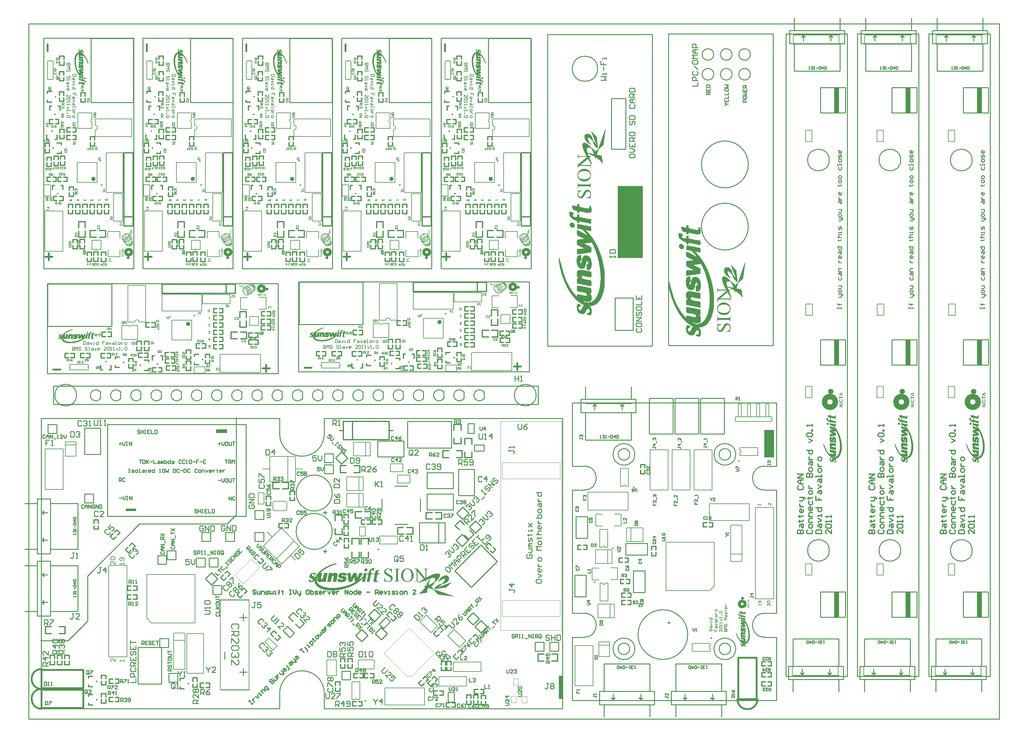
<source format=gto>
%FSLAX25Y25*%
%MOIN*%
G70*
G01*
G75*
G04 Layer_Color=65535*
G04:AMPARAMS|DCode=10|XSize=118.11mil|YSize=196.85mil|CornerRadius=29.53mil|HoleSize=0mil|Usage=FLASHONLY|Rotation=90.000|XOffset=0mil|YOffset=0mil|HoleType=Round|Shape=RoundedRectangle|*
%AMROUNDEDRECTD10*
21,1,0.11811,0.13780,0,0,90.0*
21,1,0.05906,0.19685,0,0,90.0*
1,1,0.05906,0.06890,0.02953*
1,1,0.05906,0.06890,-0.02953*
1,1,0.05906,-0.06890,-0.02953*
1,1,0.05906,-0.06890,0.02953*
%
%ADD10ROUNDEDRECTD10*%
%ADD11R,0.03000X0.03543*%
%ADD12R,0.03543X0.03000*%
%ADD13O,0.07087X0.01181*%
%ADD14O,0.01181X0.07087*%
%ADD15O,0.03543X0.05906*%
%ADD16R,0.03543X0.05906*%
%ADD17R,0.04921X0.03937*%
%ADD18R,0.03937X0.04921*%
%ADD19R,0.12598X0.09449*%
%ADD20R,0.15000X0.19685*%
%ADD21R,0.06693X0.05000*%
%ADD22R,0.05000X0.06693*%
%ADD23O,0.03150X0.11811*%
%ADD24R,0.03150X0.11811*%
%ADD25R,0.07874X0.03543*%
%ADD26R,0.03543X0.01181*%
%ADD27O,0.03543X0.01181*%
%ADD28R,0.06299X0.06000*%
%ADD29O,0.08661X0.02362*%
%ADD30R,0.08661X0.02362*%
G04:AMPARAMS|DCode=31|XSize=94.49mil|YSize=13.78mil|CornerRadius=0mil|HoleSize=0mil|Usage=FLASHONLY|Rotation=225.000|XOffset=0mil|YOffset=0mil|HoleType=Round|Shape=Round|*
%AMOVALD31*
21,1,0.08071,0.01378,0.00000,0.00000,225.0*
1,1,0.01378,0.02854,0.02854*
1,1,0.01378,-0.02854,-0.02854*
%
%ADD31OVALD31*%

G04:AMPARAMS|DCode=32|XSize=94.49mil|YSize=13.78mil|CornerRadius=0mil|HoleSize=0mil|Usage=FLASHONLY|Rotation=225.000|XOffset=0mil|YOffset=0mil|HoleType=Round|Shape=Rectangle|*
%AMROTATEDRECTD32*
4,1,4,0.02854,0.03828,0.03828,0.02854,-0.02854,-0.03828,-0.03828,-0.02854,0.02854,0.03828,0.0*
%
%ADD32ROTATEDRECTD32*%

G04:AMPARAMS|DCode=33|XSize=9.84mil|YSize=59.06mil|CornerRadius=0mil|HoleSize=0mil|Usage=FLASHONLY|Rotation=225.000|XOffset=0mil|YOffset=0mil|HoleType=Round|Shape=Rectangle|*
%AMROTATEDRECTD33*
4,1,4,-0.01740,0.02436,0.02436,-0.01740,0.01740,-0.02436,-0.02436,0.01740,-0.01740,0.02436,0.0*
%
%ADD33ROTATEDRECTD33*%

G04:AMPARAMS|DCode=34|XSize=9.84mil|YSize=59.06mil|CornerRadius=0mil|HoleSize=0mil|Usage=FLASHONLY|Rotation=135.000|XOffset=0mil|YOffset=0mil|HoleType=Round|Shape=Rectangle|*
%AMROTATEDRECTD34*
4,1,4,0.02436,0.01740,-0.01740,-0.02436,-0.02436,-0.01740,0.01740,0.02436,0.02436,0.01740,0.0*
%
%ADD34ROTATEDRECTD34*%

G04:AMPARAMS|DCode=35|XSize=9.84mil|YSize=59.06mil|CornerRadius=0mil|HoleSize=0mil|Usage=FLASHONLY|Rotation=225.000|XOffset=0mil|YOffset=0mil|HoleType=Round|Shape=Round|*
%AMOVALD35*
21,1,0.04921,0.00984,0.00000,0.00000,315.0*
1,1,0.00984,-0.01740,0.01740*
1,1,0.00984,0.01740,-0.01740*
%
%ADD35OVALD35*%

G04:AMPARAMS|DCode=36|XSize=9.84mil|YSize=59.06mil|CornerRadius=0mil|HoleSize=0mil|Usage=FLASHONLY|Rotation=135.000|XOffset=0mil|YOffset=0mil|HoleType=Round|Shape=Round|*
%AMOVALD36*
21,1,0.04921,0.00984,0.00000,0.00000,225.0*
1,1,0.00984,0.01740,0.01740*
1,1,0.00984,-0.01740,-0.01740*
%
%ADD36OVALD36*%

%ADD37R,0.03937X0.05906*%
G04:AMPARAMS|DCode=38|XSize=15.75mil|YSize=35.43mil|CornerRadius=0mil|HoleSize=0mil|Usage=FLASHONLY|Rotation=45.000|XOffset=0mil|YOffset=0mil|HoleType=Round|Shape=Rectangle|*
%AMROTATEDRECTD38*
4,1,4,0.00696,-0.01810,-0.01810,0.00696,-0.00696,0.01810,0.01810,-0.00696,0.00696,-0.01810,0.0*
%
%ADD38ROTATEDRECTD38*%

%ADD39R,0.03543X0.01575*%
%ADD40R,0.11201X0.06500*%
%ADD41R,0.01654X0.05370*%
%ADD42O,0.01654X0.05370*%
%ADD43R,0.01575X0.03543*%
%ADD44O,0.07087X0.01181*%
%ADD45R,0.07087X0.01181*%
%ADD46O,0.05906X0.00984*%
%ADD47O,0.00984X0.05906*%
%ADD48R,0.00984X0.05906*%
G04:AMPARAMS|DCode=49|XSize=35.43mil|YSize=30mil|CornerRadius=0mil|HoleSize=0mil|Usage=FLASHONLY|Rotation=315.000|XOffset=0mil|YOffset=0mil|HoleType=Round|Shape=Rectangle|*
%AMROTATEDRECTD49*
4,1,4,-0.02313,0.00192,-0.00192,0.02313,0.02313,-0.00192,0.00192,-0.02313,-0.02313,0.00192,0.0*
%
%ADD49ROTATEDRECTD49*%

%ADD50R,0.06000X0.06299*%
G04:AMPARAMS|DCode=51|XSize=35.43mil|YSize=30mil|CornerRadius=0mil|HoleSize=0mil|Usage=FLASHONLY|Rotation=225.000|XOffset=0mil|YOffset=0mil|HoleType=Round|Shape=Rectangle|*
%AMROTATEDRECTD51*
4,1,4,0.00192,0.02313,0.02313,0.00192,-0.00192,-0.02313,-0.02313,-0.00192,0.00192,0.02313,0.0*
%
%ADD51ROTATEDRECTD51*%

G04:AMPARAMS|DCode=52|XSize=62.99mil|YSize=60mil|CornerRadius=0mil|HoleSize=0mil|Usage=FLASHONLY|Rotation=135.000|XOffset=0mil|YOffset=0mil|HoleType=Round|Shape=Rectangle|*
%AMROTATEDRECTD52*
4,1,4,0.04348,-0.00106,0.00106,-0.04348,-0.04348,0.00106,-0.00106,0.04348,0.04348,-0.00106,0.0*
%
%ADD52ROTATEDRECTD52*%

%ADD53O,0.02362X0.08661*%
%ADD54R,0.02362X0.08661*%
%ADD55R,0.26378X0.26378*%
%ADD56R,0.11811X0.06496*%
%ADD57R,0.11811X0.07087*%
G04:AMPARAMS|DCode=58|XSize=120.08mil|YSize=144.88mil|CornerRadius=30.02mil|HoleSize=0mil|Usage=FLASHONLY|Rotation=315.000|XOffset=0mil|YOffset=0mil|HoleType=Round|Shape=RoundedRectangle|*
%AMROUNDEDRECTD58*
21,1,0.12008,0.08484,0,0,315.0*
21,1,0.06004,0.14488,0,0,315.0*
1,1,0.06004,-0.00877,-0.05122*
1,1,0.06004,-0.05122,-0.00877*
1,1,0.06004,0.00877,0.05122*
1,1,0.06004,0.05122,0.00877*
%
%ADD58ROUNDEDRECTD58*%
G04:AMPARAMS|DCode=59|XSize=120.08mil|YSize=144.88mil|CornerRadius=30.02mil|HoleSize=0mil|Usage=FLASHONLY|Rotation=45.000|XOffset=0mil|YOffset=0mil|HoleType=Round|Shape=RoundedRectangle|*
%AMROUNDEDRECTD59*
21,1,0.12008,0.08484,0,0,45.0*
21,1,0.06004,0.14488,0,0,45.0*
1,1,0.06004,0.05122,-0.00877*
1,1,0.06004,0.00877,-0.05122*
1,1,0.06004,-0.05122,0.00877*
1,1,0.06004,-0.00877,0.05122*
%
%ADD59ROUNDEDRECTD59*%
%ADD60R,0.13780X0.08071*%
%ADD61R,0.15748X0.08071*%
%ADD62R,0.08858X0.01969*%
G04:AMPARAMS|DCode=63|XSize=51.18mil|YSize=55.12mil|CornerRadius=0mil|HoleSize=0mil|Usage=FLASHONLY|Rotation=135.000|XOffset=0mil|YOffset=0mil|HoleType=Round|Shape=Rectangle|*
%AMROTATEDRECTD63*
4,1,4,0.03758,0.00139,-0.00139,-0.03758,-0.03758,-0.00139,0.00139,0.03758,0.03758,0.00139,0.0*
%
%ADD63ROTATEDRECTD63*%

%ADD64R,0.05118X0.05512*%
%ADD65R,0.09449X0.09843*%
%ADD66R,0.05512X0.05118*%
%ADD67R,0.07874X0.07087*%
%ADD68R,0.11000X0.15000*%
%ADD69R,0.06299X0.06299*%
%ADD70R,0.07874X0.11811*%
%ADD71R,0.06299X0.09449*%
%ADD72R,0.11811X0.07874*%
%ADD73R,0.00906X0.05906*%
%ADD74P,0.08908X4X270.0*%
G04:AMPARAMS|DCode=75|XSize=62.99mil|YSize=15.75mil|CornerRadius=0mil|HoleSize=0mil|Usage=FLASHONLY|Rotation=135.000|XOffset=0mil|YOffset=0mil|HoleType=Round|Shape=Rectangle|*
%AMROTATEDRECTD75*
4,1,4,0.02784,-0.01670,0.01670,-0.02784,-0.02784,0.01670,-0.01670,0.02784,0.02784,-0.01670,0.0*
%
%ADD75ROTATEDRECTD75*%

G04:AMPARAMS|DCode=76|XSize=62.99mil|YSize=15.75mil|CornerRadius=0mil|HoleSize=0mil|Usage=FLASHONLY|Rotation=135.000|XOffset=0mil|YOffset=0mil|HoleType=Round|Shape=Round|*
%AMOVALD76*
21,1,0.04724,0.01575,0.00000,0.00000,135.0*
1,1,0.01575,0.01670,-0.01670*
1,1,0.01575,-0.01670,0.01670*
%
%ADD76OVALD76*%

G04:AMPARAMS|DCode=77|XSize=15.75mil|YSize=35.43mil|CornerRadius=0mil|HoleSize=0mil|Usage=FLASHONLY|Rotation=135.000|XOffset=0mil|YOffset=0mil|HoleType=Round|Shape=Rectangle|*
%AMROTATEDRECTD77*
4,1,4,0.01810,0.00696,-0.00696,-0.01810,-0.01810,-0.00696,0.00696,0.01810,0.01810,0.00696,0.0*
%
%ADD77ROTATEDRECTD77*%

%ADD78P,0.08908X4X180.0*%
G04:AMPARAMS|DCode=79|XSize=66.93mil|YSize=50mil|CornerRadius=0mil|HoleSize=0mil|Usage=FLASHONLY|Rotation=135.000|XOffset=0mil|YOffset=0mil|HoleType=Round|Shape=Rectangle|*
%AMROTATEDRECTD79*
4,1,4,0.04134,-0.00599,0.00599,-0.04134,-0.04134,0.00599,-0.00599,0.04134,0.04134,-0.00599,0.0*
%
%ADD79ROTATEDRECTD79*%

%ADD80R,0.05906X0.00984*%
%ADD81R,0.09449X0.12598*%
%ADD82R,0.19685X0.15000*%
%ADD83O,0.05906X0.03543*%
%ADD84R,0.05906X0.03543*%
%ADD85O,0.11811X0.03150*%
%ADD86R,0.11811X0.03150*%
%ADD87R,0.03543X0.07874*%
%ADD88R,0.01181X0.03543*%
%ADD89O,0.01181X0.03543*%
%ADD90C,0.03937*%
%ADD91C,0.01575*%
%ADD92C,0.03150*%
%ADD93C,0.01000*%
%ADD94C,0.01181*%
%ADD95C,0.01969*%
%ADD96C,0.05906*%
%ADD97C,0.00787*%
%ADD98C,0.07874*%
%ADD99C,0.02756*%
%ADD100R,0.25197X0.27953*%
%ADD101R,0.19685X0.32283*%
%ADD102R,0.24016X0.21260*%
%ADD103R,0.08858X0.27953*%
%ADD104C,0.17716*%
%ADD105C,0.05906*%
%ADD106R,0.05906X0.05906*%
%ADD107C,0.04724*%
%ADD108C,0.15748*%
%ADD109R,0.03937X0.03937*%
%ADD110C,0.03937*%
%ADD111C,0.06000*%
%ADD112C,0.13386*%
%ADD113C,0.07874*%
%ADD114C,0.05512*%
%ADD115C,0.06299*%
G04:AMPARAMS|DCode=116|XSize=374.02mil|YSize=98.43mil|CornerRadius=24.61mil|HoleSize=0mil|Usage=FLASHONLY|Rotation=180.000|XOffset=0mil|YOffset=0mil|HoleType=Round|Shape=RoundedRectangle|*
%AMROUNDEDRECTD116*
21,1,0.37402,0.04921,0,0,180.0*
21,1,0.32480,0.09843,0,0,180.0*
1,1,0.04921,-0.16240,0.02461*
1,1,0.04921,0.16240,0.02461*
1,1,0.04921,0.16240,-0.02461*
1,1,0.04921,-0.16240,-0.02461*
%
%ADD116ROUNDEDRECTD116*%
%ADD117R,0.05906X0.05906*%
%ADD118C,0.06693*%
%ADD119C,0.09843*%
%ADD120C,0.10000*%
%ADD121C,0.19685*%
%ADD122C,0.31496*%
%ADD123R,0.07874X0.07874*%
%ADD124C,0.06496*%
%ADD125C,0.02559*%
%ADD126R,0.07874X0.07874*%
%ADD127R,0.03937X0.03937*%
%ADD128R,0.06299X0.06299*%
G04:AMPARAMS|DCode=129|XSize=374.02mil|YSize=98.43mil|CornerRadius=24.61mil|HoleSize=0mil|Usage=FLASHONLY|Rotation=270.000|XOffset=0mil|YOffset=0mil|HoleType=Round|Shape=RoundedRectangle|*
%AMROUNDEDRECTD129*
21,1,0.37402,0.04921,0,0,270.0*
21,1,0.32480,0.09843,0,0,270.0*
1,1,0.04921,-0.02461,-0.16240*
1,1,0.04921,-0.02461,0.16240*
1,1,0.04921,0.02461,0.16240*
1,1,0.04921,0.02461,-0.16240*
%
%ADD129ROUNDEDRECTD129*%
%ADD130C,0.05500*%
%ADD131C,0.03150*%
%ADD132C,0.02362*%
%ADD133C,0.01575*%
%ADD134C,0.05000*%
%ADD135C,0.07087*%
G04:AMPARAMS|DCode=136|XSize=27.56mil|YSize=35.43mil|CornerRadius=0mil|HoleSize=0mil|Usage=FLASHONLY|Rotation=315.000|XOffset=0mil|YOffset=0mil|HoleType=Round|Shape=Rectangle|*
%AMROTATEDRECTD136*
4,1,4,-0.02227,-0.00278,0.00278,0.02227,0.02227,0.00278,-0.00278,-0.02227,-0.02227,-0.00278,0.0*
%
%ADD136ROTATEDRECTD136*%

%ADD137R,0.03543X0.02756*%
G04:AMPARAMS|DCode=138|XSize=984.25mil|YSize=708.66mil|CornerRadius=177.16mil|HoleSize=0mil|Usage=FLASHONLY|Rotation=0.000|XOffset=0mil|YOffset=0mil|HoleType=Round|Shape=RoundedRectangle|*
%AMROUNDEDRECTD138*
21,1,0.98425,0.35433,0,0,0.0*
21,1,0.62992,0.70866,0,0,0.0*
1,1,0.35433,0.31496,-0.17716*
1,1,0.35433,-0.31496,-0.17716*
1,1,0.35433,-0.31496,0.17716*
1,1,0.35433,0.31496,0.17716*
%
%ADD138ROUNDEDRECTD138*%
G04:AMPARAMS|DCode=139|XSize=86.61mil|YSize=23.62mil|CornerRadius=0mil|HoleSize=0mil|Usage=FLASHONLY|Rotation=315.000|XOffset=0mil|YOffset=0mil|HoleType=Round|Shape=Rectangle|*
%AMROTATEDRECTD139*
4,1,4,-0.03897,0.02227,-0.02227,0.03897,0.03897,-0.02227,0.02227,-0.03897,-0.03897,0.02227,0.0*
%
%ADD139ROTATEDRECTD139*%

G04:AMPARAMS|DCode=140|XSize=86.61mil|YSize=23.62mil|CornerRadius=0mil|HoleSize=0mil|Usage=FLASHONLY|Rotation=315.000|XOffset=0mil|YOffset=0mil|HoleType=Round|Shape=Round|*
%AMOVALD140*
21,1,0.06299,0.02362,0.00000,0.00000,315.0*
1,1,0.02362,-0.02227,0.02227*
1,1,0.02362,0.02227,-0.02227*
%
%ADD140OVALD140*%

%ADD141R,0.09843X0.09449*%
%ADD142R,0.03600X0.03600*%
%ADD143R,0.03600X0.05000*%
%ADD144C,0.09843*%
%ADD145C,0.03740*%
%ADD146R,0.24803X0.21260*%
%ADD147R,0.09449X0.14961*%
%ADD148R,0.18110X0.14862*%
%ADD149C,0.05886*%
%ADD150C,0.00984*%
%ADD151C,0.02362*%
%ADD152C,0.03186*%
%ADD153C,0.02000*%
%ADD154C,0.00394*%
%ADD155C,0.05886*%
%ADD156C,0.03186*%
%ADD157R,0.04724X0.25197*%
%ADD158C,0.00068*%
%ADD159C,0.01200*%
%ADD160C,0.00800*%
%ADD161C,0.00500*%
%ADD162C,0.00050*%
%ADD163C,0.00100*%
%ADD164C,0.00574*%
%ADD165C,0.00570*%
%ADD166C,0.00661*%
%ADD167C,0.00632*%
%ADD168R,0.05512X0.27559*%
%ADD169R,0.27559X0.78543*%
%ADD170R,0.12047X0.03937*%
%ADD171R,0.10847X0.30370*%
G36*
X437337Y533242D02*
X437371Y533238D01*
X437411Y533235D01*
X437455Y533228D01*
X437502Y533218D01*
X437603Y533194D01*
X437654Y533178D01*
X437708Y533157D01*
X437758Y533134D01*
X437809Y533107D01*
X437856Y533076D01*
X437900Y533039D01*
X437903Y533036D01*
X437910Y533029D01*
X437920Y533019D01*
X437937Y533002D01*
X437954Y532982D01*
X437970Y532955D01*
X437991Y532928D01*
X438014Y532895D01*
X438034Y532857D01*
X438055Y532817D01*
X438071Y532773D01*
X438092Y532723D01*
X438105Y532672D01*
X438115Y532618D01*
X438122Y532561D01*
X438125Y532500D01*
Y532497D01*
Y532487D01*
Y532470D01*
X438122Y532446D01*
X438119Y532419D01*
X438115Y532386D01*
X438109Y532352D01*
X438098Y532311D01*
X438071Y532231D01*
X438055Y532187D01*
X438031Y532143D01*
X438007Y532099D01*
X437977Y532055D01*
X437944Y532015D01*
X437903Y531975D01*
X437900Y531971D01*
X437893Y531964D01*
X437879Y531954D01*
X437863Y531941D01*
X437839Y531927D01*
X437812Y531910D01*
X437782Y531890D01*
X437745Y531870D01*
X437701Y531853D01*
X437657Y531833D01*
X437606Y531816D01*
X437549Y531799D01*
X437492Y531789D01*
X437428Y531779D01*
X437360Y531772D01*
X437286Y531769D01*
X437246D01*
X437216Y531772D01*
Y532965D01*
X437205D01*
X437189Y532962D01*
X437172D01*
X437148Y532959D01*
X437124Y532955D01*
X437064Y532942D01*
X437000Y532921D01*
X436933Y532898D01*
X436865Y532861D01*
X436808Y532817D01*
X436801Y532810D01*
X436788Y532793D01*
X436764Y532763D01*
X436740Y532726D01*
X436713Y532675D01*
X436690Y532618D01*
X436676Y532554D01*
X436670Y532483D01*
Y532480D01*
Y532477D01*
Y532456D01*
X436673Y532429D01*
X436680Y532396D01*
X436690Y532355D01*
X436703Y532311D01*
X436720Y532268D01*
X436747Y532227D01*
X436751Y532224D01*
X436764Y532210D01*
X436781Y532190D01*
X436811Y532167D01*
X436845Y532140D01*
X436889Y532113D01*
X436943Y532086D01*
X437003Y532059D01*
X436966Y531779D01*
X436963D01*
X436956Y531782D01*
X436943Y531786D01*
X436926Y531792D01*
X436905Y531799D01*
X436882Y531809D01*
X436825Y531836D01*
X436764Y531870D01*
X436700Y531910D01*
X436636Y531964D01*
X436582Y532025D01*
Y532028D01*
X436575Y532032D01*
X436568Y532042D01*
X436562Y532059D01*
X436552Y532076D01*
X436538Y532096D01*
X436528Y532119D01*
X436515Y532150D01*
X436491Y532214D01*
X436467Y532295D01*
X436454Y532382D01*
X436447Y532483D01*
Y532487D01*
Y532500D01*
Y532517D01*
X436451Y532541D01*
X436454Y532571D01*
X436457Y532605D01*
X436464Y532642D01*
X436474Y532686D01*
X436501Y532773D01*
X436518Y532820D01*
X436538Y532864D01*
X436562Y532911D01*
X436592Y532955D01*
X436626Y532999D01*
X436663Y533039D01*
X436666Y533043D01*
X436673Y533049D01*
X436686Y533060D01*
X436703Y533070D01*
X436724Y533087D01*
X436751Y533103D01*
X436784Y533124D01*
X436821Y533141D01*
X436862Y533161D01*
X436905Y533181D01*
X436956Y533198D01*
X437010Y533211D01*
X437067Y533225D01*
X437131Y533235D01*
X437199Y533242D01*
X437269Y533245D01*
X437310D01*
X437337Y533242D01*
D02*
G37*
G36*
X438698Y534431D02*
X437438D01*
X438088Y533787D01*
Y533434D01*
X437492Y534047D01*
X436484Y533373D01*
Y533710D01*
X437303Y534242D01*
X437121Y534431D01*
X436484D01*
Y534704D01*
X438698D01*
Y534431D01*
D02*
G37*
G36*
X429048Y506658D02*
Y506218D01*
X426985Y505389D01*
Y505841D01*
X427453Y506017D01*
Y506849D01*
X426985Y507019D01*
Y507458D01*
X429048Y506658D01*
D02*
G37*
G36*
X759332Y455377D02*
X759563D01*
X759840Y455331D01*
X760162Y455285D01*
X760531Y455238D01*
X760900Y455146D01*
X761315Y455031D01*
X761754Y454916D01*
X762192Y454731D01*
X762653Y454547D01*
X763091Y454316D01*
X763552Y454039D01*
X763967Y453740D01*
X764382Y453371D01*
X764405Y453347D01*
X764475Y453278D01*
X764567Y453163D01*
X764705Y453002D01*
X764867Y452817D01*
X765051Y452587D01*
X765236Y452310D01*
X765443Y451987D01*
X765651Y451664D01*
X765835Y451272D01*
X766020Y450880D01*
X766181Y450442D01*
X766296Y449981D01*
X766412Y449497D01*
X766481Y448989D01*
X766504Y448459D01*
Y448436D01*
Y448320D01*
X766481Y448182D01*
Y447974D01*
X766435Y447721D01*
X766389Y447421D01*
X766342Y447098D01*
X766250Y446752D01*
X766135Y446360D01*
X765997Y445968D01*
X765835Y445576D01*
X765628Y445161D01*
X765397Y444746D01*
X765120Y444331D01*
X764821Y443939D01*
X764452Y443547D01*
X764429Y443524D01*
X764359Y443455D01*
X764244Y443363D01*
X764083Y443247D01*
X763875Y443086D01*
X763621Y442924D01*
X763322Y442740D01*
X762999Y442579D01*
X762630Y442394D01*
X762238Y442210D01*
X761777Y442048D01*
X761315Y441887D01*
X760808Y441771D01*
X760255Y441679D01*
X759678Y441610D01*
X759079Y441587D01*
X758940D01*
X758756Y441610D01*
X758525Y441633D01*
X758225Y441656D01*
X757903Y441702D01*
X757534Y441771D01*
X757119Y441864D01*
X756703Y442002D01*
X756265Y442140D01*
X755804Y442325D01*
X755343Y442556D01*
X754882Y442809D01*
X754444Y443109D01*
X754005Y443478D01*
X753590Y443870D01*
X753567Y443893D01*
X753498Y443962D01*
X753406Y444077D01*
X753291Y444216D01*
X753152Y444423D01*
X752991Y444654D01*
X752829Y444908D01*
X752645Y445207D01*
X752484Y445530D01*
X752322Y445899D01*
X752161Y446291D01*
X752022Y446706D01*
X751884Y447144D01*
X751792Y447629D01*
X751746Y448113D01*
X751722Y448620D01*
Y448643D01*
Y448736D01*
X751746Y448897D01*
Y449081D01*
X751792Y449312D01*
X751838Y449589D01*
X751907Y449912D01*
X751976Y450234D01*
X752091Y450603D01*
X752230Y450995D01*
X752414Y451387D01*
X752599Y451779D01*
X752852Y452194D01*
X753129Y452587D01*
X753452Y452979D01*
X753821Y453371D01*
X753844Y453394D01*
X753913Y453463D01*
X754029Y453555D01*
X754190Y453693D01*
X754397Y453832D01*
X754651Y454016D01*
X754928Y454201D01*
X755251Y454385D01*
X755620Y454570D01*
X756012Y454754D01*
X756450Y454939D01*
X756911Y455077D01*
X757395Y455215D01*
X757903Y455308D01*
X758456Y455377D01*
X759032Y455400D01*
X759171D01*
X759332Y455377D01*
D02*
G37*
G36*
X752437Y470850D02*
Y470804D01*
Y470712D01*
X752460Y470550D01*
X752506Y470343D01*
X752576Y470135D01*
X752668Y469928D01*
X752806Y469720D01*
X752991Y469559D01*
X753014D01*
X753060Y469513D01*
X753152Y469489D01*
X753291Y469443D01*
X753498Y469397D01*
X753752Y469374D01*
X754098Y469328D01*
X766389D01*
Y468936D01*
X755020Y459643D01*
X763944D01*
X764175Y459666D01*
X764429Y459689D01*
X764705Y459712D01*
X764982Y459758D01*
X765213Y459827D01*
X765305Y459873D01*
X765374Y459920D01*
X765397Y459943D01*
X765443Y459989D01*
X765512Y460081D01*
X765582Y460219D01*
X765651Y460404D01*
X765720Y460611D01*
X765766Y460865D01*
X765789Y461165D01*
Y461672D01*
X766181D01*
Y456691D01*
X765789D01*
Y457175D01*
Y457222D01*
Y457337D01*
X765766Y457498D01*
X765720Y457683D01*
X765651Y457890D01*
X765558Y458121D01*
X765443Y458305D01*
X765259Y458467D01*
X765236Y458490D01*
X765190Y458513D01*
X765097Y458559D01*
X764936Y458605D01*
X764751Y458651D01*
X764475Y458674D01*
X764152Y458720D01*
X753890D01*
X753867Y458698D01*
X753775Y458628D01*
X753659Y458513D01*
X753521Y458375D01*
X753198Y458052D01*
X753083Y457913D01*
X752968Y457775D01*
Y457752D01*
X752922Y457706D01*
X752876Y457637D01*
X752829Y457544D01*
X752760Y457406D01*
X752691Y457245D01*
X752622Y457060D01*
X752553Y456853D01*
Y456830D01*
X752530Y456807D01*
X752506Y456737D01*
X752484Y456622D01*
Y456507D01*
X752460Y456345D01*
X752437Y456161D01*
Y455953D01*
X752045D01*
Y459735D01*
X762653Y468406D01*
X754282D01*
X754075Y468383D01*
X753798Y468360D01*
X753521Y468336D01*
X753267Y468290D01*
X753037Y468198D01*
X752876Y468106D01*
X752852Y468083D01*
X752806Y468037D01*
X752737Y467944D01*
X752645Y467806D01*
X752576Y467622D01*
X752506Y467414D01*
X752460Y467161D01*
X752437Y466861D01*
Y466376D01*
X752045D01*
Y471357D01*
X752437D01*
Y470850D01*
D02*
G37*
G36*
X437354Y531540D02*
X437377D01*
X437431Y531533D01*
X437499Y531523D01*
X437569Y531509D01*
X437643Y531489D01*
X437718Y531462D01*
X437721D01*
X437728Y531459D01*
X437738Y531452D01*
X437751Y531445D01*
X437785Y531428D01*
X437829Y531402D01*
X437876Y531364D01*
X437927Y531324D01*
X437974Y531277D01*
X438018Y531220D01*
Y531216D01*
X438021Y531213D01*
X438028Y531203D01*
X438034Y531193D01*
X438051Y531159D01*
X438071Y531115D01*
X438092Y531058D01*
X438109Y530997D01*
X438122Y530926D01*
X438125Y530849D01*
Y530845D01*
Y530835D01*
Y530822D01*
X438122Y530802D01*
X438119Y530778D01*
X438112Y530748D01*
X438095Y530684D01*
X438085Y530647D01*
X438068Y530610D01*
X438051Y530569D01*
X438028Y530529D01*
X438001Y530492D01*
X437970Y530451D01*
X437933Y530414D01*
X437893Y530380D01*
X438088D01*
Y530131D01*
X436639D01*
X436609Y530134D01*
X436575D01*
X436535Y530138D01*
X436494Y530141D01*
X436410Y530151D01*
X436322Y530165D01*
X436242Y530182D01*
X436204Y530195D01*
X436174Y530209D01*
X436171D01*
X436167Y530212D01*
X436147Y530222D01*
X436120Y530242D01*
X436083Y530266D01*
X436043Y530300D01*
X436002Y530340D01*
X435962Y530391D01*
X435925Y530448D01*
Y530451D01*
X435921Y530455D01*
X435918Y530465D01*
X435911Y530478D01*
X435894Y530512D01*
X435881Y530559D01*
X435864Y530620D01*
X435847Y530690D01*
X435837Y530768D01*
X435834Y530856D01*
Y530859D01*
Y530869D01*
Y530883D01*
X435837Y530903D01*
Y530926D01*
X435841Y530957D01*
X435851Y531021D01*
X435868Y531095D01*
X435888Y531172D01*
X435921Y531250D01*
X435965Y531321D01*
Y531324D01*
X435972Y531327D01*
X435989Y531348D01*
X436019Y531375D01*
X436063Y531408D01*
X436117Y531439D01*
X436184Y531466D01*
X436262Y531482D01*
X436306Y531489D01*
X436353D01*
X436316Y531226D01*
X436309D01*
X436296Y531223D01*
X436275Y531216D01*
X436248Y531210D01*
X436218Y531196D01*
X436188Y531179D01*
X436161Y531159D01*
X436137Y531132D01*
X436134Y531129D01*
X436124Y531112D01*
X436114Y531091D01*
X436100Y531058D01*
X436083Y531021D01*
X436073Y530974D01*
X436063Y530916D01*
X436060Y530856D01*
Y530852D01*
Y530849D01*
Y530839D01*
Y530825D01*
X436063Y530792D01*
X436070Y530748D01*
X436080Y530701D01*
X436093Y530653D01*
X436110Y530606D01*
X436137Y530566D01*
X436140Y530562D01*
X436151Y530549D01*
X436167Y530532D01*
X436191Y530509D01*
X436221Y530485D01*
X436255Y530465D01*
X436299Y530444D01*
X436346Y530428D01*
X436349D01*
X436363Y530424D01*
X436386Y530421D01*
X436420Y530417D01*
X436467Y530411D01*
X436498D01*
X436528Y530407D01*
X436693D01*
X436690Y530411D01*
X436683Y530414D01*
X436673Y530424D01*
X436659Y530438D01*
X436646Y530458D01*
X436626Y530478D01*
X436589Y530529D01*
X436552Y530593D01*
X436518Y530670D01*
X436505Y530711D01*
X436494Y530755D01*
X436488Y530802D01*
X436484Y530849D01*
Y530852D01*
Y530862D01*
Y530879D01*
X436488Y530903D01*
X436491Y530930D01*
X436498Y530964D01*
X436505Y530997D01*
X436515Y531038D01*
X436525Y531078D01*
X436542Y531118D01*
X436562Y531162D01*
X436585Y531203D01*
X436612Y531247D01*
X436643Y531287D01*
X436680Y531324D01*
X436720Y531361D01*
X436724Y531364D01*
X436730Y531368D01*
X436744Y531378D01*
X436764Y531388D01*
X436788Y531402D01*
X436814Y531418D01*
X436845Y531435D01*
X436882Y531452D01*
X436922Y531469D01*
X436966Y531486D01*
X437013Y531499D01*
X437064Y531516D01*
X437172Y531536D01*
X437232Y531540D01*
X437293Y531543D01*
X437333D01*
X437354Y531540D01*
D02*
G37*
G36*
X429048Y507521D02*
X428699D01*
Y508127D01*
X426985D01*
Y508545D01*
X428699D01*
Y509151D01*
X429048D01*
Y507521D01*
D02*
G37*
G36*
X545854Y531540D02*
X545877D01*
X545931Y531533D01*
X545999Y531523D01*
X546069Y531509D01*
X546143Y531489D01*
X546218Y531462D01*
X546221D01*
X546228Y531459D01*
X546238Y531452D01*
X546251Y531445D01*
X546285Y531428D01*
X546329Y531402D01*
X546376Y531364D01*
X546427Y531324D01*
X546474Y531277D01*
X546518Y531220D01*
Y531216D01*
X546521Y531213D01*
X546528Y531203D01*
X546534Y531193D01*
X546551Y531159D01*
X546571Y531115D01*
X546592Y531058D01*
X546609Y530997D01*
X546622Y530926D01*
X546625Y530849D01*
Y530845D01*
Y530835D01*
Y530822D01*
X546622Y530802D01*
X546619Y530778D01*
X546612Y530748D01*
X546595Y530684D01*
X546585Y530647D01*
X546568Y530610D01*
X546551Y530569D01*
X546528Y530529D01*
X546501Y530492D01*
X546470Y530451D01*
X546433Y530414D01*
X546393Y530380D01*
X546588D01*
Y530131D01*
X545139D01*
X545109Y530134D01*
X545075D01*
X545035Y530138D01*
X544994Y530141D01*
X544910Y530151D01*
X544823Y530165D01*
X544742Y530182D01*
X544704Y530195D01*
X544674Y530209D01*
X544671D01*
X544667Y530212D01*
X544647Y530222D01*
X544620Y530242D01*
X544583Y530266D01*
X544543Y530300D01*
X544502Y530340D01*
X544462Y530391D01*
X544425Y530448D01*
Y530451D01*
X544421Y530455D01*
X544418Y530465D01*
X544411Y530478D01*
X544394Y530512D01*
X544381Y530559D01*
X544364Y530620D01*
X544347Y530690D01*
X544337Y530768D01*
X544334Y530856D01*
Y530859D01*
Y530869D01*
Y530883D01*
X544337Y530903D01*
Y530926D01*
X544341Y530957D01*
X544351Y531021D01*
X544368Y531095D01*
X544388Y531172D01*
X544421Y531250D01*
X544465Y531321D01*
Y531324D01*
X544472Y531327D01*
X544489Y531348D01*
X544519Y531375D01*
X544563Y531408D01*
X544617Y531439D01*
X544684Y531466D01*
X544762Y531482D01*
X544806Y531489D01*
X544853D01*
X544816Y531226D01*
X544809D01*
X544796Y531223D01*
X544775Y531216D01*
X544748Y531210D01*
X544718Y531196D01*
X544688Y531179D01*
X544661Y531159D01*
X544637Y531132D01*
X544634Y531129D01*
X544624Y531112D01*
X544614Y531091D01*
X544600Y531058D01*
X544583Y531021D01*
X544573Y530974D01*
X544563Y530916D01*
X544560Y530856D01*
Y530852D01*
Y530849D01*
Y530839D01*
Y530825D01*
X544563Y530792D01*
X544570Y530748D01*
X544580Y530701D01*
X544593Y530653D01*
X544610Y530606D01*
X544637Y530566D01*
X544640Y530562D01*
X544651Y530549D01*
X544667Y530532D01*
X544691Y530509D01*
X544721Y530485D01*
X544755Y530465D01*
X544799Y530444D01*
X544846Y530428D01*
X544849D01*
X544863Y530424D01*
X544886Y530421D01*
X544920Y530417D01*
X544967Y530411D01*
X544998D01*
X545028Y530407D01*
X545193D01*
X545190Y530411D01*
X545183Y530414D01*
X545173Y530424D01*
X545159Y530438D01*
X545146Y530458D01*
X545126Y530478D01*
X545089Y530529D01*
X545052Y530593D01*
X545018Y530670D01*
X545005Y530711D01*
X544994Y530755D01*
X544988Y530802D01*
X544984Y530849D01*
Y530852D01*
Y530862D01*
Y530879D01*
X544988Y530903D01*
X544991Y530930D01*
X544998Y530964D01*
X545005Y530997D01*
X545015Y531038D01*
X545025Y531078D01*
X545042Y531118D01*
X545062Y531162D01*
X545085Y531203D01*
X545112Y531247D01*
X545143Y531287D01*
X545180Y531324D01*
X545220Y531361D01*
X545224Y531364D01*
X545230Y531368D01*
X545244Y531378D01*
X545264Y531388D01*
X545288Y531402D01*
X545315Y531418D01*
X545345Y531435D01*
X545382Y531452D01*
X545422Y531469D01*
X545466Y531486D01*
X545513Y531499D01*
X545564Y531516D01*
X545672Y531536D01*
X545732Y531540D01*
X545793Y531543D01*
X545833D01*
X545854Y531540D01*
D02*
G37*
G36*
X545837Y533242D02*
X545871Y533238D01*
X545911Y533235D01*
X545955Y533228D01*
X546002Y533218D01*
X546103Y533194D01*
X546154Y533178D01*
X546208Y533157D01*
X546258Y533134D01*
X546309Y533107D01*
X546356Y533076D01*
X546400Y533039D01*
X546403Y533036D01*
X546410Y533029D01*
X546420Y533019D01*
X546437Y533002D01*
X546454Y532982D01*
X546470Y532955D01*
X546491Y532928D01*
X546514Y532895D01*
X546534Y532857D01*
X546555Y532817D01*
X546571Y532773D01*
X546592Y532723D01*
X546605Y532672D01*
X546615Y532618D01*
X546622Y532561D01*
X546625Y532500D01*
Y532497D01*
Y532487D01*
Y532470D01*
X546622Y532446D01*
X546619Y532419D01*
X546615Y532386D01*
X546609Y532352D01*
X546598Y532311D01*
X546571Y532231D01*
X546555Y532187D01*
X546531Y532143D01*
X546508Y532099D01*
X546477Y532055D01*
X546444Y532015D01*
X546403Y531975D01*
X546400Y531971D01*
X546393Y531964D01*
X546379Y531954D01*
X546363Y531941D01*
X546339Y531927D01*
X546312Y531910D01*
X546282Y531890D01*
X546245Y531870D01*
X546201Y531853D01*
X546157Y531833D01*
X546106Y531816D01*
X546049Y531799D01*
X545992Y531789D01*
X545928Y531779D01*
X545860Y531772D01*
X545786Y531769D01*
X545746D01*
X545716Y531772D01*
Y532965D01*
X545705D01*
X545689Y532962D01*
X545672D01*
X545648Y532959D01*
X545624Y532955D01*
X545564Y532942D01*
X545500Y532921D01*
X545433Y532898D01*
X545365Y532861D01*
X545308Y532817D01*
X545301Y532810D01*
X545288Y532793D01*
X545264Y532763D01*
X545240Y532726D01*
X545213Y532675D01*
X545190Y532618D01*
X545176Y532554D01*
X545170Y532483D01*
Y532480D01*
Y532477D01*
Y532456D01*
X545173Y532429D01*
X545180Y532396D01*
X545190Y532355D01*
X545203Y532311D01*
X545220Y532268D01*
X545247Y532227D01*
X545251Y532224D01*
X545264Y532210D01*
X545281Y532190D01*
X545311Y532167D01*
X545345Y532140D01*
X545389Y532113D01*
X545443Y532086D01*
X545503Y532059D01*
X545466Y531779D01*
X545463D01*
X545456Y531782D01*
X545443Y531786D01*
X545426Y531792D01*
X545405Y531799D01*
X545382Y531809D01*
X545325Y531836D01*
X545264Y531870D01*
X545200Y531910D01*
X545136Y531964D01*
X545082Y532025D01*
Y532028D01*
X545075Y532032D01*
X545069Y532042D01*
X545062Y532059D01*
X545052Y532076D01*
X545038Y532096D01*
X545028Y532119D01*
X545015Y532150D01*
X544991Y532214D01*
X544967Y532295D01*
X544954Y532382D01*
X544947Y532483D01*
Y532487D01*
Y532500D01*
Y532517D01*
X544951Y532541D01*
X544954Y532571D01*
X544957Y532605D01*
X544964Y532642D01*
X544974Y532686D01*
X545001Y532773D01*
X545018Y532820D01*
X545038Y532864D01*
X545062Y532911D01*
X545092Y532955D01*
X545126Y532999D01*
X545163Y533039D01*
X545166Y533043D01*
X545173Y533049D01*
X545186Y533060D01*
X545203Y533070D01*
X545224Y533087D01*
X545251Y533103D01*
X545284Y533124D01*
X545321Y533141D01*
X545362Y533161D01*
X545405Y533181D01*
X545456Y533198D01*
X545510Y533211D01*
X545567Y533225D01*
X545631Y533235D01*
X545699Y533242D01*
X545770Y533245D01*
X545810D01*
X545837Y533242D01*
D02*
G37*
G36*
X547198Y534431D02*
X545938D01*
X546588Y533787D01*
Y533434D01*
X545992Y534047D01*
X544984Y533373D01*
Y533710D01*
X545803Y534242D01*
X545621Y534431D01*
X544984D01*
Y534704D01*
X547198D01*
Y534431D01*
D02*
G37*
G36*
X428046Y511157D02*
X428081D01*
X428125Y511151D01*
X428175Y511148D01*
X428229Y511139D01*
X428288Y511126D01*
X428354Y511114D01*
X428417Y511095D01*
X428486Y511076D01*
X428552Y511051D01*
X428618Y511019D01*
X428681Y510985D01*
X428740Y510944D01*
X428797Y510897D01*
X428800Y510894D01*
X428809Y510884D01*
X428822Y510869D01*
X428841Y510850D01*
X428863Y510821D01*
X428888Y510790D01*
X428913Y510752D01*
X428941Y510708D01*
X428966Y510661D01*
X428992Y510608D01*
X429017Y510551D01*
X429039Y510489D01*
X429057Y510423D01*
X429070Y510350D01*
X429079Y510275D01*
X429083Y510197D01*
Y510193D01*
Y510181D01*
Y510159D01*
X429079Y510134D01*
X429076Y510102D01*
X429070Y510065D01*
X429064Y510024D01*
X429054Y509980D01*
X429042Y509930D01*
X429026Y509883D01*
X429010Y509829D01*
X428988Y509779D01*
X428960Y509729D01*
X428932Y509679D01*
X428897Y509631D01*
X428857Y509584D01*
Y509581D01*
X428850Y509578D01*
X428831Y509562D01*
X428803Y509537D01*
X428759Y509506D01*
X428706Y509471D01*
X428643Y509434D01*
X428568Y509399D01*
X428480Y509371D01*
X428382Y509782D01*
X428385D01*
X428389Y509785D01*
X428407Y509788D01*
X428436Y509801D01*
X428473Y509817D01*
X428514Y509835D01*
X428555Y509864D01*
X428596Y509895D01*
X428633Y509936D01*
X428637Y509942D01*
X428649Y509958D01*
X428665Y509980D01*
X428681Y510014D01*
X428699Y510055D01*
X428712Y510106D01*
X428725Y510159D01*
X428728Y510218D01*
Y510222D01*
Y510228D01*
Y510241D01*
X428725Y510256D01*
X428722Y510275D01*
X428718Y510297D01*
X428706Y510350D01*
X428687Y510410D01*
X428659Y510473D01*
X428640Y510501D01*
X428618Y510533D01*
X428590Y510561D01*
X428561Y510589D01*
X428558D01*
X428555Y510595D01*
X428543Y510602D01*
X428530Y510611D01*
X428511Y510620D01*
X428489Y510633D01*
X428464Y510646D01*
X428433Y510658D01*
X428398Y510674D01*
X428360Y510686D01*
X428316Y510699D01*
X428266Y510708D01*
X428216Y510718D01*
X428156Y510724D01*
X428093Y510727D01*
X428027Y510730D01*
X427990D01*
X427965Y510727D01*
X427930D01*
X427896Y510724D01*
X427855Y510718D01*
X427811Y510711D01*
X427720Y510696D01*
X427626Y510671D01*
X427582Y510655D01*
X427541Y510636D01*
X427503Y510617D01*
X427469Y510592D01*
X427465Y510589D01*
X427462Y510586D01*
X427444Y510567D01*
X427418Y510536D01*
X427387Y510495D01*
X427356Y510441D01*
X427330Y510379D01*
X427312Y510307D01*
X427309Y510269D01*
X427305Y510228D01*
Y510225D01*
Y510222D01*
Y510212D01*
X427309Y510200D01*
X427312Y510168D01*
X427318Y510131D01*
X427330Y510083D01*
X427349Y510036D01*
X427374Y509989D01*
X427409Y509942D01*
X427415Y509936D01*
X427428Y509923D01*
X427456Y509901D01*
X427491Y509876D01*
X427538Y509848D01*
X427597Y509820D01*
X427663Y509792D01*
X427745Y509769D01*
X427619Y509365D01*
X427616D01*
X427604Y509368D01*
X427588Y509374D01*
X427563Y509383D01*
X427534Y509393D01*
X427503Y509405D01*
X427465Y509421D01*
X427428Y509440D01*
X427346Y509481D01*
X427261Y509534D01*
X427183Y509600D01*
X427145Y509634D01*
X427114Y509675D01*
X427111Y509679D01*
X427107Y509685D01*
X427098Y509697D01*
X427089Y509713D01*
X427076Y509735D01*
X427064Y509760D01*
X427048Y509792D01*
X427032Y509826D01*
X427016Y509864D01*
X427001Y509905D01*
X426988Y509948D01*
X426976Y509996D01*
X426966Y510049D01*
X426957Y510102D01*
X426954Y510162D01*
X426951Y510222D01*
Y510225D01*
Y510241D01*
X426954Y510262D01*
Y510291D01*
X426960Y510325D01*
X426966Y510366D01*
X426972Y510410D01*
X426985Y510460D01*
X427001Y510514D01*
X427020Y510567D01*
X427042Y510624D01*
X427070Y510680D01*
X427101Y510737D01*
X427139Y510793D01*
X427180Y510847D01*
X427230Y510897D01*
X427233Y510900D01*
X427243Y510909D01*
X427258Y510922D01*
X427280Y510938D01*
X427309Y510956D01*
X427343Y510982D01*
X427384Y511003D01*
X427431Y511029D01*
X427481Y511054D01*
X427541Y511076D01*
X427604Y511098D01*
X427673Y511120D01*
X427745Y511135D01*
X427823Y511148D01*
X427908Y511157D01*
X427996Y511161D01*
X428018D01*
X428046Y511157D01*
D02*
G37*
G36*
X429048Y511481D02*
X426985D01*
Y511898D01*
X429048D01*
Y511481D01*
D02*
G37*
G36*
Y513563D02*
X427663Y512712D01*
X429048D01*
Y512325D01*
X426985D01*
Y512743D01*
X428338Y513578D01*
X426985D01*
Y513965D01*
X429048D01*
Y513563D01*
D02*
G37*
G36*
X766181Y434254D02*
X765789D01*
Y434738D01*
Y434784D01*
Y434876D01*
X765766Y435038D01*
X765720Y435222D01*
X765674Y435430D01*
X765582Y435661D01*
X765466Y435845D01*
X765305Y436029D01*
X765282Y436053D01*
X765236Y436076D01*
X765120Y436122D01*
X764982Y436168D01*
X764751Y436214D01*
X764475Y436237D01*
X764129Y436283D01*
X754190D01*
X753959Y436260D01*
X753729D01*
X753498Y436237D01*
X753314Y436191D01*
X753152Y436145D01*
X753129D01*
X753106Y436122D01*
X752991Y436053D01*
X752829Y435914D01*
X752691Y435707D01*
X752668Y435684D01*
X752645Y435637D01*
X752599Y435545D01*
X752553Y435407D01*
X752506Y435268D01*
X752484Y435107D01*
X752437Y434923D01*
Y434738D01*
Y434254D01*
X752045D01*
Y440319D01*
X752437D01*
Y439788D01*
Y439742D01*
Y439650D01*
X752460Y439489D01*
X752506Y439304D01*
X752553Y439119D01*
X752645Y438912D01*
X752783Y438704D01*
X752945Y438543D01*
X752968D01*
X753014Y438497D01*
X753129Y438474D01*
X753267Y438428D01*
X753475Y438382D01*
X753752Y438336D01*
X754098Y438312D01*
X754536Y438289D01*
X764060D01*
X764267Y438312D01*
X764521D01*
X764751Y438336D01*
X764936Y438358D01*
X765097Y438405D01*
X765143Y438428D01*
X765259Y438497D01*
X765397Y438635D01*
X765558Y438843D01*
Y438866D01*
X765605Y438912D01*
X765628Y439004D01*
X765674Y439143D01*
X765743Y439442D01*
X765789Y439788D01*
Y440319D01*
X766181D01*
Y434254D01*
D02*
G37*
G36*
X113198Y534431D02*
X111938D01*
X112588Y533787D01*
Y533434D01*
X111992Y534047D01*
X110984Y533373D01*
Y533710D01*
X111803Y534242D01*
X111621Y534431D01*
X110984D01*
Y534704D01*
X113198D01*
Y534431D01*
D02*
G37*
G36*
X413877Y164593D02*
X414062D01*
X414292Y164547D01*
X414569Y164501D01*
X414892Y164432D01*
X415215Y164362D01*
X415584Y164247D01*
X415976Y164109D01*
X416368Y163924D01*
X416760Y163740D01*
X417175Y163486D01*
X417567Y163209D01*
X417959Y162887D01*
X418351Y162518D01*
X418374Y162495D01*
X418443Y162425D01*
X418535Y162310D01*
X418674Y162149D01*
X418812Y161941D01*
X418997Y161688D01*
X419181Y161411D01*
X419366Y161088D01*
X419550Y160719D01*
X419734Y160327D01*
X419919Y159889D01*
X420057Y159428D01*
X420196Y158943D01*
X420288Y158436D01*
X420357Y157883D01*
X420380Y157306D01*
Y157260D01*
Y157168D01*
X420357Y157006D01*
Y156776D01*
X420311Y156499D01*
X420265Y156176D01*
X420219Y155807D01*
X420126Y155438D01*
X420011Y155023D01*
X419896Y154585D01*
X419711Y154147D01*
X419527Y153686D01*
X419296Y153247D01*
X419020Y152786D01*
X418720Y152371D01*
X418351Y151956D01*
X418328Y151933D01*
X418259Y151864D01*
X418143Y151772D01*
X417982Y151633D01*
X417798Y151472D01*
X417567Y151287D01*
X417290Y151103D01*
X416967Y150895D01*
X416644Y150688D01*
X416253Y150503D01*
X415860Y150319D01*
X415422Y150157D01*
X414961Y150042D01*
X414477Y149927D01*
X413970Y149858D01*
X413439Y149835D01*
X413301D01*
X413162Y149858D01*
X412955D01*
X412701Y149904D01*
X412401Y149950D01*
X412079Y149996D01*
X411733Y150088D01*
X411341Y150204D01*
X410949Y150342D01*
X410557Y150503D01*
X410142Y150711D01*
X409726Y150942D01*
X409311Y151218D01*
X408919Y151518D01*
X408527Y151887D01*
X408504Y151910D01*
X408435Y151979D01*
X408343Y152094D01*
X408228Y152256D01*
X408066Y152463D01*
X407905Y152717D01*
X407720Y153017D01*
X407559Y153340D01*
X407374Y153709D01*
X407190Y154101D01*
X407028Y154562D01*
X406867Y155023D01*
X406752Y155531D01*
X406660Y156084D01*
X406590Y156660D01*
X406567Y157260D01*
Y157306D01*
Y157398D01*
X406590Y157583D01*
X406613Y157813D01*
X406636Y158113D01*
X406682Y158436D01*
X406752Y158805D01*
X406844Y159220D01*
X406982Y159635D01*
X407121Y160073D01*
X407305Y160535D01*
X407536Y160996D01*
X407789Y161457D01*
X408089Y161895D01*
X408458Y162333D01*
X408850Y162748D01*
X408873Y162771D01*
X408942Y162840D01*
X409058Y162933D01*
X409196Y163048D01*
X409404Y163186D01*
X409634Y163348D01*
X409888Y163509D01*
X410188Y163694D01*
X410510Y163855D01*
X410880Y164016D01*
X411271Y164178D01*
X411687Y164316D01*
X412125Y164455D01*
X412609Y164547D01*
X413093Y164593D01*
X413601Y164616D01*
X413716D01*
X413877Y164593D01*
D02*
G37*
G36*
X405299Y163901D02*
X404630D01*
X404469Y163878D01*
X404284Y163832D01*
X404100Y163786D01*
X403892Y163694D01*
X403685Y163555D01*
X403523Y163394D01*
Y163371D01*
X403477Y163325D01*
X403454Y163209D01*
X403408Y163071D01*
X403362Y162864D01*
X403316Y162587D01*
X403293Y162241D01*
X403270Y161803D01*
Y152648D01*
Y152602D01*
Y152463D01*
Y152279D01*
X403293Y152071D01*
Y151818D01*
X403316Y151587D01*
X403339Y151403D01*
X403385Y151241D01*
X403408Y151195D01*
X403477Y151080D01*
X403616Y150942D01*
X403823Y150780D01*
X403846D01*
X403892Y150734D01*
X403984Y150711D01*
X404123Y150665D01*
X404423Y150596D01*
X404769Y150549D01*
X405299D01*
Y150157D01*
X399234D01*
Y150549D01*
X399857D01*
X400018Y150573D01*
X400203Y150619D01*
X400410Y150665D01*
X400641Y150757D01*
X400825Y150872D01*
X401010Y151034D01*
X401033Y151057D01*
X401056Y151103D01*
X401102Y151218D01*
X401148Y151357D01*
X401194Y151587D01*
X401217Y151864D01*
X401264Y152210D01*
Y152648D01*
Y161803D01*
Y161826D01*
Y161849D01*
Y161964D01*
Y162149D01*
X401240Y162379D01*
Y162610D01*
X401217Y162840D01*
X401171Y163025D01*
X401125Y163186D01*
Y163209D01*
X401102Y163233D01*
X401033Y163348D01*
X400894Y163509D01*
X400687Y163648D01*
X400664Y163671D01*
X400618Y163694D01*
X400526Y163740D01*
X400387Y163786D01*
X400249Y163832D01*
X400087Y163855D01*
X399903Y163901D01*
X399234D01*
Y164293D01*
X405299D01*
Y163901D01*
D02*
G37*
G36*
X103548Y513563D02*
X102163Y512712D01*
X103548D01*
Y512325D01*
X101485D01*
Y512743D01*
X102838Y513578D01*
X101485D01*
Y513965D01*
X103548D01*
Y513563D01*
D02*
G37*
G36*
X111854Y531540D02*
X111877D01*
X111931Y531533D01*
X111999Y531523D01*
X112069Y531509D01*
X112144Y531489D01*
X112218Y531462D01*
X112221D01*
X112228Y531459D01*
X112238Y531452D01*
X112251Y531445D01*
X112285Y531428D01*
X112329Y531402D01*
X112376Y531364D01*
X112427Y531324D01*
X112474Y531277D01*
X112518Y531220D01*
Y531216D01*
X112521Y531213D01*
X112528Y531203D01*
X112534Y531193D01*
X112551Y531159D01*
X112572Y531115D01*
X112592Y531058D01*
X112609Y530997D01*
X112622Y530926D01*
X112625Y530849D01*
Y530845D01*
Y530835D01*
Y530822D01*
X112622Y530802D01*
X112619Y530778D01*
X112612Y530748D01*
X112595Y530684D01*
X112585Y530647D01*
X112568Y530610D01*
X112551Y530569D01*
X112528Y530529D01*
X112501Y530492D01*
X112470Y530451D01*
X112433Y530414D01*
X112393Y530380D01*
X112588D01*
Y530131D01*
X111139D01*
X111109Y530134D01*
X111075D01*
X111035Y530138D01*
X110994Y530141D01*
X110910Y530151D01*
X110822Y530165D01*
X110742Y530182D01*
X110705Y530195D01*
X110674Y530209D01*
X110671D01*
X110668Y530212D01*
X110647Y530222D01*
X110620Y530242D01*
X110583Y530266D01*
X110543Y530300D01*
X110502Y530340D01*
X110462Y530391D01*
X110425Y530448D01*
Y530451D01*
X110422Y530455D01*
X110418Y530465D01*
X110411Y530478D01*
X110395Y530512D01*
X110381Y530559D01*
X110364Y530620D01*
X110347Y530690D01*
X110337Y530768D01*
X110334Y530856D01*
Y530859D01*
Y530869D01*
Y530883D01*
X110337Y530903D01*
Y530926D01*
X110341Y530957D01*
X110351Y531021D01*
X110368Y531095D01*
X110388Y531172D01*
X110422Y531250D01*
X110465Y531321D01*
Y531324D01*
X110472Y531327D01*
X110489Y531348D01*
X110519Y531375D01*
X110563Y531408D01*
X110617Y531439D01*
X110684Y531466D01*
X110762Y531482D01*
X110806Y531489D01*
X110853D01*
X110816Y531226D01*
X110809D01*
X110795Y531223D01*
X110775Y531216D01*
X110748Y531210D01*
X110718Y531196D01*
X110688Y531179D01*
X110661Y531159D01*
X110637Y531132D01*
X110634Y531129D01*
X110624Y531112D01*
X110614Y531091D01*
X110600Y531058D01*
X110583Y531021D01*
X110573Y530974D01*
X110563Y530916D01*
X110560Y530856D01*
Y530852D01*
Y530849D01*
Y530839D01*
Y530825D01*
X110563Y530792D01*
X110570Y530748D01*
X110580Y530701D01*
X110593Y530653D01*
X110610Y530606D01*
X110637Y530566D01*
X110641Y530562D01*
X110651Y530549D01*
X110668Y530532D01*
X110691Y530509D01*
X110721Y530485D01*
X110755Y530465D01*
X110799Y530444D01*
X110846Y530428D01*
X110849D01*
X110863Y530424D01*
X110887Y530421D01*
X110920Y530417D01*
X110967Y530411D01*
X110998D01*
X111028Y530407D01*
X111193D01*
X111190Y530411D01*
X111183Y530414D01*
X111173Y530424D01*
X111160Y530438D01*
X111146Y530458D01*
X111126Y530478D01*
X111089Y530529D01*
X111052Y530593D01*
X111018Y530670D01*
X111004Y530711D01*
X110994Y530755D01*
X110988Y530802D01*
X110984Y530849D01*
Y530852D01*
Y530862D01*
Y530879D01*
X110988Y530903D01*
X110991Y530930D01*
X110998Y530964D01*
X111004Y530997D01*
X111015Y531038D01*
X111025Y531078D01*
X111041Y531118D01*
X111062Y531162D01*
X111085Y531203D01*
X111112Y531247D01*
X111143Y531287D01*
X111180Y531324D01*
X111220Y531361D01*
X111223Y531364D01*
X111230Y531368D01*
X111244Y531378D01*
X111264Y531388D01*
X111288Y531402D01*
X111314Y531418D01*
X111345Y531435D01*
X111382Y531452D01*
X111422Y531469D01*
X111466Y531486D01*
X111513Y531499D01*
X111564Y531516D01*
X111672Y531536D01*
X111732Y531540D01*
X111793Y531543D01*
X111834D01*
X111854Y531540D01*
D02*
G37*
G36*
X111837Y533242D02*
X111871Y533238D01*
X111911Y533235D01*
X111955Y533228D01*
X112002Y533218D01*
X112103Y533194D01*
X112154Y533178D01*
X112208Y533157D01*
X112258Y533134D01*
X112309Y533107D01*
X112356Y533076D01*
X112400Y533039D01*
X112403Y533036D01*
X112410Y533029D01*
X112420Y533019D01*
X112437Y533002D01*
X112454Y532982D01*
X112470Y532955D01*
X112491Y532928D01*
X112514Y532895D01*
X112534Y532857D01*
X112555Y532817D01*
X112572Y532773D01*
X112592Y532723D01*
X112605Y532672D01*
X112615Y532618D01*
X112622Y532561D01*
X112625Y532500D01*
Y532497D01*
Y532487D01*
Y532470D01*
X112622Y532446D01*
X112619Y532419D01*
X112615Y532386D01*
X112609Y532352D01*
X112599Y532311D01*
X112572Y532231D01*
X112555Y532187D01*
X112531Y532143D01*
X112507Y532099D01*
X112477Y532055D01*
X112443Y532015D01*
X112403Y531975D01*
X112400Y531971D01*
X112393Y531964D01*
X112379Y531954D01*
X112363Y531941D01*
X112339Y531927D01*
X112312Y531910D01*
X112282Y531890D01*
X112245Y531870D01*
X112201Y531853D01*
X112157Y531833D01*
X112107Y531816D01*
X112049Y531799D01*
X111992Y531789D01*
X111928Y531779D01*
X111860Y531772D01*
X111786Y531769D01*
X111746D01*
X111715Y531772D01*
Y532965D01*
X111705D01*
X111689Y532962D01*
X111672D01*
X111648Y532959D01*
X111625Y532955D01*
X111564Y532942D01*
X111500Y532921D01*
X111433Y532898D01*
X111365Y532861D01*
X111308Y532817D01*
X111301Y532810D01*
X111288Y532793D01*
X111264Y532763D01*
X111240Y532726D01*
X111213Y532675D01*
X111190Y532618D01*
X111176Y532554D01*
X111170Y532483D01*
Y532480D01*
Y532477D01*
Y532456D01*
X111173Y532429D01*
X111180Y532396D01*
X111190Y532355D01*
X111203Y532311D01*
X111220Y532268D01*
X111247Y532227D01*
X111250Y532224D01*
X111264Y532210D01*
X111281Y532190D01*
X111311Y532167D01*
X111345Y532140D01*
X111389Y532113D01*
X111443Y532086D01*
X111503Y532059D01*
X111466Y531779D01*
X111463D01*
X111456Y531782D01*
X111443Y531786D01*
X111426Y531792D01*
X111406Y531799D01*
X111382Y531809D01*
X111325Y531836D01*
X111264Y531870D01*
X111200Y531910D01*
X111136Y531964D01*
X111082Y532025D01*
Y532028D01*
X111075Y532032D01*
X111068Y532042D01*
X111062Y532059D01*
X111052Y532076D01*
X111038Y532096D01*
X111028Y532119D01*
X111015Y532150D01*
X110991Y532214D01*
X110967Y532295D01*
X110954Y532382D01*
X110947Y532483D01*
Y532487D01*
Y532500D01*
Y532517D01*
X110951Y532541D01*
X110954Y532571D01*
X110957Y532605D01*
X110964Y532642D01*
X110974Y532686D01*
X111001Y532773D01*
X111018Y532820D01*
X111038Y532864D01*
X111062Y532911D01*
X111092Y532955D01*
X111126Y532999D01*
X111163Y533039D01*
X111166Y533043D01*
X111173Y533049D01*
X111186Y533060D01*
X111203Y533070D01*
X111223Y533087D01*
X111250Y533103D01*
X111284Y533124D01*
X111321Y533141D01*
X111362Y533161D01*
X111406Y533181D01*
X111456Y533198D01*
X111510Y533211D01*
X111567Y533225D01*
X111631Y533235D01*
X111699Y533242D01*
X111769Y533245D01*
X111810D01*
X111837Y533242D01*
D02*
G37*
G36*
X436338Y163901D02*
X435692D01*
X435531Y163878D01*
X435323Y163832D01*
X435115Y163763D01*
X434908Y163671D01*
X434700Y163532D01*
X434539Y163348D01*
Y163325D01*
X434493Y163279D01*
X434470Y163186D01*
X434424Y163048D01*
X434378Y162840D01*
X434355Y162587D01*
X434308Y162241D01*
Y161849D01*
Y149950D01*
X433916D01*
X424623Y161319D01*
Y152602D01*
Y152579D01*
Y152556D01*
Y152487D01*
Y152394D01*
X424646Y152164D01*
X424669Y151910D01*
X424692Y151633D01*
X424739Y151357D01*
X424808Y151126D01*
X424854Y151034D01*
X424900Y150965D01*
X424923Y150942D01*
X424969Y150895D01*
X425061Y150826D01*
X425200Y150757D01*
X425384Y150688D01*
X425592Y150619D01*
X425845Y150573D01*
X426145Y150549D01*
X426652D01*
Y150157D01*
X421672D01*
Y150549D01*
X422317D01*
X422479Y150573D01*
X422663Y150619D01*
X422871Y150688D01*
X423101Y150780D01*
X423286Y150895D01*
X423447Y151080D01*
X423470Y151103D01*
X423493Y151149D01*
X423539Y151241D01*
X423586Y151403D01*
X423632Y151587D01*
X423655Y151864D01*
X423701Y152187D01*
Y152602D01*
Y162449D01*
X423678Y162471D01*
X423609Y162564D01*
X423493Y162679D01*
X423355Y162817D01*
X423032Y163140D01*
X422894Y163256D01*
X422755Y163371D01*
X422732D01*
X422686Y163417D01*
X422617Y163463D01*
X422525Y163509D01*
X422386Y163578D01*
X422225Y163648D01*
X422041Y163717D01*
X421833Y163786D01*
X421810D01*
X421787Y163809D01*
X421718Y163832D01*
X421602Y163855D01*
X421487D01*
X421326Y163878D01*
X421141Y163901D01*
X420934D01*
Y164293D01*
X424716D01*
X433386Y153686D01*
Y161849D01*
Y161872D01*
Y161895D01*
Y161964D01*
Y162056D01*
X433363Y162264D01*
X433340Y162541D01*
X433317Y162817D01*
X433271Y163071D01*
X433179Y163302D01*
X433086Y163463D01*
X433063Y163486D01*
X433017Y163532D01*
X432925Y163602D01*
X432787Y163694D01*
X432602Y163763D01*
X432394Y163832D01*
X432141Y163878D01*
X431841Y163901D01*
X431357D01*
Y164293D01*
X436338D01*
Y163901D01*
D02*
G37*
G36*
X606853Y601461D02*
X607083D01*
X607360Y601415D01*
X607683Y601369D01*
X608052Y601323D01*
X608421Y601230D01*
X608836Y601115D01*
X609274Y601000D01*
X609712Y600815D01*
X610173Y600631D01*
X610611Y600400D01*
X611073Y600124D01*
X611488Y599824D01*
X611903Y599455D01*
X611926Y599432D01*
X611995Y599363D01*
X612087Y599247D01*
X612226Y599086D01*
X612387Y598901D01*
X612572Y598671D01*
X612756Y598394D01*
X612964Y598071D01*
X613171Y597748D01*
X613356Y597356D01*
X613540Y596964D01*
X613702Y596526D01*
X613817Y596065D01*
X613932Y595581D01*
X614001Y595073D01*
X614024Y594543D01*
Y594520D01*
Y594405D01*
X614001Y594266D01*
Y594059D01*
X613955Y593805D01*
X613909Y593505D01*
X613863Y593183D01*
X613771Y592837D01*
X613656Y592445D01*
X613517Y592053D01*
X613356Y591661D01*
X613148Y591246D01*
X612918Y590830D01*
X612641Y590415D01*
X612341Y590023D01*
X611972Y589631D01*
X611949Y589608D01*
X611880Y589539D01*
X611764Y589447D01*
X611603Y589331D01*
X611396Y589170D01*
X611142Y589009D01*
X610842Y588824D01*
X610519Y588663D01*
X610150Y588478D01*
X609758Y588294D01*
X609297Y588132D01*
X608836Y587971D01*
X608329Y587856D01*
X607775Y587763D01*
X607199Y587694D01*
X606599Y587671D01*
X606461D01*
X606276Y587694D01*
X606046Y587717D01*
X605746Y587740D01*
X605423Y587786D01*
X605054Y587856D01*
X604639Y587948D01*
X604224Y588086D01*
X603786Y588225D01*
X603325Y588409D01*
X602863Y588640D01*
X602402Y588893D01*
X601964Y589193D01*
X601526Y589562D01*
X601111Y589954D01*
X601088Y589977D01*
X601019Y590046D01*
X600926Y590162D01*
X600811Y590300D01*
X600673Y590508D01*
X600511Y590738D01*
X600350Y590992D01*
X600165Y591292D01*
X600004Y591614D01*
X599843Y591983D01*
X599681Y592375D01*
X599543Y592791D01*
X599404Y593229D01*
X599312Y593713D01*
X599266Y594197D01*
X599243Y594704D01*
Y594728D01*
Y594820D01*
X599266Y594981D01*
Y595166D01*
X599312Y595396D01*
X599358Y595673D01*
X599427Y595996D01*
X599497Y596319D01*
X599612Y596688D01*
X599750Y597080D01*
X599935Y597472D01*
X600119Y597864D01*
X600373Y598279D01*
X600650Y598671D01*
X600973Y599063D01*
X601341Y599455D01*
X601365Y599478D01*
X601434Y599547D01*
X601549Y599639D01*
X601710Y599778D01*
X601918Y599916D01*
X602172Y600101D01*
X602448Y600285D01*
X602771Y600469D01*
X603140Y600654D01*
X603532Y600838D01*
X603970Y601023D01*
X604431Y601161D01*
X604916Y601300D01*
X605423Y601392D01*
X605976Y601461D01*
X606553Y601484D01*
X606691D01*
X606853Y601461D01*
D02*
G37*
G36*
X599958Y616934D02*
Y616888D01*
Y616796D01*
X599981Y616635D01*
X600027Y616427D01*
X600096Y616220D01*
X600188Y616012D01*
X600327Y615804D01*
X600511Y615643D01*
X600534D01*
X600580Y615597D01*
X600673Y615574D01*
X600811Y615528D01*
X601019Y615482D01*
X601272Y615458D01*
X601618Y615412D01*
X613909D01*
Y615020D01*
X602540Y605727D01*
X611465D01*
X611695Y605750D01*
X611949Y605773D01*
X612226Y605796D01*
X612502Y605842D01*
X612733Y605912D01*
X612825Y605958D01*
X612894Y606004D01*
X612918Y606027D01*
X612964Y606073D01*
X613033Y606165D01*
X613102Y606304D01*
X613171Y606488D01*
X613240Y606696D01*
X613286Y606949D01*
X613310Y607249D01*
Y607756D01*
X613702D01*
Y602775D01*
X613310D01*
Y603260D01*
Y603306D01*
Y603421D01*
X613286Y603583D01*
X613240Y603767D01*
X613171Y603975D01*
X613079Y604205D01*
X612964Y604390D01*
X612779Y604551D01*
X612756Y604574D01*
X612710Y604597D01*
X612618Y604643D01*
X612456Y604690D01*
X612272Y604736D01*
X611995Y604759D01*
X611672Y604805D01*
X601411D01*
X601388Y604782D01*
X601295Y604712D01*
X601180Y604597D01*
X601042Y604459D01*
X600719Y604136D01*
X600603Y603998D01*
X600488Y603859D01*
Y603836D01*
X600442Y603790D01*
X600396Y603721D01*
X600350Y603629D01*
X600281Y603490D01*
X600211Y603329D01*
X600142Y603144D01*
X600073Y602937D01*
Y602914D01*
X600050Y602891D01*
X600027Y602822D01*
X600004Y602706D01*
Y602591D01*
X599981Y602430D01*
X599958Y602245D01*
Y602038D01*
X599566D01*
Y605819D01*
X610173Y614490D01*
X601803D01*
X601595Y614467D01*
X601318Y614444D01*
X601042Y614421D01*
X600788Y614375D01*
X600557Y614282D01*
X600396Y614190D01*
X600373Y614167D01*
X600327Y614121D01*
X600258Y614029D01*
X600165Y613890D01*
X600096Y613706D01*
X600027Y613498D01*
X599981Y613245D01*
X599958Y612945D01*
Y612461D01*
X599566D01*
Y617442D01*
X599958D01*
Y616934D01*
D02*
G37*
G36*
X762860Y432547D02*
X762999Y432524D01*
X763160Y432501D01*
X763529Y432409D01*
X763967Y432271D01*
X764429Y432040D01*
X764659Y431902D01*
X764890Y431740D01*
X765120Y431556D01*
X765351Y431325D01*
X765374Y431302D01*
X765397Y431279D01*
X765466Y431187D01*
X765535Y431095D01*
X765628Y430979D01*
X765720Y430818D01*
X765812Y430656D01*
X765927Y430449D01*
X766135Y429988D01*
X766320Y429457D01*
X766458Y428812D01*
X766481Y428489D01*
X766504Y428120D01*
Y428097D01*
Y428005D01*
Y427889D01*
X766481Y427751D01*
Y427566D01*
X766458Y427382D01*
X766389Y426967D01*
Y426944D01*
X766366Y426898D01*
Y426805D01*
X766320Y426690D01*
X766273Y426506D01*
X766204Y426275D01*
X766135Y425975D01*
X766020Y425629D01*
X765997Y425583D01*
X765974Y425468D01*
X765927Y425283D01*
X765858Y425099D01*
X765789Y424868D01*
X765743Y424661D01*
X765720Y424476D01*
X765697Y424338D01*
Y424292D01*
X765720Y424200D01*
X765766Y424061D01*
X765858Y423923D01*
X765881Y423900D01*
X765997Y423854D01*
X766089Y423808D01*
X766204Y423785D01*
X766342Y423738D01*
X766504Y423715D01*
Y423323D01*
X761661D01*
Y423715D01*
X761684D01*
X761730Y423738D01*
X761800D01*
X761915Y423762D01*
X762192Y423831D01*
X762538Y423900D01*
X762907Y423992D01*
X763275Y424130D01*
X763645Y424269D01*
X763967Y424430D01*
X763990Y424453D01*
X764083Y424522D01*
X764221Y424638D01*
X764405Y424776D01*
X764590Y424984D01*
X764797Y425214D01*
X765005Y425514D01*
X765213Y425837D01*
X765236Y425883D01*
X765282Y425998D01*
X765374Y426206D01*
X765443Y426460D01*
X765535Y426759D01*
X765628Y427105D01*
X765674Y427497D01*
X765697Y427912D01*
Y427935D01*
Y427982D01*
Y428028D01*
Y428120D01*
X765651Y428350D01*
X765605Y428650D01*
X765535Y428973D01*
X765420Y429319D01*
X765259Y429665D01*
X765028Y429965D01*
X765005Y429988D01*
X764913Y430080D01*
X764751Y430195D01*
X764567Y430357D01*
X764313Y430495D01*
X764037Y430610D01*
X763737Y430703D01*
X763391Y430726D01*
X763299D01*
X763183Y430703D01*
X763068Y430680D01*
X762907Y430656D01*
X762722Y430610D01*
X762538Y430518D01*
X762330Y430426D01*
X762307Y430403D01*
X762238Y430380D01*
X762146Y430311D01*
X762007Y430218D01*
X761846Y430080D01*
X761684Y429942D01*
X761523Y429757D01*
X761339Y429550D01*
X761315Y429527D01*
X761269Y429457D01*
X761177Y429319D01*
X761039Y429111D01*
X760969Y428973D01*
X760877Y428812D01*
X760762Y428650D01*
X760647Y428443D01*
X760508Y428189D01*
X760347Y427935D01*
X760185Y427636D01*
X760001Y427313D01*
X759978Y427290D01*
X759955Y427244D01*
X759909Y427151D01*
X759840Y427013D01*
X759747Y426875D01*
X759655Y426713D01*
X759424Y426321D01*
X759171Y425883D01*
X758894Y425468D01*
X758617Y425076D01*
X758502Y424892D01*
X758387Y424730D01*
X758364Y424707D01*
X758272Y424615D01*
X758156Y424476D01*
X757995Y424292D01*
X757810Y424107D01*
X757580Y423923D01*
X757326Y423738D01*
X757072Y423577D01*
X757049Y423554D01*
X756934Y423508D01*
X756796Y423462D01*
X756588Y423393D01*
X756357Y423300D01*
X756081Y423254D01*
X755781Y423208D01*
X755458Y423185D01*
X755320D01*
X755204Y423208D01*
X755066Y423231D01*
X754928Y423254D01*
X754559Y423323D01*
X754144Y423462D01*
X753706Y423669D01*
X753475Y423808D01*
X753267Y423969D01*
X753037Y424130D01*
X752829Y424338D01*
X752806Y424361D01*
X752783Y424384D01*
X752737Y424453D01*
X752645Y424546D01*
X752576Y424661D01*
X752484Y424799D01*
X752276Y425145D01*
X752068Y425583D01*
X751884Y426091D01*
X751769Y426667D01*
X751746Y426990D01*
X751722Y427313D01*
Y427336D01*
Y427359D01*
Y427428D01*
Y427520D01*
X751746Y427728D01*
X751792Y428028D01*
X751861Y428397D01*
X751953Y428812D01*
X752091Y429250D01*
X752276Y429711D01*
Y429734D01*
X752322Y429803D01*
X752345Y429895D01*
X752391Y430034D01*
X752484Y430288D01*
X752506Y430426D01*
X752530Y430518D01*
Y430541D01*
Y430564D01*
X752506Y430680D01*
X752460Y430818D01*
X752391Y430956D01*
X752368Y430979D01*
X752322Y431026D01*
X752253Y431072D01*
X752161Y431118D01*
X752045Y431164D01*
X751907Y431210D01*
X751722Y431256D01*
Y431648D01*
X756611D01*
Y431256D01*
X756542D01*
X756473Y431233D01*
X756381Y431210D01*
X756127Y431164D01*
X755804Y431095D01*
X755435Y431002D01*
X755066Y430887D01*
X754697Y430726D01*
X754374Y430564D01*
X754328Y430541D01*
X754236Y430472D01*
X754075Y430357D01*
X753890Y430218D01*
X753683Y430011D01*
X753475Y429780D01*
X753244Y429503D01*
X753060Y429181D01*
X753037Y429135D01*
X752991Y429019D01*
X752899Y428858D01*
X752806Y428627D01*
X752714Y428350D01*
X752622Y428028D01*
X752576Y427705D01*
X752553Y427336D01*
Y427313D01*
Y427290D01*
Y427151D01*
X752576Y426967D01*
X752645Y426713D01*
X752714Y426413D01*
X752829Y426114D01*
X752991Y425814D01*
X753221Y425537D01*
X753244Y425514D01*
X753337Y425422D01*
X753475Y425330D01*
X753659Y425191D01*
X753890Y425076D01*
X754144Y424961D01*
X754444Y424868D01*
X754743Y424845D01*
X754859D01*
X754974Y424868D01*
X755135Y424892D01*
X755320Y424961D01*
X755504Y425030D01*
X755712Y425145D01*
X755919Y425283D01*
X755966Y425307D01*
X756058Y425422D01*
X756150Y425514D01*
X756242Y425606D01*
X756334Y425745D01*
X756473Y425906D01*
X756611Y426091D01*
X756773Y426321D01*
X756934Y426575D01*
X757119Y426852D01*
X757326Y427174D01*
X757534Y427520D01*
X757764Y427912D01*
X757995Y428350D01*
Y428373D01*
X758041Y428443D01*
X758087Y428535D01*
X758179Y428673D01*
X758249Y428835D01*
X758364Y429019D01*
X758594Y429434D01*
X758871Y429873D01*
X759125Y430334D01*
X759402Y430726D01*
X759517Y430910D01*
X759632Y431048D01*
X759655Y431072D01*
X759724Y431164D01*
X759863Y431302D01*
X760024Y431464D01*
X760209Y431648D01*
X760439Y431833D01*
X760693Y432017D01*
X760969Y432178D01*
X760993Y432201D01*
X761108Y432248D01*
X761246Y432294D01*
X761454Y432386D01*
X761707Y432455D01*
X761961Y432501D01*
X762261Y432547D01*
X762584Y432571D01*
X762745D01*
X762860Y432547D01*
D02*
G37*
G36*
X396628Y159727D02*
X396236D01*
Y159750D01*
Y159797D01*
X396213Y159866D01*
X396190Y159958D01*
X396144Y160212D01*
X396075Y160535D01*
X395983Y160903D01*
X395867Y161272D01*
X395706Y161641D01*
X395545Y161964D01*
X395521Y162010D01*
X395452Y162103D01*
X395337Y162264D01*
X395199Y162449D01*
X394991Y162656D01*
X394760Y162864D01*
X394484Y163094D01*
X394161Y163279D01*
X394115Y163302D01*
X394000Y163348D01*
X393838Y163440D01*
X393607Y163532D01*
X393331Y163625D01*
X393008Y163717D01*
X392685Y163763D01*
X392316Y163786D01*
X392132D01*
X391947Y163763D01*
X391694Y163694D01*
X391394Y163625D01*
X391094Y163509D01*
X390794Y163348D01*
X390517Y163117D01*
X390494Y163094D01*
X390402Y163002D01*
X390310Y162864D01*
X390172Y162679D01*
X390056Y162449D01*
X389941Y162195D01*
X389849Y161895D01*
X389826Y161595D01*
Y161572D01*
Y161480D01*
X389849Y161365D01*
X389872Y161203D01*
X389941Y161019D01*
X390010Y160834D01*
X390125Y160627D01*
X390264Y160419D01*
X390287Y160373D01*
X390402Y160281D01*
X390494Y160189D01*
X390587Y160096D01*
X390725Y160004D01*
X390886Y159866D01*
X391071Y159727D01*
X391301Y159566D01*
X391555Y159405D01*
X391832Y159220D01*
X392155Y159012D01*
X392501Y158805D01*
X392893Y158574D01*
X393331Y158344D01*
X393354D01*
X393423Y158298D01*
X393515Y158252D01*
X393654Y158159D01*
X393815Y158090D01*
X394000Y157975D01*
X394415Y157744D01*
X394853Y157467D01*
X395314Y157214D01*
X395706Y156937D01*
X395890Y156822D01*
X396029Y156707D01*
X396052Y156684D01*
X396144Y156614D01*
X396283Y156476D01*
X396444Y156315D01*
X396628Y156130D01*
X396813Y155899D01*
X396997Y155646D01*
X397159Y155369D01*
X397182Y155346D01*
X397228Y155231D01*
X397274Y155092D01*
X397366Y154885D01*
X397435Y154631D01*
X397482Y154377D01*
X397528Y154078D01*
X397551Y153755D01*
Y153732D01*
Y153686D01*
Y153593D01*
X397528Y153478D01*
X397505Y153340D01*
X397482Y153178D01*
X397389Y152809D01*
X397251Y152371D01*
X397020Y151910D01*
X396882Y151679D01*
X396721Y151449D01*
X396536Y151218D01*
X396305Y150988D01*
X396283Y150965D01*
X396259Y150942D01*
X396167Y150872D01*
X396075Y150803D01*
X395960Y150711D01*
X395798Y150619D01*
X395637Y150526D01*
X395429Y150411D01*
X394968Y150204D01*
X394438Y150019D01*
X393792Y149881D01*
X393469Y149858D01*
X393100Y149835D01*
X392870D01*
X392731Y149858D01*
X392547D01*
X392362Y149881D01*
X391947Y149950D01*
X391924D01*
X391878Y149973D01*
X391786D01*
X391670Y150019D01*
X391486Y150065D01*
X391255Y150134D01*
X390956Y150204D01*
X390610Y150319D01*
X390564Y150342D01*
X390448Y150365D01*
X390264Y150411D01*
X390079Y150480D01*
X389849Y150549D01*
X389641Y150596D01*
X389457Y150619D01*
X389318Y150642D01*
X389272D01*
X389180Y150619D01*
X389042Y150573D01*
X388903Y150480D01*
X388880Y150457D01*
X388834Y150342D01*
X388788Y150250D01*
X388765Y150134D01*
X388719Y149996D01*
X388696Y149835D01*
X388304D01*
Y154677D01*
X388696D01*
Y154654D01*
X388719Y154608D01*
Y154539D01*
X388742Y154424D01*
X388811Y154147D01*
X388880Y153801D01*
X388972Y153432D01*
X389111Y153063D01*
X389249Y152694D01*
X389411Y152371D01*
X389434Y152348D01*
X389503Y152256D01*
X389618Y152118D01*
X389756Y151933D01*
X389964Y151749D01*
X390195Y151541D01*
X390494Y151333D01*
X390817Y151126D01*
X390863Y151103D01*
X390979Y151057D01*
X391186Y150965D01*
X391440Y150895D01*
X391740Y150803D01*
X392086Y150711D01*
X392478Y150665D01*
X392893Y150642D01*
X393100D01*
X393331Y150688D01*
X393631Y150734D01*
X393953Y150803D01*
X394299Y150918D01*
X394645Y151080D01*
X394945Y151311D01*
X394968Y151333D01*
X395060Y151426D01*
X395176Y151587D01*
X395337Y151772D01*
X395475Y152025D01*
X395591Y152302D01*
X395683Y152602D01*
X395706Y152948D01*
Y152971D01*
Y153040D01*
X395683Y153155D01*
X395660Y153271D01*
X395637Y153432D01*
X395591Y153616D01*
X395498Y153801D01*
X395406Y154008D01*
X395383Y154032D01*
X395360Y154101D01*
X395291Y154193D01*
X395199Y154331D01*
X395060Y154493D01*
X394922Y154654D01*
X394738Y154816D01*
X394530Y155000D01*
X394507Y155023D01*
X394438Y155069D01*
X394299Y155161D01*
X394092Y155300D01*
X393953Y155369D01*
X393792Y155461D01*
X393631Y155577D01*
X393423Y155692D01*
X393169Y155830D01*
X392916Y155992D01*
X392616Y156153D01*
X392293Y156338D01*
X392270Y156361D01*
X392224Y156384D01*
X392132Y156430D01*
X391993Y156499D01*
X391855Y156591D01*
X391694Y156684D01*
X391301Y156914D01*
X390863Y157168D01*
X390448Y157444D01*
X390056Y157721D01*
X389872Y157836D01*
X389710Y157952D01*
X389687Y157975D01*
X389595Y158067D01*
X389457Y158182D01*
X389272Y158344D01*
X389088Y158528D01*
X388903Y158759D01*
X388719Y159012D01*
X388557Y159266D01*
X388534Y159289D01*
X388488Y159405D01*
X388442Y159543D01*
X388373Y159750D01*
X388281Y159981D01*
X388234Y160258D01*
X388188Y160557D01*
X388165Y160880D01*
Y160903D01*
Y160950D01*
Y161019D01*
X388188Y161134D01*
X388211Y161272D01*
X388234Y161411D01*
X388304Y161780D01*
X388442Y162195D01*
X388650Y162633D01*
X388788Y162864D01*
X388949Y163071D01*
X389111Y163302D01*
X389318Y163509D01*
X389341Y163532D01*
X389365Y163555D01*
X389434Y163602D01*
X389526Y163694D01*
X389641Y163763D01*
X389780Y163855D01*
X390125Y164063D01*
X390564Y164270D01*
X391071Y164455D01*
X391647Y164570D01*
X391970Y164593D01*
X392293Y164616D01*
X392501D01*
X392708Y164593D01*
X393008Y164547D01*
X393377Y164478D01*
X393792Y164385D01*
X394230Y164247D01*
X394691Y164063D01*
X394714D01*
X394784Y164016D01*
X394876Y163994D01*
X395014Y163947D01*
X395268Y163855D01*
X395406Y163832D01*
X395498Y163809D01*
X395545D01*
X395660Y163832D01*
X395798Y163878D01*
X395937Y163947D01*
X395960Y163970D01*
X396006Y164016D01*
X396052Y164086D01*
X396098Y164178D01*
X396144Y164293D01*
X396190Y164432D01*
X396236Y164616D01*
X396628D01*
Y159727D01*
D02*
G37*
G36*
X610381Y578632D02*
X610519Y578609D01*
X610681Y578585D01*
X611050Y578493D01*
X611488Y578355D01*
X611949Y578124D01*
X612180Y577986D01*
X612410Y577825D01*
X612641Y577640D01*
X612871Y577410D01*
X612894Y577386D01*
X612918Y577363D01*
X612987Y577271D01*
X613056Y577179D01*
X613148Y577064D01*
X613240Y576902D01*
X613333Y576741D01*
X613448Y576533D01*
X613656Y576072D01*
X613840Y575542D01*
X613978Y574896D01*
X614001Y574573D01*
X614024Y574204D01*
Y574181D01*
Y574089D01*
Y573974D01*
X614001Y573835D01*
Y573651D01*
X613978Y573466D01*
X613909Y573051D01*
Y573028D01*
X613886Y572982D01*
Y572890D01*
X613840Y572774D01*
X613794Y572590D01*
X613725Y572359D01*
X613656Y572060D01*
X613540Y571714D01*
X613517Y571667D01*
X613494Y571552D01*
X613448Y571368D01*
X613379Y571183D01*
X613310Y570953D01*
X613263Y570745D01*
X613240Y570561D01*
X613217Y570422D01*
Y570376D01*
X613240Y570284D01*
X613286Y570146D01*
X613379Y570007D01*
X613402Y569984D01*
X613517Y569938D01*
X613609Y569892D01*
X613725Y569869D01*
X613863Y569823D01*
X614024Y569800D01*
Y569408D01*
X609182D01*
Y569800D01*
X609205D01*
X609251Y569823D01*
X609320D01*
X609436Y569846D01*
X609712Y569915D01*
X610058Y569984D01*
X610427Y570076D01*
X610796Y570215D01*
X611165Y570353D01*
X611488Y570514D01*
X611511Y570538D01*
X611603Y570607D01*
X611741Y570722D01*
X611926Y570860D01*
X612110Y571068D01*
X612318Y571299D01*
X612526Y571598D01*
X612733Y571921D01*
X612756Y571967D01*
X612802Y572083D01*
X612894Y572290D01*
X612964Y572544D01*
X613056Y572844D01*
X613148Y573189D01*
X613194Y573582D01*
X613217Y573997D01*
Y574020D01*
Y574066D01*
Y574112D01*
Y574204D01*
X613171Y574435D01*
X613125Y574734D01*
X613056Y575057D01*
X612941Y575403D01*
X612779Y575749D01*
X612549Y576049D01*
X612526Y576072D01*
X612433Y576164D01*
X612272Y576279D01*
X612087Y576441D01*
X611834Y576579D01*
X611557Y576695D01*
X611257Y576787D01*
X610911Y576810D01*
X610819D01*
X610704Y576787D01*
X610589Y576764D01*
X610427Y576741D01*
X610243Y576695D01*
X610058Y576602D01*
X609851Y576510D01*
X609828Y576487D01*
X609758Y576464D01*
X609666Y576395D01*
X609528Y576303D01*
X609366Y576164D01*
X609205Y576026D01*
X609044Y575841D01*
X608859Y575634D01*
X608836Y575611D01*
X608790Y575542D01*
X608698Y575403D01*
X608559Y575196D01*
X608490Y575057D01*
X608398Y574896D01*
X608283Y574734D01*
X608167Y574527D01*
X608029Y574273D01*
X607867Y574020D01*
X607706Y573720D01*
X607521Y573397D01*
X607498Y573374D01*
X607475Y573328D01*
X607429Y573236D01*
X607360Y573097D01*
X607268Y572959D01*
X607176Y572797D01*
X606945Y572405D01*
X606691Y571967D01*
X606415Y571552D01*
X606138Y571160D01*
X606023Y570976D01*
X605907Y570814D01*
X605884Y570791D01*
X605792Y570699D01*
X605677Y570561D01*
X605515Y570376D01*
X605331Y570192D01*
X605100Y570007D01*
X604846Y569823D01*
X604593Y569661D01*
X604570Y569638D01*
X604455Y569592D01*
X604316Y569546D01*
X604109Y569477D01*
X603878Y569385D01*
X603601Y569339D01*
X603301Y569292D01*
X602979Y569269D01*
X602840D01*
X602725Y569292D01*
X602587Y569315D01*
X602448Y569339D01*
X602079Y569408D01*
X601664Y569546D01*
X601226Y569754D01*
X600995Y569892D01*
X600788Y570053D01*
X600557Y570215D01*
X600350Y570422D01*
X600327Y570445D01*
X600304Y570468D01*
X600258Y570538D01*
X600165Y570630D01*
X600096Y570745D01*
X600004Y570884D01*
X599796Y571229D01*
X599589Y571667D01*
X599404Y572175D01*
X599289Y572751D01*
X599266Y573074D01*
X599243Y573397D01*
Y573420D01*
Y573443D01*
Y573512D01*
Y573605D01*
X599266Y573812D01*
X599312Y574112D01*
X599381Y574481D01*
X599473Y574896D01*
X599612Y575334D01*
X599796Y575795D01*
Y575818D01*
X599843Y575887D01*
X599866Y575980D01*
X599912Y576118D01*
X600004Y576372D01*
X600027Y576510D01*
X600050Y576602D01*
Y576625D01*
Y576649D01*
X600027Y576764D01*
X599981Y576902D01*
X599912Y577040D01*
X599889Y577064D01*
X599843Y577110D01*
X599773Y577156D01*
X599681Y577202D01*
X599566Y577248D01*
X599427Y577294D01*
X599243Y577340D01*
Y577732D01*
X604132D01*
Y577340D01*
X604063D01*
X603993Y577317D01*
X603901Y577294D01*
X603647Y577248D01*
X603325Y577179D01*
X602956Y577087D01*
X602587Y576971D01*
X602218Y576810D01*
X601895Y576649D01*
X601849Y576625D01*
X601756Y576556D01*
X601595Y576441D01*
X601411Y576303D01*
X601203Y576095D01*
X600995Y575865D01*
X600765Y575588D01*
X600580Y575265D01*
X600557Y575219D01*
X600511Y575104D01*
X600419Y574942D01*
X600327Y574712D01*
X600235Y574435D01*
X600142Y574112D01*
X600096Y573789D01*
X600073Y573420D01*
Y573397D01*
Y573374D01*
Y573236D01*
X600096Y573051D01*
X600165Y572797D01*
X600235Y572498D01*
X600350Y572198D01*
X600511Y571898D01*
X600742Y571621D01*
X600765Y571598D01*
X600857Y571506D01*
X600995Y571414D01*
X601180Y571276D01*
X601411Y571160D01*
X601664Y571045D01*
X601964Y570953D01*
X602264Y570930D01*
X602379D01*
X602494Y570953D01*
X602656Y570976D01*
X602840Y571045D01*
X603025Y571114D01*
X603232Y571229D01*
X603440Y571368D01*
X603486Y571391D01*
X603578Y571506D01*
X603671Y571598D01*
X603763Y571691D01*
X603855Y571829D01*
X603993Y571990D01*
X604132Y572175D01*
X604293Y572405D01*
X604455Y572659D01*
X604639Y572936D01*
X604846Y573259D01*
X605054Y573605D01*
X605285Y573997D01*
X605515Y574435D01*
Y574458D01*
X605561Y574527D01*
X605608Y574619D01*
X605700Y574758D01*
X605769Y574919D01*
X605884Y575104D01*
X606115Y575519D01*
X606392Y575957D01*
X606645Y576418D01*
X606922Y576810D01*
X607037Y576994D01*
X607153Y577133D01*
X607176Y577156D01*
X607245Y577248D01*
X607383Y577386D01*
X607545Y577548D01*
X607729Y577732D01*
X607960Y577917D01*
X608213Y578101D01*
X608490Y578263D01*
X608513Y578286D01*
X608628Y578332D01*
X608767Y578378D01*
X608974Y578470D01*
X609228Y578539D01*
X609482Y578585D01*
X609781Y578632D01*
X610104Y578655D01*
X610266D01*
X610381Y578632D01*
D02*
G37*
G36*
X613702Y580338D02*
X613310D01*
Y580822D01*
Y580868D01*
Y580961D01*
X613286Y581122D01*
X613240Y581307D01*
X613194Y581514D01*
X613102Y581745D01*
X612987Y581929D01*
X612825Y582114D01*
X612802Y582137D01*
X612756Y582160D01*
X612641Y582206D01*
X612502Y582252D01*
X612272Y582298D01*
X611995Y582321D01*
X611649Y582367D01*
X601710D01*
X601480Y582344D01*
X601249D01*
X601019Y582321D01*
X600834Y582275D01*
X600673Y582229D01*
X600650D01*
X600627Y582206D01*
X600511Y582137D01*
X600350Y581998D01*
X600211Y581791D01*
X600188Y581768D01*
X600165Y581722D01*
X600119Y581630D01*
X600073Y581491D01*
X600027Y581353D01*
X600004Y581191D01*
X599958Y581007D01*
Y580822D01*
Y580338D01*
X599566D01*
Y586403D01*
X599958D01*
Y585873D01*
Y585826D01*
Y585734D01*
X599981Y585573D01*
X600027Y585388D01*
X600073Y585204D01*
X600165Y584996D01*
X600304Y584789D01*
X600465Y584627D01*
X600488D01*
X600534Y584581D01*
X600650Y584558D01*
X600788Y584512D01*
X600995Y584466D01*
X601272Y584420D01*
X601618Y584397D01*
X602056Y584374D01*
X611580D01*
X611788Y584397D01*
X612041D01*
X612272Y584420D01*
X612456Y584443D01*
X612618Y584489D01*
X612664Y584512D01*
X612779Y584581D01*
X612918Y584720D01*
X613079Y584927D01*
Y584950D01*
X613125Y584996D01*
X613148Y585088D01*
X613194Y585227D01*
X613263Y585527D01*
X613310Y585873D01*
Y586403D01*
X613702D01*
Y580338D01*
D02*
G37*
G36*
X1043811Y349530D02*
X1043840Y349518D01*
X1043886Y349501D01*
X1043938Y349483D01*
X1043996Y349460D01*
X1044066Y349431D01*
X1044135Y349396D01*
X1044286Y349321D01*
X1044443Y349222D01*
X1044588Y349100D01*
X1044658Y349037D01*
X1044715Y348961D01*
X1044721Y348955D01*
X1044727Y348944D01*
X1044744Y348921D01*
X1044762Y348892D01*
X1044785Y348851D01*
X1044808Y348805D01*
X1044837Y348747D01*
X1044866Y348683D01*
X1044895Y348613D01*
X1044924Y348538D01*
X1044948Y348457D01*
X1044971Y348370D01*
X1044988Y348271D01*
X1045006Y348172D01*
X1045011Y348062D01*
X1045017Y347952D01*
Y347946D01*
Y347917D01*
X1045011Y347877D01*
Y347824D01*
X1045000Y347761D01*
X1044988Y347685D01*
X1044976Y347604D01*
X1044953Y347511D01*
X1044924Y347413D01*
X1044890Y347314D01*
X1044849Y347210D01*
X1044797Y347105D01*
X1044739Y347001D01*
X1044669Y346896D01*
X1044594Y346798D01*
X1044501Y346705D01*
X1044495Y346699D01*
X1044478Y346682D01*
X1044449Y346659D01*
X1044408Y346630D01*
X1044356Y346595D01*
X1044292Y346548D01*
X1044217Y346508D01*
X1044130Y346461D01*
X1044037Y346415D01*
X1043927Y346374D01*
X1043811Y346334D01*
X1043683Y346293D01*
X1043550Y346264D01*
X1043405Y346241D01*
X1043248Y346224D01*
X1043086Y346218D01*
X1043045D01*
X1042993Y346224D01*
X1042929D01*
X1042848Y346235D01*
X1042755Y346241D01*
X1042657Y346258D01*
X1042546Y346282D01*
X1042424Y346305D01*
X1042309Y346340D01*
X1042181Y346374D01*
X1042059Y346421D01*
X1041937Y346479D01*
X1041821Y346543D01*
X1041711Y346618D01*
X1041607Y346705D01*
X1041601Y346711D01*
X1041584Y346728D01*
X1041560Y346757D01*
X1041525Y346792D01*
X1041485Y346844D01*
X1041438Y346902D01*
X1041392Y346972D01*
X1041340Y347053D01*
X1041293Y347140D01*
X1041247Y347239D01*
X1041201Y347343D01*
X1041160Y347459D01*
X1041125Y347581D01*
X1041102Y347714D01*
X1041085Y347853D01*
X1041079Y347998D01*
Y348004D01*
Y348027D01*
Y348068D01*
X1041085Y348114D01*
X1041090Y348172D01*
X1041102Y348242D01*
X1041114Y348317D01*
X1041131Y348399D01*
X1041154Y348491D01*
X1041183Y348578D01*
X1041212Y348677D01*
X1041253Y348770D01*
X1041305Y348863D01*
X1041357Y348955D01*
X1041421Y349042D01*
X1041496Y349129D01*
Y349135D01*
X1041508Y349141D01*
X1041543Y349170D01*
X1041595Y349216D01*
X1041676Y349274D01*
X1041775Y349338D01*
X1041891Y349408D01*
X1042030Y349472D01*
X1042192Y349524D01*
X1042372Y348764D01*
X1042367D01*
X1042361Y348758D01*
X1042326Y348752D01*
X1042274Y348729D01*
X1042204Y348700D01*
X1042129Y348665D01*
X1042053Y348613D01*
X1041978Y348555D01*
X1041908Y348480D01*
X1041902Y348468D01*
X1041879Y348439D01*
X1041850Y348399D01*
X1041821Y348335D01*
X1041786Y348259D01*
X1041763Y348167D01*
X1041740Y348068D01*
X1041734Y347958D01*
Y347952D01*
Y347940D01*
Y347917D01*
X1041740Y347888D01*
X1041746Y347853D01*
X1041752Y347813D01*
X1041775Y347714D01*
X1041810Y347604D01*
X1041862Y347488D01*
X1041897Y347436D01*
X1041937Y347378D01*
X1041990Y347326D01*
X1042042Y347273D01*
X1042048D01*
X1042053Y347262D01*
X1042076Y347250D01*
X1042100Y347233D01*
X1042134Y347215D01*
X1042175Y347192D01*
X1042222Y347169D01*
X1042279Y347146D01*
X1042343Y347117D01*
X1042413Y347094D01*
X1042494Y347070D01*
X1042587Y347053D01*
X1042680Y347036D01*
X1042790Y347024D01*
X1042906Y347018D01*
X1043028Y347012D01*
X1043097D01*
X1043144Y347018D01*
X1043207D01*
X1043271Y347024D01*
X1043347Y347036D01*
X1043428Y347047D01*
X1043596Y347076D01*
X1043770Y347123D01*
X1043851Y347152D01*
X1043927Y347186D01*
X1043996Y347221D01*
X1044060Y347268D01*
X1044066Y347273D01*
X1044072Y347279D01*
X1044106Y347314D01*
X1044153Y347372D01*
X1044211Y347447D01*
X1044269Y347546D01*
X1044315Y347662D01*
X1044350Y347795D01*
X1044356Y347865D01*
X1044362Y347940D01*
Y347946D01*
Y347952D01*
Y347969D01*
X1044356Y347993D01*
X1044350Y348051D01*
X1044339Y348120D01*
X1044315Y348207D01*
X1044281Y348294D01*
X1044234Y348381D01*
X1044170Y348468D01*
X1044159Y348480D01*
X1044135Y348503D01*
X1044083Y348544D01*
X1044019Y348590D01*
X1043933Y348642D01*
X1043822Y348694D01*
X1043700Y348747D01*
X1043550Y348787D01*
X1043782Y349535D01*
X1043787D01*
X1043811Y349530D01*
D02*
G37*
G36*
X1041786Y351821D02*
X1044953D01*
Y351049D01*
X1041786D01*
Y349930D01*
X1041143D01*
Y352940D01*
X1041786D01*
Y351821D01*
D02*
G37*
G36*
X1044953Y356043D02*
X1044089Y355718D01*
Y354181D01*
X1044953Y353868D01*
Y353056D01*
X1041143Y354535D01*
Y355347D01*
X1044953Y356878D01*
Y356043D01*
D02*
G37*
G36*
X966953D02*
X966089Y355718D01*
Y354181D01*
X966953Y353868D01*
Y353056D01*
X963143Y354535D01*
Y355347D01*
X966953Y356878D01*
Y356043D01*
D02*
G37*
G36*
X1044953Y343295D02*
X1042453Y341752D01*
X1044953D01*
Y341038D01*
X1041143D01*
Y341781D01*
X1043700Y343353D01*
X1041143D01*
Y344066D01*
X1044953D01*
Y343295D01*
D02*
G37*
G36*
Y344855D02*
X1041143D01*
Y345626D01*
X1044953D01*
Y344855D01*
D02*
G37*
G36*
X245473Y474613D02*
X245941D01*
Y474379D01*
X246175D01*
Y474145D01*
X246408D01*
Y473911D01*
X246642D01*
Y473678D01*
X246876D01*
Y473444D01*
X247110D01*
Y472976D01*
X247344D01*
Y472275D01*
X247578D01*
Y469936D01*
X247344D01*
Y469235D01*
X247110D01*
Y468767D01*
X246876D01*
Y468533D01*
X246642D01*
Y468066D01*
X246408D01*
Y467832D01*
X246175D01*
Y467598D01*
X245941D01*
Y467364D01*
X245707D01*
Y467130D01*
X245473D01*
Y466896D01*
X245239D01*
Y466663D01*
X245005D01*
Y466429D01*
X244772D01*
Y466195D01*
X244304D01*
Y465961D01*
X244070D01*
Y465727D01*
X243602D01*
Y465493D01*
X243369D01*
Y465260D01*
X242901D01*
Y465026D01*
X242667D01*
Y464792D01*
X242433D01*
Y464558D01*
X241966D01*
Y464324D01*
X241498D01*
Y464090D01*
X241030D01*
Y463857D01*
X240563D01*
Y463623D01*
X240095D01*
Y463389D01*
X239627D01*
Y463155D01*
X238926D01*
Y462921D01*
X237055D01*
Y463155D01*
X236587D01*
Y463389D01*
X236354D01*
Y463623D01*
X236120D01*
Y463857D01*
X235886D01*
Y464090D01*
X235652D01*
Y464324D01*
X235418D01*
Y464558D01*
X235185D01*
Y465026D01*
X234951D01*
Y465260D01*
X234717D01*
Y465727D01*
X234483D01*
Y466195D01*
X234249D01*
Y466663D01*
X234015D01*
Y467130D01*
X233781D01*
Y468066D01*
X233548D01*
Y470638D01*
X233781D01*
Y470872D01*
X234015D01*
Y471105D01*
X234249D01*
Y471339D01*
X234483D01*
Y471573D01*
X234951D01*
Y471807D01*
X235185D01*
Y472041D01*
X235418D01*
Y472275D01*
X235886D01*
Y472508D01*
X236120D01*
Y472742D01*
X236587D01*
Y472976D01*
X237055D01*
Y473210D01*
X237523D01*
Y473444D01*
X237990D01*
Y473678D01*
X238458D01*
Y473911D01*
X239160D01*
Y474145D01*
X239861D01*
Y474379D01*
X240563D01*
Y474613D01*
X241966D01*
Y474847D01*
X245473D01*
Y474613D01*
D02*
G37*
G36*
X217819Y530719D02*
X218053D01*
Y530485D01*
X218286D01*
Y530251D01*
X218520D01*
Y530017D01*
X218754D01*
Y529549D01*
X218988D01*
Y529316D01*
X219222D01*
Y529082D01*
X219456D01*
Y528614D01*
X219689D01*
Y528380D01*
X219923D01*
Y527913D01*
X220157D01*
Y527445D01*
X220391D01*
Y526977D01*
X220625D01*
Y526510D01*
X220859D01*
Y526042D01*
X221093D01*
Y525340D01*
X221326D01*
Y524639D01*
X221560D01*
Y523937D01*
X221794D01*
Y522534D01*
X222028D01*
Y519027D01*
X221794D01*
Y518559D01*
X221560D01*
Y518325D01*
X221326D01*
Y518092D01*
X221093D01*
Y517858D01*
X220859D01*
Y517624D01*
X220625D01*
Y517390D01*
X220157D01*
Y517156D01*
X219456D01*
Y516922D01*
X217117D01*
Y517156D01*
X216416D01*
Y517390D01*
X215948D01*
Y517624D01*
X215714D01*
Y517858D01*
X215247D01*
Y518092D01*
X215013D01*
Y518325D01*
X214779D01*
Y518559D01*
X214545D01*
Y518793D01*
X214311D01*
Y519027D01*
X214077D01*
Y519261D01*
X213844D01*
Y519494D01*
X213610D01*
Y519728D01*
X213376D01*
Y520196D01*
X213142D01*
Y520430D01*
X212908D01*
Y520897D01*
X212674D01*
Y521131D01*
X212441D01*
Y521599D01*
X212207D01*
Y521833D01*
X211973D01*
Y522067D01*
X211739D01*
Y522534D01*
X211505D01*
Y523002D01*
X211272D01*
Y523470D01*
X211038D01*
Y523937D01*
X210804D01*
Y524405D01*
X210570D01*
Y524873D01*
X210336D01*
Y525574D01*
X210102D01*
Y527445D01*
X210336D01*
Y527913D01*
X210570D01*
Y528146D01*
X210804D01*
Y528380D01*
X211038D01*
Y528614D01*
X211272D01*
Y528848D01*
X211505D01*
Y529082D01*
X211739D01*
Y529316D01*
X212207D01*
Y529549D01*
X212441D01*
Y529783D01*
X212908D01*
Y530017D01*
X213376D01*
Y530251D01*
X213844D01*
Y530485D01*
X214311D01*
Y530719D01*
X215247D01*
Y530952D01*
X217819D01*
Y530719D01*
D02*
G37*
G36*
X109319D02*
X109553D01*
Y530485D01*
X109786D01*
Y530251D01*
X110020D01*
Y530017D01*
X110254D01*
Y529549D01*
X110488D01*
Y529316D01*
X110722D01*
Y529082D01*
X110956D01*
Y528614D01*
X111189D01*
Y528380D01*
X111423D01*
Y527913D01*
X111657D01*
Y527445D01*
X111891D01*
Y526977D01*
X112125D01*
Y526510D01*
X112359D01*
Y526042D01*
X112592D01*
Y525340D01*
X112826D01*
Y524639D01*
X113060D01*
Y523937D01*
X113294D01*
Y522534D01*
X113528D01*
Y519027D01*
X113294D01*
Y518559D01*
X113060D01*
Y518325D01*
X112826D01*
Y518092D01*
X112592D01*
Y517858D01*
X112359D01*
Y517624D01*
X112125D01*
Y517390D01*
X111657D01*
Y517156D01*
X110956D01*
Y516922D01*
X108617D01*
Y517156D01*
X107916D01*
Y517390D01*
X107448D01*
Y517624D01*
X107214D01*
Y517858D01*
X106747D01*
Y518092D01*
X106513D01*
Y518325D01*
X106279D01*
Y518559D01*
X106045D01*
Y518793D01*
X105811D01*
Y519027D01*
X105578D01*
Y519261D01*
X105344D01*
Y519494D01*
X105110D01*
Y519728D01*
X104876D01*
Y520196D01*
X104642D01*
Y520430D01*
X104408D01*
Y520897D01*
X104174D01*
Y521131D01*
X103941D01*
Y521599D01*
X103707D01*
Y521833D01*
X103473D01*
Y522067D01*
X103239D01*
Y522534D01*
X103005D01*
Y523002D01*
X102771D01*
Y523470D01*
X102538D01*
Y523937D01*
X102304D01*
Y524405D01*
X102070D01*
Y524873D01*
X101836D01*
Y525574D01*
X101602D01*
Y527445D01*
X101836D01*
Y527913D01*
X102070D01*
Y528146D01*
X102304D01*
Y528380D01*
X102538D01*
Y528614D01*
X102771D01*
Y528848D01*
X103005D01*
Y529082D01*
X103239D01*
Y529316D01*
X103707D01*
Y529549D01*
X103941D01*
Y529783D01*
X104408D01*
Y530017D01*
X104876D01*
Y530251D01*
X105344D01*
Y530485D01*
X105811D01*
Y530719D01*
X106747D01*
Y530952D01*
X109319D01*
Y530719D01*
D02*
G37*
G36*
X519973Y476613D02*
X520441D01*
Y476379D01*
X520675D01*
Y476145D01*
X520908D01*
Y475911D01*
X521142D01*
Y475678D01*
X521376D01*
Y475444D01*
X521610D01*
Y474976D01*
X521844D01*
Y474275D01*
X522078D01*
Y471936D01*
X521844D01*
Y471235D01*
X521610D01*
Y470767D01*
X521376D01*
Y470533D01*
X521142D01*
Y470066D01*
X520908D01*
Y469832D01*
X520675D01*
Y469598D01*
X520441D01*
Y469364D01*
X520207D01*
Y469130D01*
X519973D01*
Y468896D01*
X519739D01*
Y468663D01*
X519506D01*
Y468429D01*
X519272D01*
Y468195D01*
X518804D01*
Y467961D01*
X518570D01*
Y467727D01*
X518103D01*
Y467493D01*
X517869D01*
Y467260D01*
X517401D01*
Y467026D01*
X517167D01*
Y466792D01*
X516933D01*
Y466558D01*
X516466D01*
Y466324D01*
X515998D01*
Y466090D01*
X515530D01*
Y465857D01*
X515063D01*
Y465623D01*
X514595D01*
Y465389D01*
X514127D01*
Y465155D01*
X513426D01*
Y464921D01*
X511555D01*
Y465155D01*
X511087D01*
Y465389D01*
X510854D01*
Y465623D01*
X510620D01*
Y465857D01*
X510386D01*
Y466090D01*
X510152D01*
Y466324D01*
X509918D01*
Y466558D01*
X509685D01*
Y467026D01*
X509451D01*
Y467260D01*
X509217D01*
Y467727D01*
X508983D01*
Y468195D01*
X508749D01*
Y468663D01*
X508515D01*
Y469130D01*
X508282D01*
Y470066D01*
X508048D01*
Y472638D01*
X508282D01*
Y472872D01*
X508515D01*
Y473105D01*
X508749D01*
Y473339D01*
X508983D01*
Y473573D01*
X509451D01*
Y473807D01*
X509685D01*
Y474041D01*
X509918D01*
Y474275D01*
X510386D01*
Y474508D01*
X510620D01*
Y474742D01*
X511087D01*
Y474976D01*
X511555D01*
Y475210D01*
X512023D01*
Y475444D01*
X512490D01*
Y475678D01*
X512958D01*
Y475911D01*
X513660D01*
Y476145D01*
X514361D01*
Y476379D01*
X515063D01*
Y476613D01*
X516466D01*
Y476847D01*
X519973D01*
Y476613D01*
D02*
G37*
G36*
X543319Y530719D02*
X543553D01*
Y530485D01*
X543786D01*
Y530251D01*
X544020D01*
Y530017D01*
X544254D01*
Y529549D01*
X544488D01*
Y529316D01*
X544722D01*
Y529082D01*
X544956D01*
Y528614D01*
X545190D01*
Y528380D01*
X545423D01*
Y527913D01*
X545657D01*
Y527445D01*
X545891D01*
Y526977D01*
X546125D01*
Y526510D01*
X546359D01*
Y526042D01*
X546593D01*
Y525340D01*
X546826D01*
Y524639D01*
X547060D01*
Y523937D01*
X547294D01*
Y522534D01*
X547528D01*
Y519027D01*
X547294D01*
Y518559D01*
X547060D01*
Y518325D01*
X546826D01*
Y518092D01*
X546593D01*
Y517858D01*
X546359D01*
Y517624D01*
X546125D01*
Y517390D01*
X545657D01*
Y517156D01*
X544956D01*
Y516922D01*
X542617D01*
Y517156D01*
X541916D01*
Y517390D01*
X541448D01*
Y517624D01*
X541214D01*
Y517858D01*
X540747D01*
Y518092D01*
X540513D01*
Y518325D01*
X540279D01*
Y518559D01*
X540045D01*
Y518793D01*
X539811D01*
Y519027D01*
X539577D01*
Y519261D01*
X539344D01*
Y519494D01*
X539110D01*
Y519728D01*
X538876D01*
Y520196D01*
X538642D01*
Y520430D01*
X538408D01*
Y520897D01*
X538174D01*
Y521131D01*
X537941D01*
Y521599D01*
X537707D01*
Y521833D01*
X537473D01*
Y522067D01*
X537239D01*
Y522534D01*
X537005D01*
Y523002D01*
X536771D01*
Y523470D01*
X536538D01*
Y523937D01*
X536304D01*
Y524405D01*
X536070D01*
Y524873D01*
X535836D01*
Y525574D01*
X535602D01*
Y527445D01*
X535836D01*
Y527913D01*
X536070D01*
Y528146D01*
X536304D01*
Y528380D01*
X536538D01*
Y528614D01*
X536771D01*
Y528848D01*
X537005D01*
Y529082D01*
X537239D01*
Y529316D01*
X537707D01*
Y529549D01*
X537941D01*
Y529783D01*
X538408D01*
Y530017D01*
X538876D01*
Y530251D01*
X539344D01*
Y530485D01*
X539811D01*
Y530719D01*
X540747D01*
Y530952D01*
X543319D01*
Y530719D01*
D02*
G37*
G36*
X434819D02*
X435053D01*
Y530485D01*
X435287D01*
Y530251D01*
X435520D01*
Y530017D01*
X435754D01*
Y529549D01*
X435988D01*
Y529316D01*
X436222D01*
Y529082D01*
X436456D01*
Y528614D01*
X436690D01*
Y528380D01*
X436923D01*
Y527913D01*
X437157D01*
Y527445D01*
X437391D01*
Y526977D01*
X437625D01*
Y526510D01*
X437859D01*
Y526042D01*
X438093D01*
Y525340D01*
X438326D01*
Y524639D01*
X438560D01*
Y523937D01*
X438794D01*
Y522534D01*
X439028D01*
Y519027D01*
X438794D01*
Y518559D01*
X438560D01*
Y518325D01*
X438326D01*
Y518092D01*
X438093D01*
Y517858D01*
X437859D01*
Y517624D01*
X437625D01*
Y517390D01*
X437157D01*
Y517156D01*
X436456D01*
Y516922D01*
X434117D01*
Y517156D01*
X433416D01*
Y517390D01*
X432948D01*
Y517624D01*
X432714D01*
Y517858D01*
X432247D01*
Y518092D01*
X432013D01*
Y518325D01*
X431779D01*
Y518559D01*
X431545D01*
Y518793D01*
X431311D01*
Y519027D01*
X431077D01*
Y519261D01*
X430844D01*
Y519494D01*
X430610D01*
Y519728D01*
X430376D01*
Y520196D01*
X430142D01*
Y520430D01*
X429908D01*
Y520897D01*
X429674D01*
Y521131D01*
X429441D01*
Y521599D01*
X429207D01*
Y521833D01*
X428973D01*
Y522067D01*
X428739D01*
Y522534D01*
X428505D01*
Y523002D01*
X428271D01*
Y523470D01*
X428038D01*
Y523937D01*
X427804D01*
Y524405D01*
X427570D01*
Y524873D01*
X427336D01*
Y525574D01*
X427102D01*
Y527445D01*
X427336D01*
Y527913D01*
X427570D01*
Y528146D01*
X427804D01*
Y528380D01*
X428038D01*
Y528614D01*
X428271D01*
Y528848D01*
X428505D01*
Y529082D01*
X428739D01*
Y529316D01*
X429207D01*
Y529549D01*
X429441D01*
Y529783D01*
X429908D01*
Y530017D01*
X430376D01*
Y530251D01*
X430844D01*
Y530485D01*
X431311D01*
Y530719D01*
X432247D01*
Y530952D01*
X434819D01*
Y530719D01*
D02*
G37*
G36*
X326319D02*
X326553D01*
Y530485D01*
X326786D01*
Y530251D01*
X327020D01*
Y530017D01*
X327254D01*
Y529549D01*
X327488D01*
Y529316D01*
X327722D01*
Y529082D01*
X327956D01*
Y528614D01*
X328189D01*
Y528380D01*
X328423D01*
Y527913D01*
X328657D01*
Y527445D01*
X328891D01*
Y526977D01*
X329125D01*
Y526510D01*
X329359D01*
Y526042D01*
X329592D01*
Y525340D01*
X329826D01*
Y524639D01*
X330060D01*
Y523937D01*
X330294D01*
Y522534D01*
X330528D01*
Y519027D01*
X330294D01*
Y518559D01*
X330060D01*
Y518325D01*
X329826D01*
Y518092D01*
X329592D01*
Y517858D01*
X329359D01*
Y517624D01*
X329125D01*
Y517390D01*
X328657D01*
Y517156D01*
X327956D01*
Y516922D01*
X325617D01*
Y517156D01*
X324916D01*
Y517390D01*
X324448D01*
Y517624D01*
X324214D01*
Y517858D01*
X323747D01*
Y518092D01*
X323513D01*
Y518325D01*
X323279D01*
Y518559D01*
X323045D01*
Y518793D01*
X322811D01*
Y519027D01*
X322578D01*
Y519261D01*
X322344D01*
Y519494D01*
X322110D01*
Y519728D01*
X321876D01*
Y520196D01*
X321642D01*
Y520430D01*
X321408D01*
Y520897D01*
X321175D01*
Y521131D01*
X320941D01*
Y521599D01*
X320707D01*
Y521833D01*
X320473D01*
Y522067D01*
X320239D01*
Y522534D01*
X320005D01*
Y523002D01*
X319772D01*
Y523470D01*
X319538D01*
Y523937D01*
X319304D01*
Y524405D01*
X319070D01*
Y524873D01*
X318836D01*
Y525574D01*
X318602D01*
Y527445D01*
X318836D01*
Y527913D01*
X319070D01*
Y528146D01*
X319304D01*
Y528380D01*
X319538D01*
Y528614D01*
X319772D01*
Y528848D01*
X320005D01*
Y529082D01*
X320239D01*
Y529316D01*
X320707D01*
Y529549D01*
X320941D01*
Y529783D01*
X321408D01*
Y530017D01*
X321876D01*
Y530251D01*
X322344D01*
Y530485D01*
X322811D01*
Y530719D01*
X323747D01*
Y530952D01*
X326319D01*
Y530719D01*
D02*
G37*
G36*
X963786Y351821D02*
X966953D01*
Y351049D01*
X963786D01*
Y349930D01*
X963143D01*
Y352940D01*
X963786D01*
Y351821D01*
D02*
G37*
G36*
X537548Y511481D02*
X535485D01*
Y511898D01*
X537548D01*
Y511481D01*
D02*
G37*
G36*
Y513563D02*
X536163Y512712D01*
X537548D01*
Y512325D01*
X535485D01*
Y512743D01*
X536838Y513578D01*
X535485D01*
Y513965D01*
X537548D01*
Y513563D01*
D02*
G37*
G36*
X888953Y343295D02*
X886453Y341752D01*
X888953D01*
Y341038D01*
X885143D01*
Y341781D01*
X887700Y343353D01*
X885143D01*
Y344066D01*
X888953D01*
Y343295D01*
D02*
G37*
G36*
X537548Y506658D02*
Y506218D01*
X535485Y505389D01*
Y505841D01*
X535953Y506017D01*
Y506849D01*
X535485Y507019D01*
Y507458D01*
X537548Y506658D01*
D02*
G37*
G36*
Y507521D02*
X537199D01*
Y508127D01*
X535485D01*
Y508545D01*
X537199D01*
Y509151D01*
X537548D01*
Y507521D01*
D02*
G37*
G36*
X536546Y511157D02*
X536581D01*
X536625Y511151D01*
X536675Y511148D01*
X536728Y511139D01*
X536788Y511126D01*
X536854Y511114D01*
X536917Y511095D01*
X536986Y511076D01*
X537052Y511051D01*
X537118Y511019D01*
X537181Y510985D01*
X537240Y510944D01*
X537297Y510897D01*
X537300Y510894D01*
X537309Y510884D01*
X537322Y510869D01*
X537341Y510850D01*
X537363Y510821D01*
X537388Y510790D01*
X537413Y510752D01*
X537441Y510708D01*
X537466Y510661D01*
X537492Y510608D01*
X537517Y510551D01*
X537539Y510489D01*
X537557Y510423D01*
X537570Y510350D01*
X537579Y510275D01*
X537583Y510197D01*
Y510193D01*
Y510181D01*
Y510159D01*
X537579Y510134D01*
X537576Y510102D01*
X537570Y510065D01*
X537564Y510024D01*
X537554Y509980D01*
X537542Y509930D01*
X537526Y509883D01*
X537510Y509829D01*
X537488Y509779D01*
X537460Y509729D01*
X537432Y509679D01*
X537397Y509631D01*
X537357Y509584D01*
Y509581D01*
X537350Y509578D01*
X537331Y509562D01*
X537303Y509537D01*
X537259Y509506D01*
X537206Y509471D01*
X537143Y509434D01*
X537068Y509399D01*
X536980Y509371D01*
X536882Y509782D01*
X536885D01*
X536889Y509785D01*
X536907Y509788D01*
X536936Y509801D01*
X536973Y509817D01*
X537014Y509835D01*
X537055Y509864D01*
X537096Y509895D01*
X537134Y509936D01*
X537137Y509942D01*
X537149Y509958D01*
X537165Y509980D01*
X537181Y510014D01*
X537199Y510055D01*
X537212Y510106D01*
X537225Y510159D01*
X537228Y510218D01*
Y510222D01*
Y510228D01*
Y510241D01*
X537225Y510256D01*
X537221Y510275D01*
X537218Y510297D01*
X537206Y510350D01*
X537187Y510410D01*
X537159Y510473D01*
X537140Y510501D01*
X537118Y510533D01*
X537090Y510561D01*
X537061Y510589D01*
X537058D01*
X537055Y510595D01*
X537043Y510602D01*
X537030Y510611D01*
X537011Y510620D01*
X536989Y510633D01*
X536964Y510646D01*
X536933Y510658D01*
X536898Y510674D01*
X536860Y510686D01*
X536816Y510699D01*
X536766Y510708D01*
X536716Y510718D01*
X536656Y510724D01*
X536593Y510727D01*
X536527Y510730D01*
X536490D01*
X536465Y510727D01*
X536430D01*
X536396Y510724D01*
X536355Y510718D01*
X536311Y510711D01*
X536220Y510696D01*
X536126Y510671D01*
X536082Y510655D01*
X536041Y510636D01*
X536003Y510617D01*
X535969Y510592D01*
X535965Y510589D01*
X535962Y510586D01*
X535944Y510567D01*
X535918Y510536D01*
X535887Y510495D01*
X535856Y510441D01*
X535830Y510379D01*
X535812Y510307D01*
X535809Y510269D01*
X535805Y510228D01*
Y510225D01*
Y510222D01*
Y510212D01*
X535809Y510200D01*
X535812Y510168D01*
X535818Y510131D01*
X535830Y510083D01*
X535849Y510036D01*
X535874Y509989D01*
X535909Y509942D01*
X535915Y509936D01*
X535928Y509923D01*
X535956Y509901D01*
X535991Y509876D01*
X536038Y509848D01*
X536097Y509820D01*
X536163Y509792D01*
X536245Y509769D01*
X536119Y509365D01*
X536116D01*
X536104Y509368D01*
X536088Y509374D01*
X536063Y509383D01*
X536034Y509393D01*
X536003Y509405D01*
X535965Y509421D01*
X535928Y509440D01*
X535846Y509481D01*
X535761Y509534D01*
X535683Y509600D01*
X535645Y509634D01*
X535614Y509675D01*
X535611Y509679D01*
X535607Y509685D01*
X535598Y509697D01*
X535589Y509713D01*
X535576Y509735D01*
X535564Y509760D01*
X535548Y509792D01*
X535532Y509826D01*
X535516Y509864D01*
X535501Y509905D01*
X535488Y509948D01*
X535476Y509996D01*
X535466Y510049D01*
X535457Y510102D01*
X535454Y510162D01*
X535451Y510222D01*
Y510225D01*
Y510241D01*
X535454Y510262D01*
Y510291D01*
X535460Y510325D01*
X535466Y510366D01*
X535472Y510410D01*
X535485Y510460D01*
X535501Y510514D01*
X535520Y510567D01*
X535542Y510624D01*
X535570Y510680D01*
X535601Y510737D01*
X535639Y510793D01*
X535680Y510847D01*
X535730Y510897D01*
X535733Y510900D01*
X535743Y510909D01*
X535758Y510922D01*
X535780Y510938D01*
X535809Y510956D01*
X535843Y510982D01*
X535884Y511003D01*
X535931Y511029D01*
X535981Y511054D01*
X536041Y511076D01*
X536104Y511098D01*
X536173Y511120D01*
X536245Y511135D01*
X536323Y511148D01*
X536408Y511157D01*
X536496Y511161D01*
X536518D01*
X536546Y511157D01*
D02*
G37*
G36*
X888953Y344855D02*
X885143D01*
Y345626D01*
X888953D01*
Y344855D01*
D02*
G37*
G36*
X966953Y343295D02*
X964453Y341752D01*
X966953D01*
Y341038D01*
X963143D01*
Y341781D01*
X965700Y343353D01*
X963143D01*
Y344066D01*
X966953D01*
Y343295D01*
D02*
G37*
G36*
Y344855D02*
X963143D01*
Y345626D01*
X966953D01*
Y344855D01*
D02*
G37*
G36*
X965811Y349530D02*
X965840Y349518D01*
X965886Y349501D01*
X965938Y349483D01*
X965996Y349460D01*
X966066Y349431D01*
X966135Y349396D01*
X966286Y349321D01*
X966443Y349222D01*
X966588Y349100D01*
X966658Y349037D01*
X966716Y348961D01*
X966721Y348955D01*
X966727Y348944D01*
X966744Y348921D01*
X966762Y348892D01*
X966785Y348851D01*
X966808Y348805D01*
X966837Y348747D01*
X966866Y348683D01*
X966895Y348613D01*
X966924Y348538D01*
X966947Y348457D01*
X966971Y348370D01*
X966988Y348271D01*
X967006Y348172D01*
X967011Y348062D01*
X967017Y347952D01*
Y347946D01*
Y347917D01*
X967011Y347877D01*
Y347824D01*
X967000Y347761D01*
X966988Y347685D01*
X966976Y347604D01*
X966953Y347511D01*
X966924Y347413D01*
X966889Y347314D01*
X966849Y347210D01*
X966797Y347105D01*
X966739Y347001D01*
X966669Y346896D01*
X966594Y346798D01*
X966501Y346705D01*
X966495Y346699D01*
X966478Y346682D01*
X966449Y346659D01*
X966408Y346630D01*
X966356Y346595D01*
X966292Y346548D01*
X966217Y346508D01*
X966130Y346461D01*
X966037Y346415D01*
X965927Y346374D01*
X965811Y346334D01*
X965683Y346293D01*
X965550Y346264D01*
X965405Y346241D01*
X965248Y346224D01*
X965086Y346218D01*
X965045D01*
X964993Y346224D01*
X964929D01*
X964848Y346235D01*
X964755Y346241D01*
X964657Y346258D01*
X964546Y346282D01*
X964425Y346305D01*
X964308Y346340D01*
X964181Y346374D01*
X964059Y346421D01*
X963937Y346479D01*
X963821Y346543D01*
X963711Y346618D01*
X963607Y346705D01*
X963601Y346711D01*
X963583Y346728D01*
X963560Y346757D01*
X963525Y346792D01*
X963485Y346844D01*
X963439Y346902D01*
X963392Y346972D01*
X963340Y347053D01*
X963293Y347140D01*
X963247Y347239D01*
X963201Y347343D01*
X963160Y347459D01*
X963125Y347581D01*
X963102Y347714D01*
X963085Y347853D01*
X963079Y347998D01*
Y348004D01*
Y348027D01*
Y348068D01*
X963085Y348114D01*
X963091Y348172D01*
X963102Y348242D01*
X963114Y348317D01*
X963131Y348399D01*
X963154Y348491D01*
X963183Y348578D01*
X963212Y348677D01*
X963253Y348770D01*
X963305Y348863D01*
X963357Y348955D01*
X963421Y349042D01*
X963496Y349129D01*
Y349135D01*
X963508Y349141D01*
X963543Y349170D01*
X963595Y349216D01*
X963676Y349274D01*
X963775Y349338D01*
X963891Y349408D01*
X964030Y349472D01*
X964192Y349524D01*
X964372Y348764D01*
X964367D01*
X964361Y348758D01*
X964326Y348752D01*
X964274Y348729D01*
X964204Y348700D01*
X964129Y348665D01*
X964053Y348613D01*
X963978Y348555D01*
X963908Y348480D01*
X963902Y348468D01*
X963879Y348439D01*
X963850Y348399D01*
X963821Y348335D01*
X963786Y348259D01*
X963763Y348167D01*
X963740Y348068D01*
X963734Y347958D01*
Y347952D01*
Y347940D01*
Y347917D01*
X963740Y347888D01*
X963746Y347853D01*
X963752Y347813D01*
X963775Y347714D01*
X963810Y347604D01*
X963862Y347488D01*
X963897Y347436D01*
X963937Y347378D01*
X963990Y347326D01*
X964042Y347273D01*
X964048D01*
X964053Y347262D01*
X964076Y347250D01*
X964100Y347233D01*
X964134Y347215D01*
X964175Y347192D01*
X964221Y347169D01*
X964279Y347146D01*
X964343Y347117D01*
X964413Y347094D01*
X964494Y347070D01*
X964587Y347053D01*
X964680Y347036D01*
X964790Y347024D01*
X964906Y347018D01*
X965028Y347012D01*
X965097D01*
X965144Y347018D01*
X965207D01*
X965271Y347024D01*
X965347Y347036D01*
X965428Y347047D01*
X965596Y347076D01*
X965770Y347123D01*
X965851Y347152D01*
X965927Y347186D01*
X965996Y347221D01*
X966060Y347268D01*
X966066Y347273D01*
X966072Y347279D01*
X966107Y347314D01*
X966153Y347372D01*
X966211Y347447D01*
X966269Y347546D01*
X966315Y347662D01*
X966350Y347795D01*
X966356Y347865D01*
X966362Y347940D01*
Y347946D01*
Y347952D01*
Y347969D01*
X966356Y347993D01*
X966350Y348051D01*
X966339Y348120D01*
X966315Y348207D01*
X966280Y348294D01*
X966234Y348381D01*
X966170Y348468D01*
X966159Y348480D01*
X966135Y348503D01*
X966083Y348544D01*
X966019Y348590D01*
X965932Y348642D01*
X965822Y348694D01*
X965700Y348747D01*
X965550Y348787D01*
X965782Y349535D01*
X965787D01*
X965811Y349530D01*
D02*
G37*
G36*
X887811D02*
X887840Y349518D01*
X887886Y349501D01*
X887938Y349483D01*
X887996Y349460D01*
X888066Y349431D01*
X888135Y349396D01*
X888286Y349321D01*
X888443Y349222D01*
X888588Y349100D01*
X888657Y349037D01*
X888715Y348961D01*
X888721Y348955D01*
X888727Y348944D01*
X888744Y348921D01*
X888762Y348892D01*
X888785Y348851D01*
X888808Y348805D01*
X888837Y348747D01*
X888866Y348683D01*
X888895Y348613D01*
X888924Y348538D01*
X888947Y348457D01*
X888971Y348370D01*
X888988Y348271D01*
X889005Y348172D01*
X889011Y348062D01*
X889017Y347952D01*
Y347946D01*
Y347917D01*
X889011Y347877D01*
Y347824D01*
X889000Y347761D01*
X888988Y347685D01*
X888976Y347604D01*
X888953Y347511D01*
X888924Y347413D01*
X888890Y347314D01*
X888849Y347210D01*
X888797Y347105D01*
X888739Y347001D01*
X888669Y346896D01*
X888594Y346798D01*
X888501Y346705D01*
X888495Y346699D01*
X888478Y346682D01*
X888449Y346659D01*
X888408Y346630D01*
X888356Y346595D01*
X888292Y346548D01*
X888217Y346508D01*
X888130Y346461D01*
X888037Y346415D01*
X887927Y346374D01*
X887811Y346334D01*
X887683Y346293D01*
X887550Y346264D01*
X887405Y346241D01*
X887248Y346224D01*
X887086Y346218D01*
X887045D01*
X886993Y346224D01*
X886929D01*
X886848Y346235D01*
X886755Y346241D01*
X886656Y346258D01*
X886546Y346282D01*
X886425Y346305D01*
X886308Y346340D01*
X886181Y346374D01*
X886059Y346421D01*
X885937Y346479D01*
X885821Y346543D01*
X885711Y346618D01*
X885607Y346705D01*
X885601Y346711D01*
X885583Y346728D01*
X885560Y346757D01*
X885525Y346792D01*
X885485Y346844D01*
X885439Y346902D01*
X885392Y346972D01*
X885340Y347053D01*
X885293Y347140D01*
X885247Y347239D01*
X885201Y347343D01*
X885160Y347459D01*
X885125Y347581D01*
X885102Y347714D01*
X885085Y347853D01*
X885079Y347998D01*
Y348004D01*
Y348027D01*
Y348068D01*
X885085Y348114D01*
X885091Y348172D01*
X885102Y348242D01*
X885114Y348317D01*
X885131Y348399D01*
X885154Y348491D01*
X885183Y348578D01*
X885212Y348677D01*
X885253Y348770D01*
X885305Y348863D01*
X885357Y348955D01*
X885421Y349042D01*
X885497Y349129D01*
Y349135D01*
X885508Y349141D01*
X885543Y349170D01*
X885595Y349216D01*
X885676Y349274D01*
X885775Y349338D01*
X885891Y349408D01*
X886030Y349472D01*
X886192Y349524D01*
X886372Y348764D01*
X886366D01*
X886361Y348758D01*
X886326Y348752D01*
X886274Y348729D01*
X886204Y348700D01*
X886129Y348665D01*
X886053Y348613D01*
X885978Y348555D01*
X885908Y348480D01*
X885902Y348468D01*
X885879Y348439D01*
X885850Y348399D01*
X885821Y348335D01*
X885786Y348259D01*
X885763Y348167D01*
X885740Y348068D01*
X885734Y347958D01*
Y347952D01*
Y347940D01*
Y347917D01*
X885740Y347888D01*
X885746Y347853D01*
X885752Y347813D01*
X885775Y347714D01*
X885810Y347604D01*
X885862Y347488D01*
X885897Y347436D01*
X885937Y347378D01*
X885989Y347326D01*
X886042Y347273D01*
X886047D01*
X886053Y347262D01*
X886076Y347250D01*
X886100Y347233D01*
X886134Y347215D01*
X886175Y347192D01*
X886222Y347169D01*
X886279Y347146D01*
X886343Y347117D01*
X886413Y347094D01*
X886494Y347070D01*
X886587Y347053D01*
X886680Y347036D01*
X886790Y347024D01*
X886906Y347018D01*
X887028Y347012D01*
X887097D01*
X887144Y347018D01*
X887208D01*
X887271Y347024D01*
X887347Y347036D01*
X887428Y347047D01*
X887596Y347076D01*
X887770Y347123D01*
X887851Y347152D01*
X887927Y347186D01*
X887996Y347221D01*
X888060Y347268D01*
X888066Y347273D01*
X888072Y347279D01*
X888107Y347314D01*
X888153Y347372D01*
X888211Y347447D01*
X888269Y347546D01*
X888315Y347662D01*
X888350Y347795D01*
X888356Y347865D01*
X888362Y347940D01*
Y347946D01*
Y347952D01*
Y347969D01*
X888356Y347993D01*
X888350Y348051D01*
X888338Y348120D01*
X888315Y348207D01*
X888280Y348294D01*
X888234Y348381D01*
X888170Y348468D01*
X888159Y348480D01*
X888135Y348503D01*
X888083Y348544D01*
X888019Y348590D01*
X887932Y348642D01*
X887822Y348694D01*
X887700Y348747D01*
X887550Y348787D01*
X887782Y349535D01*
X887787D01*
X887811Y349530D01*
D02*
G37*
G36*
X885786Y351821D02*
X888953D01*
Y351049D01*
X885786D01*
Y349930D01*
X885143D01*
Y352940D01*
X885786D01*
Y351821D01*
D02*
G37*
G36*
X888953Y356043D02*
X888089Y355718D01*
Y354181D01*
X888953Y353868D01*
Y353056D01*
X885143Y354535D01*
Y355347D01*
X888953Y356878D01*
Y356043D01*
D02*
G37*
G36*
X103548Y511481D02*
X101485D01*
Y511898D01*
X103548D01*
Y511481D01*
D02*
G37*
G36*
X786870Y123363D02*
X785517Y122528D01*
X786870D01*
Y122142D01*
X784807D01*
Y122544D01*
X786192Y123395D01*
X784807D01*
Y123781D01*
X786870D01*
Y123363D01*
D02*
G37*
G36*
Y124208D02*
X784807D01*
Y124626D01*
X786870D01*
Y124208D01*
D02*
G37*
G36*
X786251Y126739D02*
X786267Y126733D01*
X786292Y126723D01*
X786320Y126714D01*
X786352Y126701D01*
X786389Y126686D01*
X786427Y126667D01*
X786509Y126626D01*
X786594Y126573D01*
X786672Y126507D01*
X786710Y126472D01*
X786741Y126431D01*
X786744Y126428D01*
X786748Y126422D01*
X786757Y126409D01*
X786766Y126394D01*
X786779Y126372D01*
X786792Y126347D01*
X786807Y126315D01*
X786823Y126280D01*
X786839Y126243D01*
X786854Y126202D01*
X786867Y126158D01*
X786879Y126111D01*
X786889Y126058D01*
X786898Y126004D01*
X786901Y125944D01*
X786904Y125885D01*
Y125882D01*
Y125866D01*
X786901Y125844D01*
Y125816D01*
X786895Y125781D01*
X786889Y125740D01*
X786882Y125697D01*
X786870Y125646D01*
X786854Y125593D01*
X786835Y125540D01*
X786813Y125483D01*
X786785Y125426D01*
X786754Y125370D01*
X786716Y125313D01*
X786675Y125260D01*
X786625Y125210D01*
X786622Y125207D01*
X786613Y125197D01*
X786597Y125185D01*
X786575Y125169D01*
X786547Y125150D01*
X786512Y125125D01*
X786471Y125103D01*
X786424Y125078D01*
X786374Y125053D01*
X786314Y125031D01*
X786251Y125009D01*
X786182Y124987D01*
X786110Y124971D01*
X786032Y124959D01*
X785947Y124949D01*
X785859Y124946D01*
X785837D01*
X785809Y124949D01*
X785774D01*
X785730Y124955D01*
X785680Y124959D01*
X785627Y124968D01*
X785567Y124981D01*
X785501Y124993D01*
X785438Y125012D01*
X785369Y125031D01*
X785303Y125056D01*
X785237Y125087D01*
X785174Y125122D01*
X785115Y125163D01*
X785058Y125210D01*
X785055Y125213D01*
X785046Y125222D01*
X785033Y125238D01*
X785014Y125257D01*
X784992Y125285D01*
X784967Y125317D01*
X784942Y125354D01*
X784914Y125398D01*
X784889Y125445D01*
X784864Y125499D01*
X784838Y125555D01*
X784816Y125618D01*
X784798Y125684D01*
X784785Y125756D01*
X784776Y125831D01*
X784772Y125910D01*
Y125913D01*
Y125926D01*
Y125948D01*
X784776Y125973D01*
X784779Y126004D01*
X784785Y126042D01*
X784791Y126083D01*
X784801Y126127D01*
X784813Y126177D01*
X784829Y126224D01*
X784845Y126277D01*
X784867Y126328D01*
X784895Y126378D01*
X784923Y126428D01*
X784958Y126475D01*
X784999Y126522D01*
Y126525D01*
X785005Y126529D01*
X785024Y126544D01*
X785052Y126569D01*
X785096Y126601D01*
X785149Y126635D01*
X785212Y126673D01*
X785287Y126708D01*
X785375Y126736D01*
X785473Y126324D01*
X785469D01*
X785466Y126321D01*
X785448Y126318D01*
X785419Y126306D01*
X785382Y126290D01*
X785341Y126271D01*
X785300Y126243D01*
X785259Y126211D01*
X785221Y126171D01*
X785218Y126164D01*
X785206Y126149D01*
X785190Y126127D01*
X785174Y126092D01*
X785155Y126051D01*
X785143Y126001D01*
X785130Y125948D01*
X785127Y125888D01*
Y125885D01*
Y125879D01*
Y125866D01*
X785130Y125850D01*
X785134Y125831D01*
X785137Y125810D01*
X785149Y125756D01*
X785168Y125697D01*
X785196Y125634D01*
X785215Y125605D01*
X785237Y125574D01*
X785265Y125546D01*
X785294Y125517D01*
X785297D01*
X785300Y125511D01*
X785313Y125505D01*
X785325Y125496D01*
X785344Y125486D01*
X785366Y125473D01*
X785391Y125461D01*
X785422Y125448D01*
X785457Y125433D01*
X785495Y125420D01*
X785539Y125408D01*
X785589Y125398D01*
X785639Y125389D01*
X785699Y125382D01*
X785761Y125379D01*
X785827Y125376D01*
X785865D01*
X785890Y125379D01*
X785925D01*
X785959Y125382D01*
X786000Y125389D01*
X786044Y125395D01*
X786135Y125411D01*
X786229Y125436D01*
X786273Y125452D01*
X786314Y125470D01*
X786352Y125489D01*
X786386Y125514D01*
X786389Y125517D01*
X786393Y125521D01*
X786412Y125540D01*
X786437Y125571D01*
X786468Y125612D01*
X786499Y125665D01*
X786525Y125728D01*
X786543Y125800D01*
X786547Y125838D01*
X786550Y125879D01*
Y125882D01*
Y125885D01*
Y125894D01*
X786547Y125907D01*
X786543Y125938D01*
X786537Y125976D01*
X786525Y126023D01*
X786506Y126070D01*
X786481Y126117D01*
X786446Y126164D01*
X786440Y126171D01*
X786427Y126183D01*
X786399Y126205D01*
X786364Y126230D01*
X786317Y126259D01*
X786258Y126287D01*
X786192Y126315D01*
X786110Y126337D01*
X786236Y126742D01*
X786239D01*
X786251Y126739D01*
D02*
G37*
G36*
X533611Y464804D02*
X533159D01*
X532983Y465272D01*
X532151D01*
X531981Y464804D01*
X531541D01*
X532342Y466867D01*
X532782D01*
X533611Y464804D01*
D02*
G37*
G36*
X526675D02*
X526257D01*
X525422Y466157D01*
Y464804D01*
X525035D01*
Y466867D01*
X525437D01*
X526288Y465482D01*
Y466867D01*
X526675D01*
Y464804D01*
D02*
G37*
G36*
X528866Y466898D02*
X528898Y466895D01*
X528935Y466889D01*
X528976Y466883D01*
X529020Y466873D01*
X529070Y466861D01*
X529117Y466845D01*
X529171Y466829D01*
X529221Y466807D01*
X529271Y466779D01*
X529321Y466751D01*
X529369Y466716D01*
X529416Y466675D01*
X529419D01*
X529422Y466669D01*
X529438Y466650D01*
X529463Y466622D01*
X529494Y466578D01*
X529529Y466525D01*
X529566Y466462D01*
X529601Y466387D01*
X529629Y466299D01*
X529218Y466201D01*
Y466204D01*
X529215Y466208D01*
X529212Y466226D01*
X529199Y466255D01*
X529183Y466292D01*
X529165Y466333D01*
X529136Y466374D01*
X529105Y466415D01*
X529064Y466452D01*
X529058Y466456D01*
X529042Y466468D01*
X529020Y466484D01*
X528986Y466500D01*
X528945Y466518D01*
X528895Y466531D01*
X528841Y466543D01*
X528782Y466547D01*
X528759D01*
X528744Y466543D01*
X528725Y466540D01*
X528703Y466537D01*
X528650Y466525D01*
X528590Y466506D01*
X528527Y466478D01*
X528499Y466459D01*
X528468Y466437D01*
X528439Y466408D01*
X528411Y466380D01*
Y466377D01*
X528405Y466374D01*
X528398Y466361D01*
X528389Y466349D01*
X528379Y466330D01*
X528367Y466308D01*
X528354Y466283D01*
X528342Y466252D01*
X528326Y466217D01*
X528314Y466179D01*
X528301Y466135D01*
X528292Y466085D01*
X528282Y466035D01*
X528276Y465975D01*
X528273Y465912D01*
X528270Y465846D01*
Y465843D01*
Y465831D01*
Y465809D01*
X528273Y465784D01*
Y465749D01*
X528276Y465715D01*
X528282Y465674D01*
X528289Y465630D01*
X528304Y465539D01*
X528329Y465445D01*
X528345Y465401D01*
X528364Y465360D01*
X528383Y465322D01*
X528408Y465287D01*
X528411Y465284D01*
X528414Y465281D01*
X528433Y465262D01*
X528464Y465237D01*
X528505Y465206D01*
X528558Y465174D01*
X528621Y465149D01*
X528693Y465131D01*
X528731Y465127D01*
X528772Y465124D01*
X528788D01*
X528800Y465127D01*
X528832Y465131D01*
X528869Y465137D01*
X528917Y465149D01*
X528964Y465168D01*
X529011Y465193D01*
X529058Y465228D01*
X529064Y465234D01*
X529077Y465247D01*
X529099Y465275D01*
X529124Y465309D01*
X529152Y465357D01*
X529180Y465416D01*
X529209Y465482D01*
X529230Y465564D01*
X529635Y465438D01*
Y465435D01*
X529632Y465422D01*
X529626Y465407D01*
X529617Y465382D01*
X529607Y465353D01*
X529595Y465322D01*
X529579Y465284D01*
X529560Y465247D01*
X529519Y465165D01*
X529466Y465080D01*
X529400Y465002D01*
X529365Y464964D01*
X529325Y464933D01*
X529321Y464929D01*
X529315Y464926D01*
X529303Y464917D01*
X529287Y464908D01*
X529265Y464895D01*
X529240Y464882D01*
X529209Y464867D01*
X529174Y464851D01*
X529136Y464835D01*
X529095Y464820D01*
X529051Y464807D01*
X529004Y464794D01*
X528951Y464785D01*
X528898Y464776D01*
X528838Y464773D01*
X528778Y464769D01*
X528759D01*
X528737Y464773D01*
X528709D01*
X528675Y464779D01*
X528634Y464785D01*
X528590Y464791D01*
X528540Y464804D01*
X528486Y464820D01*
X528433Y464839D01*
X528376Y464860D01*
X528320Y464889D01*
X528263Y464920D01*
X528207Y464958D01*
X528153Y464999D01*
X528103Y465049D01*
X528100Y465052D01*
X528091Y465061D01*
X528078Y465077D01*
X528062Y465099D01*
X528044Y465127D01*
X528018Y465162D01*
X527996Y465203D01*
X527971Y465250D01*
X527946Y465300D01*
X527924Y465360D01*
X527902Y465422D01*
X527880Y465492D01*
X527865Y465564D01*
X527852Y465642D01*
X527843Y465727D01*
X527840Y465815D01*
Y465821D01*
Y465837D01*
X527843Y465865D01*
Y465900D01*
X527849Y465944D01*
X527852Y465994D01*
X527861Y466047D01*
X527874Y466107D01*
X527886Y466173D01*
X527905Y466236D01*
X527924Y466305D01*
X527949Y466371D01*
X527981Y466437D01*
X528015Y466500D01*
X528056Y466559D01*
X528103Y466616D01*
X528106Y466619D01*
X528116Y466628D01*
X528131Y466641D01*
X528150Y466660D01*
X528179Y466682D01*
X528210Y466707D01*
X528248Y466732D01*
X528292Y466760D01*
X528339Y466785D01*
X528392Y466810D01*
X528449Y466835D01*
X528511Y466857D01*
X528577Y466876D01*
X528650Y466889D01*
X528725Y466898D01*
X528803Y466901D01*
X528841D01*
X528866Y466898D01*
D02*
G37*
G36*
X785155Y127979D02*
X786870D01*
Y127562D01*
X785155D01*
Y126956D01*
X784807D01*
Y128585D01*
X785155D01*
Y127979D01*
D02*
G37*
G36*
X319546Y511157D02*
X319581D01*
X319625Y511151D01*
X319675Y511148D01*
X319728Y511139D01*
X319788Y511126D01*
X319854Y511114D01*
X319917Y511095D01*
X319986Y511076D01*
X320052Y511051D01*
X320118Y511019D01*
X320181Y510985D01*
X320240Y510944D01*
X320297Y510897D01*
X320300Y510894D01*
X320309Y510884D01*
X320322Y510869D01*
X320341Y510850D01*
X320363Y510821D01*
X320388Y510790D01*
X320413Y510752D01*
X320441Y510708D01*
X320466Y510661D01*
X320492Y510608D01*
X320517Y510551D01*
X320539Y510489D01*
X320557Y510423D01*
X320570Y510350D01*
X320579Y510275D01*
X320583Y510197D01*
Y510193D01*
Y510181D01*
Y510159D01*
X320579Y510134D01*
X320576Y510102D01*
X320570Y510065D01*
X320564Y510024D01*
X320554Y509980D01*
X320542Y509930D01*
X320526Y509883D01*
X320510Y509829D01*
X320488Y509779D01*
X320460Y509729D01*
X320432Y509679D01*
X320397Y509631D01*
X320356Y509584D01*
Y509581D01*
X320350Y509578D01*
X320331Y509562D01*
X320303Y509537D01*
X320259Y509506D01*
X320206Y509471D01*
X320143Y509434D01*
X320068Y509399D01*
X319980Y509371D01*
X319882Y509782D01*
X319885D01*
X319889Y509785D01*
X319907Y509788D01*
X319936Y509801D01*
X319973Y509817D01*
X320014Y509835D01*
X320055Y509864D01*
X320096Y509895D01*
X320133Y509936D01*
X320137Y509942D01*
X320149Y509958D01*
X320165Y509980D01*
X320181Y510014D01*
X320199Y510055D01*
X320212Y510106D01*
X320225Y510159D01*
X320228Y510218D01*
Y510222D01*
Y510228D01*
Y510241D01*
X320225Y510256D01*
X320221Y510275D01*
X320218Y510297D01*
X320206Y510350D01*
X320187Y510410D01*
X320159Y510473D01*
X320140Y510501D01*
X320118Y510533D01*
X320090Y510561D01*
X320061Y510589D01*
X320058D01*
X320055Y510595D01*
X320042Y510602D01*
X320030Y510611D01*
X320011Y510620D01*
X319989Y510633D01*
X319964Y510646D01*
X319933Y510658D01*
X319898Y510674D01*
X319860Y510686D01*
X319816Y510699D01*
X319766Y510708D01*
X319716Y510718D01*
X319656Y510724D01*
X319594Y510727D01*
X319528Y510730D01*
X319490D01*
X319465Y510727D01*
X319430D01*
X319396Y510724D01*
X319355Y510718D01*
X319311Y510711D01*
X319220Y510696D01*
X319126Y510671D01*
X319082Y510655D01*
X319041Y510636D01*
X319003Y510617D01*
X318969Y510592D01*
X318966Y510589D01*
X318962Y510586D01*
X318944Y510567D01*
X318918Y510536D01*
X318887Y510495D01*
X318856Y510441D01*
X318830Y510379D01*
X318812Y510307D01*
X318809Y510269D01*
X318805Y510228D01*
Y510225D01*
Y510222D01*
Y510212D01*
X318809Y510200D01*
X318812Y510168D01*
X318818Y510131D01*
X318830Y510083D01*
X318849Y510036D01*
X318874Y509989D01*
X318909Y509942D01*
X318915Y509936D01*
X318928Y509923D01*
X318956Y509901D01*
X318991Y509876D01*
X319038Y509848D01*
X319097Y509820D01*
X319163Y509792D01*
X319245Y509769D01*
X319119Y509365D01*
X319116D01*
X319104Y509368D01*
X319088Y509374D01*
X319063Y509383D01*
X319035Y509393D01*
X319003Y509405D01*
X318966Y509421D01*
X318928Y509440D01*
X318846Y509481D01*
X318761Y509534D01*
X318683Y509600D01*
X318645Y509634D01*
X318614Y509675D01*
X318611Y509679D01*
X318607Y509685D01*
X318598Y509697D01*
X318589Y509713D01*
X318576Y509735D01*
X318564Y509760D01*
X318548Y509792D01*
X318532Y509826D01*
X318516Y509864D01*
X318501Y509905D01*
X318488Y509948D01*
X318476Y509996D01*
X318466Y510049D01*
X318457Y510102D01*
X318454Y510162D01*
X318450Y510222D01*
Y510225D01*
Y510241D01*
X318454Y510262D01*
Y510291D01*
X318460Y510325D01*
X318466Y510366D01*
X318473Y510410D01*
X318485Y510460D01*
X318501Y510514D01*
X318520Y510567D01*
X318542Y510624D01*
X318570Y510680D01*
X318601Y510737D01*
X318639Y510793D01*
X318680Y510847D01*
X318730Y510897D01*
X318733Y510900D01*
X318742Y510909D01*
X318758Y510922D01*
X318780Y510938D01*
X318809Y510956D01*
X318843Y510982D01*
X318884Y511003D01*
X318931Y511029D01*
X318981Y511054D01*
X319041Y511076D01*
X319104Y511098D01*
X319173Y511120D01*
X319245Y511135D01*
X319323Y511148D01*
X319408Y511157D01*
X319496Y511161D01*
X319518D01*
X319546Y511157D01*
D02*
G37*
G36*
X320548Y511481D02*
X318485D01*
Y511898D01*
X320548D01*
Y511481D01*
D02*
G37*
G36*
Y513563D02*
X319163Y512712D01*
X320548D01*
Y512325D01*
X318485D01*
Y512743D01*
X319838Y513578D01*
X318485D01*
Y513965D01*
X320548D01*
Y513563D01*
D02*
G37*
G36*
X786870Y130265D02*
X786402Y130089D01*
Y129257D01*
X786870Y129088D01*
Y128648D01*
X784807Y129449D01*
Y129888D01*
X786870Y130717D01*
Y130265D01*
D02*
G37*
G36*
X320548Y506658D02*
Y506218D01*
X318485Y505389D01*
Y505841D01*
X318953Y506017D01*
Y506849D01*
X318485Y507019D01*
Y507458D01*
X320548Y506658D01*
D02*
G37*
G36*
Y507521D02*
X320199D01*
Y508127D01*
X318485D01*
Y508545D01*
X320199D01*
Y509151D01*
X320548D01*
Y507521D01*
D02*
G37*
G36*
X253019Y462804D02*
X252602D01*
Y464867D01*
X253019D01*
Y462804D01*
D02*
G37*
G36*
X256979Y464518D02*
X256373D01*
Y462804D01*
X255955D01*
Y464518D01*
X255349D01*
Y464867D01*
X256979D01*
Y464518D01*
D02*
G37*
G36*
X259111Y462804D02*
X258659D01*
X258483Y463272D01*
X257651D01*
X257481Y462804D01*
X257042D01*
X257842Y464867D01*
X258282D01*
X259111Y462804D01*
D02*
G37*
G36*
X233698Y473941D02*
X233722Y473938D01*
X233752Y473931D01*
X233816Y473914D01*
X233853Y473904D01*
X233890Y473887D01*
X233931Y473870D01*
X233971Y473847D01*
X234008Y473820D01*
X234049Y473789D01*
X234086Y473752D01*
X234120Y473712D01*
Y473907D01*
X234369D01*
Y472519D01*
Y472515D01*
Y472502D01*
Y472485D01*
Y472458D01*
X234366Y472428D01*
Y472394D01*
X234362Y472354D01*
X234359Y472313D01*
X234349Y472229D01*
X234335Y472141D01*
X234318Y472060D01*
X234305Y472023D01*
X234291Y471993D01*
Y471990D01*
X234288Y471986D01*
X234278Y471966D01*
X234258Y471939D01*
X234234Y471902D01*
X234200Y471862D01*
X234160Y471821D01*
X234109Y471781D01*
X234052Y471744D01*
X234049D01*
X234045Y471740D01*
X234035Y471737D01*
X234022Y471730D01*
X233988Y471713D01*
X233941Y471700D01*
X233880Y471683D01*
X233809Y471666D01*
X233732Y471656D01*
X233644Y471653D01*
X233617D01*
X233597Y471656D01*
X233574D01*
X233543Y471660D01*
X233479Y471670D01*
X233405Y471686D01*
X233328Y471707D01*
X233250Y471740D01*
X233179Y471784D01*
X233176D01*
X233173Y471791D01*
X233152Y471808D01*
X233125Y471838D01*
X233092Y471882D01*
X233061Y471936D01*
X233034Y472003D01*
X233018Y472081D01*
X233011Y472124D01*
Y472172D01*
X233274Y472135D01*
Y472128D01*
X233277Y472114D01*
X233284Y472094D01*
X233291Y472067D01*
X233304Y472037D01*
X233321Y472007D01*
X233341Y471980D01*
X233368Y471956D01*
X233371Y471953D01*
X233388Y471943D01*
X233408Y471932D01*
X233442Y471919D01*
X233479Y471902D01*
X233526Y471892D01*
X233584Y471882D01*
X233644Y471878D01*
X233675D01*
X233708Y471882D01*
X233752Y471889D01*
X233799Y471899D01*
X233847Y471912D01*
X233894Y471929D01*
X233934Y471956D01*
X233938Y471959D01*
X233951Y471970D01*
X233968Y471986D01*
X233992Y472010D01*
X234015Y472040D01*
X234035Y472074D01*
X234055Y472118D01*
X234072Y472165D01*
Y472168D01*
X234076Y472182D01*
X234079Y472205D01*
X234083Y472239D01*
X234089Y472286D01*
Y472317D01*
X234093Y472347D01*
Y472384D01*
Y472421D01*
Y472465D01*
Y472512D01*
X234089Y472509D01*
X234086Y472502D01*
X234076Y472492D01*
X234062Y472478D01*
X234042Y472465D01*
X234022Y472445D01*
X233971Y472408D01*
X233907Y472371D01*
X233830Y472337D01*
X233789Y472323D01*
X233746Y472313D01*
X233698Y472306D01*
X233651Y472303D01*
X233621D01*
X233597Y472306D01*
X233570Y472310D01*
X233537Y472317D01*
X233503Y472323D01*
X233462Y472333D01*
X233422Y472344D01*
X233382Y472360D01*
X233338Y472381D01*
X233297Y472404D01*
X233254Y472431D01*
X233213Y472462D01*
X233176Y472499D01*
X233139Y472539D01*
X233136Y472542D01*
X233132Y472549D01*
X233122Y472563D01*
X233112Y472583D01*
X233098Y472607D01*
X233082Y472633D01*
X233065Y472664D01*
X233048Y472701D01*
X233031Y472741D01*
X233014Y472785D01*
X233001Y472832D01*
X232984Y472883D01*
X232964Y472991D01*
X232960Y473051D01*
X232957Y473112D01*
Y473115D01*
Y473122D01*
Y473136D01*
Y473152D01*
X232960Y473173D01*
Y473196D01*
X232967Y473250D01*
X232977Y473317D01*
X232991Y473388D01*
X233011Y473462D01*
X233038Y473537D01*
Y473540D01*
X233041Y473547D01*
X233048Y473557D01*
X233055Y473570D01*
X233071Y473604D01*
X233098Y473648D01*
X233136Y473695D01*
X233176Y473745D01*
X233223Y473793D01*
X233280Y473837D01*
X233284D01*
X233287Y473840D01*
X233297Y473847D01*
X233307Y473853D01*
X233341Y473870D01*
X233385Y473890D01*
X233442Y473911D01*
X233503Y473927D01*
X233574Y473941D01*
X233651Y473944D01*
X233678D01*
X233698Y473941D01*
D02*
G37*
G36*
X232054D02*
X232081Y473938D01*
X232114Y473934D01*
X232148Y473927D01*
X232189Y473917D01*
X232269Y473890D01*
X232313Y473874D01*
X232357Y473850D01*
X232401Y473826D01*
X232445Y473796D01*
X232485Y473762D01*
X232525Y473722D01*
X232529Y473719D01*
X232536Y473712D01*
X232546Y473698D01*
X232559Y473681D01*
X232573Y473658D01*
X232590Y473631D01*
X232610Y473601D01*
X232630Y473563D01*
X232647Y473520D01*
X232667Y473476D01*
X232684Y473425D01*
X232701Y473368D01*
X232711Y473311D01*
X232721Y473247D01*
X232728Y473179D01*
X232731Y473105D01*
Y473102D01*
Y473088D01*
Y473065D01*
X232728Y473034D01*
X231535D01*
Y473031D01*
Y473024D01*
X231538Y473007D01*
Y472991D01*
X231541Y472967D01*
X231545Y472943D01*
X231558Y472883D01*
X231579Y472819D01*
X231602Y472751D01*
X231639Y472684D01*
X231683Y472627D01*
X231690Y472620D01*
X231707Y472607D01*
X231737Y472583D01*
X231774Y472559D01*
X231825Y472532D01*
X231882Y472509D01*
X231946Y472495D01*
X232017Y472488D01*
X232044D01*
X232071Y472492D01*
X232104Y472499D01*
X232145Y472509D01*
X232189Y472522D01*
X232232Y472539D01*
X232273Y472566D01*
X232276Y472569D01*
X232290Y472583D01*
X232310Y472600D01*
X232333Y472630D01*
X232360Y472664D01*
X232387Y472708D01*
X232414Y472761D01*
X232441Y472822D01*
X232721Y472785D01*
Y472782D01*
X232718Y472775D01*
X232714Y472761D01*
X232708Y472745D01*
X232701Y472724D01*
X232691Y472701D01*
X232664Y472644D01*
X232630Y472583D01*
X232590Y472519D01*
X232536Y472455D01*
X232475Y472401D01*
X232472D01*
X232468Y472394D01*
X232458Y472387D01*
X232441Y472381D01*
X232424Y472371D01*
X232404Y472357D01*
X232381Y472347D01*
X232350Y472333D01*
X232286Y472310D01*
X232205Y472286D01*
X232118Y472273D01*
X232017Y472266D01*
X231983D01*
X231959Y472269D01*
X231929Y472273D01*
X231895Y472276D01*
X231858Y472283D01*
X231815Y472293D01*
X231727Y472320D01*
X231680Y472337D01*
X231636Y472357D01*
X231589Y472381D01*
X231545Y472411D01*
X231501Y472445D01*
X231461Y472482D01*
X231457Y472485D01*
X231451Y472492D01*
X231440Y472505D01*
X231430Y472522D01*
X231413Y472542D01*
X231397Y472569D01*
X231376Y472603D01*
X231360Y472640D01*
X231339Y472681D01*
X231319Y472724D01*
X231302Y472775D01*
X231289Y472829D01*
X231275Y472886D01*
X231265Y472950D01*
X231258Y473018D01*
X231255Y473088D01*
Y473092D01*
Y473105D01*
Y473129D01*
X231258Y473156D01*
X231262Y473189D01*
X231265Y473230D01*
X231272Y473274D01*
X231282Y473321D01*
X231306Y473422D01*
X231322Y473472D01*
X231343Y473526D01*
X231366Y473577D01*
X231393Y473628D01*
X231423Y473675D01*
X231461Y473719D01*
X231464Y473722D01*
X231471Y473729D01*
X231481Y473739D01*
X231498Y473756D01*
X231518Y473772D01*
X231545Y473789D01*
X231572Y473809D01*
X231606Y473833D01*
X231643Y473853D01*
X231683Y473874D01*
X231727Y473890D01*
X231777Y473911D01*
X231828Y473924D01*
X231882Y473934D01*
X231939Y473941D01*
X232000Y473944D01*
X232030D01*
X232054Y473941D01*
D02*
G37*
G36*
X230069Y473257D02*
X230713Y473907D01*
X231066D01*
X230453Y473311D01*
X231127Y472303D01*
X230790D01*
X230258Y473122D01*
X230069Y472940D01*
Y472303D01*
X229796D01*
Y474517D01*
X230069D01*
Y473257D01*
D02*
G37*
G36*
X252174Y462804D02*
X251757D01*
X250922Y464157D01*
Y462804D01*
X250535D01*
Y464867D01*
X250937D01*
X251788Y463482D01*
Y464867D01*
X252174D01*
Y462804D01*
D02*
G37*
G36*
X504569Y475257D02*
X505212Y475907D01*
X505566D01*
X504953Y475311D01*
X505627Y474303D01*
X505290D01*
X504757Y475122D01*
X504569Y474940D01*
Y474303D01*
X504296D01*
Y476517D01*
X504569D01*
Y475257D01*
D02*
G37*
G36*
X527519Y464804D02*
X527102D01*
Y466867D01*
X527519D01*
Y464804D01*
D02*
G37*
G36*
X531479Y466518D02*
X530873D01*
Y464804D01*
X530455D01*
Y466518D01*
X529849D01*
Y466867D01*
X531479D01*
Y466518D01*
D02*
G37*
G36*
X254366Y464898D02*
X254398Y464895D01*
X254435Y464889D01*
X254476Y464883D01*
X254520Y464873D01*
X254570Y464861D01*
X254617Y464845D01*
X254671Y464829D01*
X254721Y464807D01*
X254771Y464779D01*
X254821Y464751D01*
X254869Y464716D01*
X254916Y464675D01*
X254919D01*
X254922Y464669D01*
X254938Y464650D01*
X254963Y464622D01*
X254994Y464578D01*
X255029Y464525D01*
X255066Y464462D01*
X255101Y464387D01*
X255129Y464299D01*
X254718Y464201D01*
Y464204D01*
X254715Y464208D01*
X254712Y464226D01*
X254699Y464255D01*
X254683Y464292D01*
X254664Y464333D01*
X254636Y464374D01*
X254605Y464415D01*
X254564Y464452D01*
X254558Y464456D01*
X254542Y464468D01*
X254520Y464484D01*
X254486Y464500D01*
X254445Y464518D01*
X254395Y464531D01*
X254341Y464543D01*
X254281Y464547D01*
X254259D01*
X254244Y464543D01*
X254225Y464540D01*
X254203Y464537D01*
X254150Y464525D01*
X254090Y464506D01*
X254027Y464478D01*
X253999Y464459D01*
X253967Y464437D01*
X253939Y464408D01*
X253911Y464380D01*
Y464377D01*
X253905Y464374D01*
X253898Y464361D01*
X253889Y464349D01*
X253879Y464330D01*
X253867Y464308D01*
X253854Y464283D01*
X253842Y464252D01*
X253826Y464217D01*
X253814Y464179D01*
X253801Y464135D01*
X253792Y464085D01*
X253782Y464035D01*
X253776Y463975D01*
X253773Y463912D01*
X253770Y463846D01*
Y463843D01*
Y463831D01*
Y463809D01*
X253773Y463784D01*
Y463749D01*
X253776Y463715D01*
X253782Y463674D01*
X253788Y463630D01*
X253804Y463539D01*
X253829Y463445D01*
X253845Y463401D01*
X253864Y463360D01*
X253883Y463322D01*
X253908Y463287D01*
X253911Y463284D01*
X253914Y463281D01*
X253933Y463262D01*
X253964Y463237D01*
X254005Y463206D01*
X254059Y463174D01*
X254121Y463149D01*
X254193Y463131D01*
X254231Y463127D01*
X254272Y463124D01*
X254288D01*
X254300Y463127D01*
X254332Y463131D01*
X254369Y463137D01*
X254416Y463149D01*
X254464Y463168D01*
X254511Y463193D01*
X254558Y463228D01*
X254564Y463234D01*
X254577Y463247D01*
X254599Y463275D01*
X254624Y463309D01*
X254652Y463357D01*
X254680Y463416D01*
X254709Y463482D01*
X254731Y463564D01*
X255135Y463438D01*
Y463435D01*
X255132Y463422D01*
X255126Y463407D01*
X255117Y463382D01*
X255107Y463353D01*
X255095Y463322D01*
X255079Y463284D01*
X255060Y463247D01*
X255019Y463165D01*
X254966Y463080D01*
X254900Y463002D01*
X254866Y462964D01*
X254825Y462933D01*
X254821Y462929D01*
X254815Y462926D01*
X254803Y462917D01*
X254787Y462908D01*
X254765Y462895D01*
X254740Y462882D01*
X254709Y462867D01*
X254674Y462851D01*
X254636Y462835D01*
X254595Y462820D01*
X254552Y462807D01*
X254504Y462794D01*
X254451Y462785D01*
X254398Y462776D01*
X254338Y462773D01*
X254278Y462769D01*
X254259D01*
X254238Y462773D01*
X254209D01*
X254175Y462779D01*
X254134Y462785D01*
X254090Y462791D01*
X254040Y462804D01*
X253986Y462820D01*
X253933Y462839D01*
X253876Y462860D01*
X253820Y462889D01*
X253763Y462920D01*
X253707Y462958D01*
X253654Y462999D01*
X253603Y463049D01*
X253600Y463052D01*
X253591Y463061D01*
X253578Y463077D01*
X253562Y463099D01*
X253544Y463127D01*
X253518Y463162D01*
X253497Y463203D01*
X253471Y463250D01*
X253446Y463300D01*
X253424Y463360D01*
X253402Y463422D01*
X253380Y463492D01*
X253365Y463564D01*
X253352Y463642D01*
X253343Y463727D01*
X253339Y463815D01*
Y463821D01*
Y463837D01*
X253343Y463865D01*
Y463900D01*
X253349Y463944D01*
X253352Y463994D01*
X253361Y464047D01*
X253374Y464107D01*
X253386Y464173D01*
X253405Y464236D01*
X253424Y464305D01*
X253449Y464371D01*
X253481Y464437D01*
X253515Y464500D01*
X253556Y464559D01*
X253603Y464616D01*
X253606Y464619D01*
X253616Y464628D01*
X253631Y464641D01*
X253650Y464660D01*
X253679Y464682D01*
X253710Y464707D01*
X253748Y464732D01*
X253792Y464760D01*
X253839Y464785D01*
X253892Y464810D01*
X253949Y464836D01*
X254011Y464857D01*
X254077Y464876D01*
X254150Y464889D01*
X254225Y464898D01*
X254303Y464901D01*
X254341D01*
X254366Y464898D01*
D02*
G37*
G36*
X508198Y475941D02*
X508222Y475938D01*
X508252Y475931D01*
X508316Y475914D01*
X508353Y475904D01*
X508390Y475887D01*
X508431Y475870D01*
X508471Y475847D01*
X508508Y475820D01*
X508549Y475789D01*
X508586Y475752D01*
X508619Y475712D01*
Y475907D01*
X508869D01*
Y474519D01*
Y474515D01*
Y474502D01*
Y474485D01*
Y474458D01*
X508866Y474428D01*
Y474394D01*
X508862Y474354D01*
X508859Y474313D01*
X508849Y474229D01*
X508835Y474141D01*
X508818Y474060D01*
X508805Y474023D01*
X508791Y473993D01*
Y473990D01*
X508788Y473986D01*
X508778Y473966D01*
X508758Y473939D01*
X508734Y473902D01*
X508700Y473862D01*
X508660Y473821D01*
X508609Y473781D01*
X508552Y473744D01*
X508549D01*
X508545Y473740D01*
X508535Y473737D01*
X508522Y473730D01*
X508488Y473713D01*
X508441Y473700D01*
X508380Y473683D01*
X508310Y473666D01*
X508232Y473656D01*
X508144Y473653D01*
X508117D01*
X508097Y473656D01*
X508074D01*
X508043Y473660D01*
X507979Y473670D01*
X507905Y473686D01*
X507828Y473707D01*
X507750Y473740D01*
X507679Y473784D01*
X507676D01*
X507673Y473791D01*
X507652Y473808D01*
X507625Y473838D01*
X507592Y473882D01*
X507561Y473936D01*
X507534Y474003D01*
X507518Y474081D01*
X507511Y474124D01*
Y474172D01*
X507774Y474135D01*
Y474128D01*
X507777Y474114D01*
X507784Y474094D01*
X507791Y474067D01*
X507804Y474037D01*
X507821Y474007D01*
X507841Y473980D01*
X507868Y473956D01*
X507871Y473953D01*
X507888Y473943D01*
X507908Y473932D01*
X507942Y473919D01*
X507979Y473902D01*
X508026Y473892D01*
X508084Y473882D01*
X508144Y473878D01*
X508175D01*
X508208Y473882D01*
X508252Y473889D01*
X508299Y473899D01*
X508347Y473912D01*
X508394Y473929D01*
X508434Y473956D01*
X508438Y473959D01*
X508451Y473970D01*
X508468Y473986D01*
X508492Y474010D01*
X508515Y474040D01*
X508535Y474074D01*
X508556Y474118D01*
X508572Y474165D01*
Y474168D01*
X508576Y474182D01*
X508579Y474205D01*
X508582Y474239D01*
X508589Y474286D01*
Y474317D01*
X508593Y474347D01*
Y474384D01*
Y474421D01*
Y474465D01*
Y474512D01*
X508589Y474509D01*
X508586Y474502D01*
X508576Y474492D01*
X508562Y474478D01*
X508542Y474465D01*
X508522Y474445D01*
X508471Y474408D01*
X508407Y474371D01*
X508330Y474337D01*
X508289Y474323D01*
X508246Y474313D01*
X508198Y474306D01*
X508151Y474303D01*
X508121D01*
X508097Y474306D01*
X508070Y474310D01*
X508037Y474317D01*
X508003Y474323D01*
X507962Y474333D01*
X507922Y474344D01*
X507881Y474360D01*
X507838Y474381D01*
X507797Y474404D01*
X507754Y474431D01*
X507713Y474462D01*
X507676Y474499D01*
X507639Y474539D01*
X507635Y474542D01*
X507632Y474549D01*
X507622Y474563D01*
X507612Y474583D01*
X507598Y474607D01*
X507582Y474633D01*
X507565Y474664D01*
X507548Y474701D01*
X507531Y474741D01*
X507514Y474785D01*
X507501Y474832D01*
X507484Y474883D01*
X507464Y474991D01*
X507460Y475051D01*
X507457Y475112D01*
Y475115D01*
Y475122D01*
Y475136D01*
Y475152D01*
X507460Y475173D01*
Y475196D01*
X507467Y475250D01*
X507477Y475317D01*
X507491Y475388D01*
X507511Y475462D01*
X507538Y475537D01*
Y475540D01*
X507541Y475547D01*
X507548Y475557D01*
X507555Y475570D01*
X507572Y475604D01*
X507598Y475648D01*
X507635Y475695D01*
X507676Y475745D01*
X507723Y475793D01*
X507780Y475837D01*
X507784D01*
X507787Y475840D01*
X507797Y475847D01*
X507807Y475853D01*
X507841Y475870D01*
X507885Y475890D01*
X507942Y475911D01*
X508003Y475927D01*
X508074Y475941D01*
X508151Y475944D01*
X508178D01*
X508198Y475941D01*
D02*
G37*
G36*
X506554D02*
X506581Y475938D01*
X506614Y475934D01*
X506648Y475927D01*
X506688Y475917D01*
X506769Y475890D01*
X506813Y475874D01*
X506857Y475850D01*
X506901Y475826D01*
X506945Y475796D01*
X506985Y475762D01*
X507025Y475722D01*
X507029Y475718D01*
X507036Y475712D01*
X507046Y475698D01*
X507059Y475681D01*
X507073Y475658D01*
X507090Y475631D01*
X507110Y475601D01*
X507130Y475563D01*
X507147Y475520D01*
X507167Y475476D01*
X507184Y475425D01*
X507201Y475368D01*
X507211Y475311D01*
X507221Y475247D01*
X507228Y475179D01*
X507231Y475105D01*
Y475102D01*
Y475088D01*
Y475065D01*
X507228Y475034D01*
X506035D01*
Y475031D01*
Y475024D01*
X506038Y475007D01*
Y474991D01*
X506041Y474967D01*
X506045Y474943D01*
X506058Y474883D01*
X506079Y474819D01*
X506102Y474751D01*
X506139Y474684D01*
X506183Y474627D01*
X506190Y474620D01*
X506207Y474607D01*
X506237Y474583D01*
X506274Y474559D01*
X506325Y474532D01*
X506382Y474509D01*
X506446Y474495D01*
X506517Y474488D01*
X506544D01*
X506571Y474492D01*
X506604Y474499D01*
X506645Y474509D01*
X506688Y474522D01*
X506732Y474539D01*
X506773Y474566D01*
X506776Y474569D01*
X506790Y474583D01*
X506810Y474600D01*
X506833Y474630D01*
X506860Y474664D01*
X506887Y474708D01*
X506914Y474761D01*
X506941Y474822D01*
X507221Y474785D01*
Y474782D01*
X507218Y474775D01*
X507214Y474761D01*
X507207Y474745D01*
X507201Y474724D01*
X507191Y474701D01*
X507164Y474644D01*
X507130Y474583D01*
X507090Y474519D01*
X507036Y474455D01*
X506975Y474401D01*
X506972D01*
X506968Y474394D01*
X506958Y474387D01*
X506941Y474381D01*
X506924Y474371D01*
X506904Y474357D01*
X506881Y474347D01*
X506850Y474333D01*
X506786Y474310D01*
X506705Y474286D01*
X506618Y474273D01*
X506517Y474266D01*
X506483D01*
X506459Y474269D01*
X506429Y474273D01*
X506395Y474276D01*
X506358Y474283D01*
X506315Y474293D01*
X506227Y474320D01*
X506180Y474337D01*
X506136Y474357D01*
X506089Y474381D01*
X506045Y474411D01*
X506001Y474445D01*
X505961Y474482D01*
X505957Y474485D01*
X505950Y474492D01*
X505940Y474505D01*
X505930Y474522D01*
X505913Y474542D01*
X505897Y474569D01*
X505876Y474603D01*
X505860Y474640D01*
X505839Y474681D01*
X505819Y474724D01*
X505802Y474775D01*
X505789Y474829D01*
X505775Y474886D01*
X505765Y474950D01*
X505758Y475018D01*
X505755Y475088D01*
Y475092D01*
Y475105D01*
Y475129D01*
X505758Y475156D01*
X505762Y475189D01*
X505765Y475230D01*
X505772Y475274D01*
X505782Y475321D01*
X505806Y475422D01*
X505823Y475472D01*
X505843Y475527D01*
X505866Y475577D01*
X505893Y475628D01*
X505924Y475675D01*
X505961Y475718D01*
X505964Y475722D01*
X505971Y475729D01*
X505981Y475739D01*
X505998Y475756D01*
X506018Y475772D01*
X506045Y475789D01*
X506072Y475809D01*
X506106Y475833D01*
X506143Y475853D01*
X506183Y475874D01*
X506227Y475890D01*
X506277Y475911D01*
X506328Y475924D01*
X506382Y475934D01*
X506439Y475941D01*
X506500Y475944D01*
X506530D01*
X506554Y475941D01*
D02*
G37*
G36*
X212048Y511481D02*
X209985D01*
Y511898D01*
X212048D01*
Y511481D01*
D02*
G37*
G36*
Y513563D02*
X210663Y512712D01*
X212048D01*
Y512325D01*
X209985D01*
Y512743D01*
X211338Y513578D01*
X209985D01*
Y513965D01*
X212048D01*
Y513563D01*
D02*
G37*
G36*
X211046Y511157D02*
X211081D01*
X211125Y511151D01*
X211175Y511148D01*
X211228Y511139D01*
X211288Y511126D01*
X211354Y511114D01*
X211417Y511095D01*
X211486Y511076D01*
X211552Y511051D01*
X211618Y511019D01*
X211681Y510985D01*
X211740Y510944D01*
X211797Y510897D01*
X211800Y510894D01*
X211809Y510884D01*
X211822Y510869D01*
X211841Y510850D01*
X211863Y510821D01*
X211888Y510790D01*
X211913Y510752D01*
X211941Y510708D01*
X211966Y510661D01*
X211992Y510608D01*
X212017Y510551D01*
X212039Y510489D01*
X212057Y510423D01*
X212070Y510350D01*
X212079Y510275D01*
X212083Y510197D01*
Y510193D01*
Y510181D01*
Y510159D01*
X212079Y510134D01*
X212076Y510102D01*
X212070Y510065D01*
X212064Y510024D01*
X212054Y509980D01*
X212042Y509930D01*
X212026Y509883D01*
X212010Y509829D01*
X211988Y509779D01*
X211960Y509729D01*
X211932Y509679D01*
X211897Y509631D01*
X211857Y509584D01*
Y509581D01*
X211850Y509578D01*
X211831Y509562D01*
X211803Y509537D01*
X211759Y509506D01*
X211706Y509471D01*
X211643Y509434D01*
X211568Y509399D01*
X211480Y509371D01*
X211382Y509782D01*
X211385D01*
X211389Y509785D01*
X211407Y509788D01*
X211436Y509801D01*
X211473Y509817D01*
X211514Y509835D01*
X211555Y509864D01*
X211596Y509895D01*
X211633Y509936D01*
X211637Y509942D01*
X211649Y509958D01*
X211665Y509980D01*
X211681Y510014D01*
X211700Y510055D01*
X211712Y510106D01*
X211725Y510159D01*
X211728Y510218D01*
Y510222D01*
Y510228D01*
Y510241D01*
X211725Y510256D01*
X211721Y510275D01*
X211718Y510297D01*
X211706Y510350D01*
X211687Y510410D01*
X211659Y510473D01*
X211640Y510501D01*
X211618Y510533D01*
X211590Y510561D01*
X211561Y510589D01*
X211558D01*
X211555Y510595D01*
X211543Y510602D01*
X211530Y510611D01*
X211511Y510620D01*
X211489Y510633D01*
X211464Y510646D01*
X211433Y510658D01*
X211398Y510674D01*
X211360Y510686D01*
X211316Y510699D01*
X211266Y510708D01*
X211216Y510718D01*
X211156Y510724D01*
X211093Y510727D01*
X211028Y510730D01*
X210990D01*
X210965Y510727D01*
X210930D01*
X210896Y510724D01*
X210855Y510718D01*
X210811Y510711D01*
X210720Y510696D01*
X210626Y510671D01*
X210582Y510655D01*
X210541Y510636D01*
X210503Y510617D01*
X210469Y510592D01*
X210466Y510589D01*
X210462Y510586D01*
X210443Y510567D01*
X210418Y510536D01*
X210387Y510495D01*
X210356Y510441D01*
X210330Y510379D01*
X210312Y510307D01*
X210309Y510269D01*
X210305Y510228D01*
Y510225D01*
Y510222D01*
Y510212D01*
X210309Y510200D01*
X210312Y510168D01*
X210318Y510131D01*
X210330Y510083D01*
X210349Y510036D01*
X210374Y509989D01*
X210409Y509942D01*
X210415Y509936D01*
X210428Y509923D01*
X210456Y509901D01*
X210491Y509876D01*
X210538Y509848D01*
X210597Y509820D01*
X210663Y509792D01*
X210745Y509769D01*
X210619Y509365D01*
X210616D01*
X210604Y509368D01*
X210588Y509374D01*
X210563Y509383D01*
X210535Y509393D01*
X210503Y509405D01*
X210466Y509421D01*
X210428Y509440D01*
X210346Y509481D01*
X210261Y509534D01*
X210183Y509600D01*
X210145Y509634D01*
X210114Y509675D01*
X210111Y509679D01*
X210107Y509685D01*
X210098Y509697D01*
X210089Y509713D01*
X210076Y509735D01*
X210064Y509760D01*
X210048Y509792D01*
X210032Y509826D01*
X210016Y509864D01*
X210001Y509905D01*
X209988Y509948D01*
X209976Y509996D01*
X209966Y510049D01*
X209957Y510102D01*
X209954Y510162D01*
X209950Y510222D01*
Y510225D01*
Y510241D01*
X209954Y510262D01*
Y510291D01*
X209960Y510325D01*
X209966Y510366D01*
X209973Y510410D01*
X209985Y510460D01*
X210001Y510514D01*
X210020Y510567D01*
X210042Y510624D01*
X210070Y510680D01*
X210101Y510737D01*
X210139Y510793D01*
X210180Y510847D01*
X210230Y510897D01*
X210233Y510900D01*
X210243Y510909D01*
X210258Y510922D01*
X210280Y510938D01*
X210309Y510956D01*
X210343Y510982D01*
X210384Y511003D01*
X210431Y511029D01*
X210481Y511054D01*
X210541Y511076D01*
X210604Y511098D01*
X210673Y511120D01*
X210745Y511135D01*
X210823Y511148D01*
X210908Y511157D01*
X210996Y511161D01*
X211018D01*
X211046Y511157D01*
D02*
G37*
G36*
X212048Y506658D02*
Y506218D01*
X209985Y505389D01*
Y505841D01*
X210453Y506017D01*
Y506849D01*
X209985Y507019D01*
Y507458D01*
X212048Y506658D01*
D02*
G37*
G36*
Y507521D02*
X211700D01*
Y508127D01*
X209985D01*
Y508545D01*
X211700D01*
Y509151D01*
X212048D01*
Y507521D01*
D02*
G37*
G36*
X220354Y531540D02*
X220377D01*
X220431Y531533D01*
X220499Y531523D01*
X220569Y531509D01*
X220643Y531489D01*
X220718Y531462D01*
X220721D01*
X220728Y531459D01*
X220738Y531452D01*
X220751Y531445D01*
X220785Y531428D01*
X220829Y531402D01*
X220876Y531364D01*
X220927Y531324D01*
X220974Y531277D01*
X221018Y531220D01*
Y531216D01*
X221021Y531213D01*
X221028Y531203D01*
X221035Y531193D01*
X221051Y531159D01*
X221072Y531115D01*
X221092Y531058D01*
X221109Y530997D01*
X221122Y530926D01*
X221125Y530849D01*
Y530845D01*
Y530835D01*
Y530822D01*
X221122Y530802D01*
X221119Y530778D01*
X221112Y530748D01*
X221095Y530684D01*
X221085Y530647D01*
X221068Y530610D01*
X221051Y530569D01*
X221028Y530529D01*
X221001Y530492D01*
X220970Y530451D01*
X220933Y530414D01*
X220893Y530380D01*
X221088D01*
Y530131D01*
X219639D01*
X219609Y530134D01*
X219575D01*
X219535Y530138D01*
X219494Y530141D01*
X219410Y530151D01*
X219322Y530165D01*
X219242Y530182D01*
X219204Y530195D01*
X219174Y530209D01*
X219171D01*
X219167Y530212D01*
X219147Y530222D01*
X219120Y530242D01*
X219083Y530266D01*
X219043Y530300D01*
X219002Y530340D01*
X218962Y530391D01*
X218925Y530448D01*
Y530451D01*
X218921Y530455D01*
X218918Y530465D01*
X218911Y530478D01*
X218895Y530512D01*
X218881Y530559D01*
X218864Y530620D01*
X218847Y530690D01*
X218837Y530768D01*
X218834Y530856D01*
Y530859D01*
Y530869D01*
Y530883D01*
X218837Y530903D01*
Y530926D01*
X218841Y530957D01*
X218851Y531021D01*
X218867Y531095D01*
X218888Y531172D01*
X218921Y531250D01*
X218965Y531321D01*
Y531324D01*
X218972Y531327D01*
X218989Y531348D01*
X219019Y531375D01*
X219063Y531408D01*
X219117Y531439D01*
X219184Y531466D01*
X219262Y531482D01*
X219306Y531489D01*
X219353D01*
X219316Y531226D01*
X219309D01*
X219296Y531223D01*
X219275Y531216D01*
X219248Y531210D01*
X219218Y531196D01*
X219188Y531179D01*
X219161Y531159D01*
X219137Y531132D01*
X219134Y531129D01*
X219124Y531112D01*
X219113Y531091D01*
X219100Y531058D01*
X219083Y531021D01*
X219073Y530974D01*
X219063Y530916D01*
X219060Y530856D01*
Y530852D01*
Y530849D01*
Y530839D01*
Y530825D01*
X219063Y530792D01*
X219070Y530748D01*
X219080Y530701D01*
X219093Y530653D01*
X219110Y530606D01*
X219137Y530566D01*
X219141Y530562D01*
X219151Y530549D01*
X219167Y530532D01*
X219191Y530509D01*
X219221Y530485D01*
X219255Y530465D01*
X219299Y530444D01*
X219346Y530428D01*
X219349D01*
X219363Y530424D01*
X219387Y530421D01*
X219420Y530417D01*
X219467Y530411D01*
X219498D01*
X219528Y530407D01*
X219693D01*
X219690Y530411D01*
X219683Y530414D01*
X219673Y530424D01*
X219659Y530438D01*
X219646Y530458D01*
X219626Y530478D01*
X219589Y530529D01*
X219552Y530593D01*
X219518Y530670D01*
X219504Y530711D01*
X219494Y530755D01*
X219488Y530802D01*
X219484Y530849D01*
Y530852D01*
Y530862D01*
Y530879D01*
X219488Y530903D01*
X219491Y530930D01*
X219498Y530964D01*
X219504Y530997D01*
X219515Y531038D01*
X219525Y531078D01*
X219542Y531118D01*
X219562Y531162D01*
X219585Y531203D01*
X219612Y531247D01*
X219643Y531287D01*
X219680Y531324D01*
X219720Y531361D01*
X219724Y531364D01*
X219730Y531368D01*
X219744Y531378D01*
X219764Y531388D01*
X219788Y531402D01*
X219814Y531418D01*
X219845Y531435D01*
X219882Y531452D01*
X219922Y531469D01*
X219966Y531486D01*
X220013Y531499D01*
X220064Y531516D01*
X220172Y531536D01*
X220232Y531540D01*
X220293Y531543D01*
X220334D01*
X220354Y531540D01*
D02*
G37*
G36*
X103548Y507521D02*
X103200D01*
Y508127D01*
X101485D01*
Y508545D01*
X103200D01*
Y509151D01*
X103548D01*
Y507521D01*
D02*
G37*
G36*
X102546Y511157D02*
X102581D01*
X102625Y511151D01*
X102675Y511148D01*
X102728Y511139D01*
X102788Y511126D01*
X102854Y511114D01*
X102917Y511095D01*
X102986Y511076D01*
X103052Y511051D01*
X103118Y511019D01*
X103181Y510985D01*
X103240Y510944D01*
X103297Y510897D01*
X103300Y510894D01*
X103309Y510884D01*
X103322Y510869D01*
X103341Y510850D01*
X103363Y510821D01*
X103388Y510790D01*
X103413Y510752D01*
X103441Y510708D01*
X103466Y510661D01*
X103491Y510608D01*
X103517Y510551D01*
X103539Y510489D01*
X103557Y510423D01*
X103570Y510350D01*
X103579Y510275D01*
X103583Y510197D01*
Y510193D01*
Y510181D01*
Y510159D01*
X103579Y510134D01*
X103576Y510102D01*
X103570Y510065D01*
X103564Y510024D01*
X103554Y509980D01*
X103542Y509930D01*
X103526Y509883D01*
X103510Y509829D01*
X103488Y509779D01*
X103460Y509729D01*
X103432Y509679D01*
X103397Y509631D01*
X103357Y509584D01*
Y509581D01*
X103350Y509578D01*
X103331Y509562D01*
X103303Y509537D01*
X103259Y509506D01*
X103206Y509471D01*
X103143Y509434D01*
X103068Y509399D01*
X102980Y509371D01*
X102882Y509782D01*
X102885D01*
X102889Y509785D01*
X102908Y509788D01*
X102936Y509801D01*
X102973Y509817D01*
X103014Y509835D01*
X103055Y509864D01*
X103096Y509895D01*
X103133Y509936D01*
X103137Y509942D01*
X103149Y509958D01*
X103165Y509980D01*
X103181Y510014D01*
X103200Y510055D01*
X103212Y510106D01*
X103225Y510159D01*
X103228Y510218D01*
Y510222D01*
Y510228D01*
Y510241D01*
X103225Y510256D01*
X103221Y510275D01*
X103218Y510297D01*
X103206Y510350D01*
X103187Y510410D01*
X103159Y510473D01*
X103140Y510501D01*
X103118Y510533D01*
X103090Y510561D01*
X103061Y510589D01*
X103058D01*
X103055Y510595D01*
X103042Y510602D01*
X103030Y510611D01*
X103011Y510620D01*
X102989Y510633D01*
X102964Y510646D01*
X102933Y510658D01*
X102898Y510674D01*
X102860Y510686D01*
X102816Y510699D01*
X102766Y510708D01*
X102716Y510718D01*
X102656Y510724D01*
X102594Y510727D01*
X102527Y510730D01*
X102490D01*
X102465Y510727D01*
X102430D01*
X102396Y510724D01*
X102355Y510718D01*
X102311Y510711D01*
X102220Y510696D01*
X102126Y510671D01*
X102082Y510655D01*
X102041Y510636D01*
X102003Y510617D01*
X101969Y510592D01*
X101965Y510589D01*
X101962Y510586D01*
X101944Y510567D01*
X101918Y510536D01*
X101887Y510495D01*
X101856Y510441D01*
X101830Y510379D01*
X101812Y510307D01*
X101809Y510269D01*
X101805Y510228D01*
Y510225D01*
Y510222D01*
Y510212D01*
X101809Y510200D01*
X101812Y510168D01*
X101818Y510131D01*
X101830Y510083D01*
X101849Y510036D01*
X101874Y509989D01*
X101909Y509942D01*
X101915Y509936D01*
X101928Y509923D01*
X101956Y509901D01*
X101991Y509876D01*
X102038Y509848D01*
X102097Y509820D01*
X102163Y509792D01*
X102245Y509769D01*
X102119Y509365D01*
X102116D01*
X102104Y509368D01*
X102088Y509374D01*
X102063Y509383D01*
X102034Y509393D01*
X102003Y509405D01*
X101965Y509421D01*
X101928Y509440D01*
X101846Y509481D01*
X101761Y509534D01*
X101683Y509600D01*
X101645Y509634D01*
X101614Y509675D01*
X101611Y509679D01*
X101608Y509685D01*
X101598Y509697D01*
X101589Y509713D01*
X101576Y509735D01*
X101564Y509760D01*
X101548Y509792D01*
X101532Y509826D01*
X101516Y509864D01*
X101501Y509905D01*
X101488Y509948D01*
X101476Y509996D01*
X101466Y510049D01*
X101457Y510102D01*
X101454Y510162D01*
X101451Y510222D01*
Y510225D01*
Y510241D01*
X101454Y510262D01*
Y510291D01*
X101460Y510325D01*
X101466Y510366D01*
X101472Y510410D01*
X101485Y510460D01*
X101501Y510514D01*
X101520Y510567D01*
X101542Y510624D01*
X101570Y510680D01*
X101601Y510737D01*
X101639Y510793D01*
X101680Y510847D01*
X101730Y510897D01*
X101733Y510900D01*
X101742Y510909D01*
X101758Y510922D01*
X101780Y510938D01*
X101809Y510956D01*
X101843Y510982D01*
X101884Y511003D01*
X101931Y511029D01*
X101981Y511054D01*
X102041Y511076D01*
X102104Y511098D01*
X102173Y511120D01*
X102245Y511135D01*
X102323Y511148D01*
X102408Y511157D01*
X102496Y511161D01*
X102518D01*
X102546Y511157D01*
D02*
G37*
G36*
X103548Y506658D02*
Y506218D01*
X101485Y505389D01*
Y505841D01*
X101953Y506017D01*
Y506849D01*
X101485Y507019D01*
Y507458D01*
X103548Y506658D01*
D02*
G37*
G36*
X220337Y533242D02*
X220371Y533238D01*
X220411Y533235D01*
X220455Y533228D01*
X220502Y533218D01*
X220603Y533194D01*
X220654Y533178D01*
X220708Y533157D01*
X220758Y533134D01*
X220809Y533107D01*
X220856Y533076D01*
X220900Y533039D01*
X220903Y533036D01*
X220910Y533029D01*
X220920Y533019D01*
X220937Y533002D01*
X220954Y532982D01*
X220970Y532955D01*
X220991Y532928D01*
X221014Y532895D01*
X221035Y532857D01*
X221055Y532817D01*
X221072Y532773D01*
X221092Y532723D01*
X221105Y532672D01*
X221115Y532618D01*
X221122Y532561D01*
X221125Y532500D01*
Y532497D01*
Y532487D01*
Y532470D01*
X221122Y532446D01*
X221119Y532419D01*
X221115Y532386D01*
X221109Y532352D01*
X221098Y532311D01*
X221072Y532231D01*
X221055Y532187D01*
X221031Y532143D01*
X221007Y532099D01*
X220977Y532055D01*
X220943Y532015D01*
X220903Y531975D01*
X220900Y531971D01*
X220893Y531964D01*
X220879Y531954D01*
X220863Y531941D01*
X220839Y531927D01*
X220812Y531910D01*
X220782Y531890D01*
X220745Y531870D01*
X220701Y531853D01*
X220657Y531833D01*
X220606Y531816D01*
X220549Y531799D01*
X220492Y531789D01*
X220428Y531779D01*
X220360Y531772D01*
X220286Y531769D01*
X220246D01*
X220216Y531772D01*
Y532965D01*
X220205D01*
X220189Y532962D01*
X220172D01*
X220148Y532959D01*
X220125Y532955D01*
X220064Y532942D01*
X220000Y532921D01*
X219933Y532898D01*
X219865Y532861D01*
X219808Y532817D01*
X219801Y532810D01*
X219788Y532793D01*
X219764Y532763D01*
X219740Y532726D01*
X219713Y532675D01*
X219690Y532618D01*
X219676Y532554D01*
X219670Y532483D01*
Y532480D01*
Y532477D01*
Y532456D01*
X219673Y532429D01*
X219680Y532396D01*
X219690Y532355D01*
X219703Y532311D01*
X219720Y532268D01*
X219747Y532227D01*
X219750Y532224D01*
X219764Y532210D01*
X219781Y532190D01*
X219811Y532167D01*
X219845Y532140D01*
X219889Y532113D01*
X219943Y532086D01*
X220003Y532059D01*
X219966Y531779D01*
X219963D01*
X219956Y531782D01*
X219943Y531786D01*
X219926Y531792D01*
X219905Y531799D01*
X219882Y531809D01*
X219825Y531836D01*
X219764Y531870D01*
X219700Y531910D01*
X219636Y531964D01*
X219582Y532025D01*
Y532028D01*
X219575Y532032D01*
X219568Y532042D01*
X219562Y532059D01*
X219552Y532076D01*
X219538Y532096D01*
X219528Y532119D01*
X219515Y532150D01*
X219491Y532214D01*
X219467Y532295D01*
X219454Y532382D01*
X219447Y532483D01*
Y532487D01*
Y532500D01*
Y532517D01*
X219451Y532541D01*
X219454Y532571D01*
X219457Y532605D01*
X219464Y532642D01*
X219474Y532686D01*
X219501Y532773D01*
X219518Y532820D01*
X219538Y532864D01*
X219562Y532911D01*
X219592Y532955D01*
X219626Y532999D01*
X219663Y533039D01*
X219666Y533043D01*
X219673Y533049D01*
X219687Y533060D01*
X219703Y533070D01*
X219724Y533087D01*
X219750Y533103D01*
X219784Y533124D01*
X219821Y533141D01*
X219862Y533161D01*
X219905Y533181D01*
X219956Y533198D01*
X220010Y533211D01*
X220067Y533225D01*
X220131Y533235D01*
X220199Y533242D01*
X220269Y533245D01*
X220310D01*
X220337Y533242D01*
D02*
G37*
G36*
X221698Y534431D02*
X220438D01*
X221088Y533787D01*
Y533434D01*
X220492Y534047D01*
X219484Y533373D01*
Y533710D01*
X220303Y534242D01*
X220121Y534431D01*
X219484D01*
Y534704D01*
X221698D01*
Y534431D01*
D02*
G37*
G36*
X330198D02*
X328938D01*
X329588Y533787D01*
Y533434D01*
X328992Y534047D01*
X327984Y533373D01*
Y533710D01*
X328803Y534242D01*
X328621Y534431D01*
X327984D01*
Y534704D01*
X330198D01*
Y534431D01*
D02*
G37*
G36*
X328837Y533242D02*
X328871Y533238D01*
X328911Y533235D01*
X328955Y533228D01*
X329002Y533218D01*
X329103Y533194D01*
X329154Y533178D01*
X329208Y533157D01*
X329258Y533134D01*
X329309Y533107D01*
X329356Y533076D01*
X329400Y533039D01*
X329403Y533036D01*
X329410Y533029D01*
X329420Y533019D01*
X329437Y533002D01*
X329454Y532982D01*
X329470Y532955D01*
X329491Y532928D01*
X329514Y532895D01*
X329535Y532857D01*
X329555Y532817D01*
X329572Y532773D01*
X329592Y532723D01*
X329605Y532672D01*
X329615Y532618D01*
X329622Y532561D01*
X329625Y532500D01*
Y532497D01*
Y532487D01*
Y532470D01*
X329622Y532446D01*
X329619Y532419D01*
X329615Y532386D01*
X329609Y532352D01*
X329598Y532311D01*
X329572Y532231D01*
X329555Y532187D01*
X329531Y532143D01*
X329507Y532099D01*
X329477Y532055D01*
X329444Y532015D01*
X329403Y531975D01*
X329400Y531971D01*
X329393Y531964D01*
X329379Y531954D01*
X329363Y531941D01*
X329339Y531927D01*
X329312Y531910D01*
X329282Y531890D01*
X329245Y531870D01*
X329201Y531853D01*
X329157Y531833D01*
X329106Y531816D01*
X329049Y531799D01*
X328992Y531789D01*
X328928Y531779D01*
X328860Y531772D01*
X328786Y531769D01*
X328746D01*
X328715Y531772D01*
Y532965D01*
X328705D01*
X328689Y532962D01*
X328672D01*
X328648Y532959D01*
X328625Y532955D01*
X328564Y532942D01*
X328500Y532921D01*
X328432Y532898D01*
X328365Y532861D01*
X328308Y532817D01*
X328301Y532810D01*
X328288Y532793D01*
X328264Y532763D01*
X328240Y532726D01*
X328213Y532675D01*
X328190Y532618D01*
X328176Y532554D01*
X328170Y532483D01*
Y532480D01*
Y532477D01*
Y532456D01*
X328173Y532429D01*
X328180Y532396D01*
X328190Y532355D01*
X328203Y532311D01*
X328220Y532268D01*
X328247Y532227D01*
X328251Y532224D01*
X328264Y532210D01*
X328281Y532190D01*
X328311Y532167D01*
X328345Y532140D01*
X328389Y532113D01*
X328443Y532086D01*
X328503Y532059D01*
X328466Y531779D01*
X328463D01*
X328456Y531782D01*
X328443Y531786D01*
X328426Y531792D01*
X328405Y531799D01*
X328382Y531809D01*
X328325Y531836D01*
X328264Y531870D01*
X328200Y531910D01*
X328136Y531964D01*
X328082Y532025D01*
Y532028D01*
X328075Y532032D01*
X328068Y532042D01*
X328062Y532059D01*
X328052Y532076D01*
X328038Y532096D01*
X328028Y532119D01*
X328015Y532150D01*
X327991Y532214D01*
X327967Y532295D01*
X327954Y532382D01*
X327947Y532483D01*
Y532487D01*
Y532500D01*
Y532517D01*
X327951Y532541D01*
X327954Y532571D01*
X327957Y532605D01*
X327964Y532642D01*
X327974Y532686D01*
X328001Y532773D01*
X328018Y532820D01*
X328038Y532864D01*
X328062Y532911D01*
X328092Y532955D01*
X328126Y532999D01*
X328163Y533039D01*
X328166Y533043D01*
X328173Y533049D01*
X328186Y533060D01*
X328203Y533070D01*
X328223Y533087D01*
X328251Y533103D01*
X328284Y533124D01*
X328321Y533141D01*
X328362Y533161D01*
X328405Y533181D01*
X328456Y533198D01*
X328510Y533211D01*
X328567Y533225D01*
X328631Y533235D01*
X328699Y533242D01*
X328769Y533245D01*
X328810D01*
X328837Y533242D01*
D02*
G37*
G36*
X328854Y531540D02*
X328877D01*
X328931Y531533D01*
X328999Y531523D01*
X329069Y531509D01*
X329144Y531489D01*
X329218Y531462D01*
X329221D01*
X329228Y531459D01*
X329238Y531452D01*
X329251Y531445D01*
X329285Y531428D01*
X329329Y531402D01*
X329376Y531364D01*
X329427Y531324D01*
X329474Y531277D01*
X329518Y531220D01*
Y531216D01*
X329521Y531213D01*
X329528Y531203D01*
X329535Y531193D01*
X329551Y531159D01*
X329572Y531115D01*
X329592Y531058D01*
X329609Y530997D01*
X329622Y530926D01*
X329625Y530849D01*
Y530845D01*
Y530835D01*
Y530822D01*
X329622Y530802D01*
X329619Y530778D01*
X329612Y530748D01*
X329595Y530684D01*
X329585Y530647D01*
X329568Y530610D01*
X329551Y530569D01*
X329528Y530529D01*
X329501Y530492D01*
X329470Y530451D01*
X329433Y530414D01*
X329393Y530380D01*
X329588D01*
Y530131D01*
X328139D01*
X328109Y530134D01*
X328075D01*
X328035Y530138D01*
X327994Y530141D01*
X327910Y530151D01*
X327822Y530165D01*
X327742Y530182D01*
X327705Y530195D01*
X327674Y530209D01*
X327671D01*
X327667Y530212D01*
X327647Y530222D01*
X327620Y530242D01*
X327583Y530266D01*
X327543Y530300D01*
X327502Y530340D01*
X327462Y530391D01*
X327425Y530448D01*
Y530451D01*
X327421Y530455D01*
X327418Y530465D01*
X327411Y530478D01*
X327395Y530512D01*
X327381Y530559D01*
X327364Y530620D01*
X327347Y530690D01*
X327337Y530768D01*
X327334Y530856D01*
Y530859D01*
Y530869D01*
Y530883D01*
X327337Y530903D01*
Y530926D01*
X327341Y530957D01*
X327351Y531021D01*
X327367Y531095D01*
X327388Y531172D01*
X327421Y531250D01*
X327465Y531321D01*
Y531324D01*
X327472Y531327D01*
X327489Y531348D01*
X327519Y531375D01*
X327563Y531408D01*
X327617Y531439D01*
X327684Y531466D01*
X327762Y531482D01*
X327806Y531489D01*
X327853D01*
X327816Y531226D01*
X327809D01*
X327796Y531223D01*
X327775Y531216D01*
X327748Y531210D01*
X327718Y531196D01*
X327688Y531179D01*
X327661Y531159D01*
X327637Y531132D01*
X327634Y531129D01*
X327624Y531112D01*
X327613Y531091D01*
X327600Y531058D01*
X327583Y531021D01*
X327573Y530974D01*
X327563Y530916D01*
X327560Y530856D01*
Y530852D01*
Y530849D01*
Y530839D01*
Y530825D01*
X327563Y530792D01*
X327570Y530748D01*
X327580Y530701D01*
X327593Y530653D01*
X327610Y530606D01*
X327637Y530566D01*
X327641Y530562D01*
X327651Y530549D01*
X327667Y530532D01*
X327691Y530509D01*
X327721Y530485D01*
X327755Y530465D01*
X327799Y530444D01*
X327846Y530428D01*
X327849D01*
X327863Y530424D01*
X327887Y530421D01*
X327920Y530417D01*
X327967Y530411D01*
X327998D01*
X328028Y530407D01*
X328193D01*
X328190Y530411D01*
X328183Y530414D01*
X328173Y530424D01*
X328159Y530438D01*
X328146Y530458D01*
X328126Y530478D01*
X328089Y530529D01*
X328052Y530593D01*
X328018Y530670D01*
X328005Y530711D01*
X327994Y530755D01*
X327988Y530802D01*
X327984Y530849D01*
Y530852D01*
Y530862D01*
Y530879D01*
X327988Y530903D01*
X327991Y530930D01*
X327998Y530964D01*
X328005Y530997D01*
X328015Y531038D01*
X328025Y531078D01*
X328042Y531118D01*
X328062Y531162D01*
X328085Y531203D01*
X328112Y531247D01*
X328143Y531287D01*
X328180Y531324D01*
X328220Y531361D01*
X328223Y531364D01*
X328230Y531368D01*
X328244Y531378D01*
X328264Y531388D01*
X328288Y531402D01*
X328314Y531418D01*
X328345Y531435D01*
X328382Y531452D01*
X328422Y531469D01*
X328466Y531486D01*
X328513Y531499D01*
X328564Y531516D01*
X328672Y531536D01*
X328732Y531540D01*
X328793Y531543D01*
X328834D01*
X328854Y531540D01*
D02*
G37*
%LPC*%
G36*
X512257Y473573D02*
X511789D01*
Y473339D01*
X512023D01*
Y473105D01*
X512490D01*
Y473339D01*
X512257D01*
Y473573D01*
D02*
G37*
G36*
X520441Y473339D02*
X520207D01*
Y473105D01*
X520441D01*
Y473339D01*
D02*
G37*
G36*
X513660Y474275D02*
X513192D01*
Y474041D01*
X512958D01*
Y473807D01*
X512490D01*
Y473573D01*
X512724D01*
Y473339D01*
X512958D01*
Y473105D01*
X513426D01*
Y473339D01*
X513660D01*
Y473573D01*
X514127D01*
Y473807D01*
X513894D01*
Y474041D01*
X513660D01*
Y474275D01*
D02*
G37*
G36*
X511087Y473573D02*
X510386D01*
Y473339D01*
X510854D01*
Y473105D01*
X511321D01*
Y473339D01*
X511087D01*
Y473573D01*
D02*
G37*
G36*
X521610Y473105D02*
X521376D01*
Y472872D01*
X521610D01*
Y473105D01*
D02*
G37*
G36*
X238224Y473210D02*
X237757D01*
Y472976D01*
X238224D01*
Y473210D01*
D02*
G37*
G36*
X246642D02*
X246408D01*
Y472976D01*
X246642D01*
Y473210D01*
D02*
G37*
G36*
X511321Y474041D02*
X510620D01*
Y473807D01*
X511321D01*
Y473573D01*
X511789D01*
Y473807D01*
X511321D01*
Y474041D01*
D02*
G37*
G36*
X519739Y474742D02*
X519506D01*
Y474508D01*
X519739D01*
Y474275D01*
X519973D01*
Y474508D01*
X519739D01*
Y474742D01*
D02*
G37*
G36*
X516933Y476379D02*
X516232D01*
Y476145D01*
X515297D01*
Y475911D01*
X514361D01*
Y475678D01*
X513894D01*
Y475444D01*
X513192D01*
Y475210D01*
X513660D01*
Y474976D01*
X514127D01*
Y475210D01*
X514829D01*
Y475444D01*
X515297D01*
Y475678D01*
X515998D01*
Y475911D01*
X516232D01*
Y475678D01*
Y475444D01*
X515530D01*
Y475210D01*
X514829D01*
Y474976D01*
X514595D01*
Y474742D01*
Y474508D01*
X514829D01*
Y474275D01*
X515297D01*
Y474508D01*
X515764D01*
Y474742D01*
X516232D01*
Y474976D01*
X516933D01*
Y475210D01*
X517401D01*
Y475444D01*
X517869D01*
Y475678D01*
Y475911D01*
X516933D01*
Y475678D01*
X516466D01*
Y475911D01*
X516699D01*
Y476145D01*
X516933D01*
Y476379D01*
D02*
G37*
G36*
X519739Y475678D02*
X519272D01*
Y475444D01*
X519506D01*
Y475210D01*
X519739D01*
Y474976D01*
X519973D01*
Y474742D01*
X520207D01*
Y474508D01*
X520441D01*
Y474742D01*
Y474976D01*
X520207D01*
Y475210D01*
X519973D01*
Y475444D01*
X519739D01*
Y475678D01*
D02*
G37*
G36*
X243836Y474613D02*
X243602D01*
Y474379D01*
X243836D01*
Y474613D01*
D02*
G37*
G36*
X243369Y474379D02*
X243135D01*
Y474145D01*
X243369D01*
Y474379D01*
D02*
G37*
G36*
X520207Y474041D02*
X519973D01*
Y473807D01*
X520207D01*
Y474041D01*
D02*
G37*
G36*
X512490Y474742D02*
X511789D01*
Y474508D01*
X511555D01*
Y474275D01*
Y474041D01*
X512023D01*
Y473807D01*
X512257D01*
Y474041D01*
X512724D01*
Y474275D01*
X512958D01*
Y474508D01*
X512490D01*
Y474742D01*
D02*
G37*
G36*
X244772Y474145D02*
X244304D01*
Y473911D01*
X244772D01*
Y474145D01*
D02*
G37*
G36*
X520908Y474275D02*
X520441D01*
Y474041D01*
Y473807D01*
X520908D01*
Y474041D01*
Y474275D01*
D02*
G37*
G36*
X518570Y475444D02*
X518336D01*
Y475210D01*
X517635D01*
Y474976D01*
X517167D01*
Y474742D01*
X516466D01*
Y474508D01*
X515998D01*
Y474275D01*
X515530D01*
Y474041D01*
Y473807D01*
Y473573D01*
X515764D01*
Y473339D01*
X515998D01*
Y473105D01*
X516232D01*
Y472872D01*
X516466D01*
Y472638D01*
X516699D01*
Y472872D01*
X517167D01*
Y473105D01*
X517635D01*
Y473339D01*
X518103D01*
Y473573D01*
X518336D01*
Y473807D01*
X518804D01*
Y474041D01*
X519272D01*
Y474275D01*
Y474508D01*
Y474742D01*
X519038D01*
Y474976D01*
X518804D01*
Y475210D01*
X518570D01*
Y475444D01*
D02*
G37*
G36*
X521142Y471936D02*
X520908D01*
Y471702D01*
Y471469D01*
X521142D01*
Y471702D01*
Y471936D01*
D02*
G37*
G36*
X245941Y471339D02*
X245707D01*
Y471105D01*
X245941D01*
Y471339D01*
D02*
G37*
G36*
X237990Y472742D02*
X237289D01*
Y472508D01*
X237055D01*
Y472275D01*
Y472041D01*
X237523D01*
Y471807D01*
X237757D01*
Y472041D01*
X238224D01*
Y472275D01*
X238458D01*
Y472508D01*
X237990D01*
Y472742D01*
D02*
G37*
G36*
X236821Y472041D02*
X236120D01*
Y471807D01*
X236821D01*
Y471573D01*
X237289D01*
Y471807D01*
X236821D01*
Y472041D01*
D02*
G37*
G36*
X239160Y472275D02*
X238692D01*
Y472041D01*
X238458D01*
Y471807D01*
X237990D01*
Y471573D01*
X238224D01*
Y471339D01*
X238458D01*
Y471105D01*
X238926D01*
Y471339D01*
X239160D01*
Y471573D01*
X239627D01*
Y471807D01*
X239393D01*
Y472041D01*
X239160D01*
Y472275D01*
D02*
G37*
G36*
X247110Y471105D02*
X246876D01*
Y470872D01*
X247110D01*
Y471105D01*
D02*
G37*
G36*
X521142Y471001D02*
X520908D01*
Y470767D01*
X521142D01*
Y471001D01*
D02*
G37*
G36*
X237757Y471573D02*
X237289D01*
Y471339D01*
X237523D01*
Y471105D01*
X237990D01*
Y471339D01*
X237757D01*
Y471573D01*
D02*
G37*
G36*
X236587D02*
X235886D01*
Y471339D01*
X236354D01*
Y471105D01*
X236821D01*
Y471339D01*
X236587D01*
Y471573D01*
D02*
G37*
G36*
X511789Y473105D02*
X511555D01*
Y472872D01*
Y472638D01*
X511789D01*
Y472404D01*
X512257D01*
Y472638D01*
X512023D01*
Y472872D01*
X511789D01*
Y473105D01*
D02*
G37*
G36*
X245239Y472742D02*
X245005D01*
Y472508D01*
X245239D01*
Y472275D01*
X245473D01*
Y472508D01*
X245239D01*
Y472742D01*
D02*
G37*
G36*
Y473678D02*
X244772D01*
Y473444D01*
X245005D01*
Y473210D01*
X245239D01*
Y472976D01*
X245473D01*
Y472742D01*
X245707D01*
Y472508D01*
X245941D01*
Y472742D01*
Y472976D01*
X245707D01*
Y473210D01*
X245473D01*
Y473444D01*
X245239D01*
Y473678D01*
D02*
G37*
G36*
X521142Y473573D02*
X520908D01*
Y473339D01*
X520675D01*
Y473105D01*
Y472872D01*
X520908D01*
Y472638D01*
Y472404D01*
X521376D01*
Y472638D01*
X521142D01*
Y472872D01*
Y473105D01*
Y473339D01*
Y473573D01*
D02*
G37*
G36*
X242433Y474379D02*
X241732D01*
Y474145D01*
X240796D01*
Y473911D01*
X239861D01*
Y473678D01*
X239393D01*
Y473444D01*
X238692D01*
Y473210D01*
X239160D01*
Y472976D01*
X239627D01*
Y473210D01*
X240329D01*
Y473444D01*
X240796D01*
Y473678D01*
X241498D01*
Y473911D01*
X241732D01*
Y473678D01*
Y473444D01*
X241030D01*
Y473210D01*
X240329D01*
Y472976D01*
X240095D01*
Y472742D01*
Y472508D01*
X240329D01*
Y472275D01*
X240796D01*
Y472508D01*
X241264D01*
Y472742D01*
X241732D01*
Y472976D01*
X242433D01*
Y473210D01*
X242901D01*
Y473444D01*
X243369D01*
Y473678D01*
Y473911D01*
X242433D01*
Y473678D01*
X241966D01*
Y473911D01*
X242199D01*
Y474145D01*
X242433D01*
Y474379D01*
D02*
G37*
G36*
X246408Y472275D02*
X245941D01*
Y472041D01*
Y471807D01*
X246408D01*
Y472041D01*
Y472275D01*
D02*
G37*
G36*
X245707Y472041D02*
X245473D01*
Y471807D01*
X245707D01*
Y472041D01*
D02*
G37*
G36*
X520675Y472872D02*
X520441D01*
Y472638D01*
Y472404D01*
Y472170D01*
Y471936D01*
X520675D01*
Y472170D01*
Y472404D01*
Y472638D01*
Y472872D01*
D02*
G37*
G36*
X514595Y473339D02*
X513894D01*
Y473105D01*
X513660D01*
Y472872D01*
X513426D01*
Y472638D01*
X513660D01*
Y472404D01*
X513894D01*
Y472170D01*
Y471936D01*
X513660D01*
Y472170D01*
X513426D01*
Y472404D01*
X513192D01*
Y472638D01*
X512958D01*
Y472872D01*
X512724D01*
Y473105D01*
X512490D01*
Y472872D01*
X512724D01*
Y472638D01*
Y472404D01*
X512958D01*
Y472170D01*
X513192D01*
Y471936D01*
X513426D01*
Y471702D01*
X513660D01*
Y471469D01*
Y471235D01*
X513894D01*
Y471001D01*
Y470767D01*
X514127D01*
Y470533D01*
X514361D01*
Y470299D01*
Y470066D01*
Y469832D01*
X514595D01*
Y469598D01*
Y469364D01*
X514829D01*
Y469130D01*
Y468896D01*
Y468663D01*
Y468429D01*
X515063D01*
Y468195D01*
Y467961D01*
Y467727D01*
Y467493D01*
Y467260D01*
Y467026D01*
Y466792D01*
Y466558D01*
X515297D01*
Y466792D01*
Y467026D01*
Y467260D01*
Y467493D01*
Y467727D01*
Y467961D01*
Y468195D01*
Y468429D01*
X515063D01*
Y468663D01*
Y468896D01*
Y469130D01*
Y469364D01*
X514829D01*
Y469598D01*
Y469832D01*
Y470066D01*
X514595D01*
Y470299D01*
Y470533D01*
X514361D01*
Y470767D01*
Y471001D01*
X514127D01*
Y471235D01*
Y471469D01*
X513894D01*
Y471702D01*
Y471936D01*
X514127D01*
Y471702D01*
X514361D01*
Y471469D01*
X514595D01*
Y471702D01*
X515063D01*
Y471936D01*
X515530D01*
Y472170D01*
Y472404D01*
X515297D01*
Y472638D01*
X515063D01*
Y472872D01*
X514829D01*
Y473105D01*
X514595D01*
Y473339D01*
D02*
G37*
G36*
X433182Y518092D02*
X432948D01*
Y517858D01*
X433182D01*
Y518092D01*
D02*
G37*
G36*
X219456Y518559D02*
X218988D01*
Y518092D01*
X219456D01*
Y518559D01*
D02*
G37*
G36*
X435053D02*
X434117D01*
Y518325D01*
X435053D01*
Y518092D01*
X434585D01*
Y517624D01*
X434819D01*
Y517858D01*
X435754D01*
Y518092D01*
X435520D01*
Y518325D01*
X435053D01*
Y518559D01*
D02*
G37*
G36*
X109553D02*
X108617D01*
Y518325D01*
X109553D01*
Y518092D01*
X109085D01*
Y517624D01*
X109319D01*
Y517858D01*
X110254D01*
Y518092D01*
X110020D01*
Y518325D01*
X109553D01*
Y518559D01*
D02*
G37*
G36*
X327956D02*
X327488D01*
Y518092D01*
X327956D01*
Y518559D01*
D02*
G37*
G36*
X217117Y518092D02*
X216650D01*
Y517858D01*
X217117D01*
Y518092D01*
D02*
G37*
G36*
X328891D02*
X328657D01*
Y517858D01*
X328891D01*
Y518092D01*
D02*
G37*
G36*
X437391D02*
X437157D01*
Y517858D01*
X437391D01*
Y518092D01*
D02*
G37*
G36*
X543786Y517624D02*
X543553D01*
Y517390D01*
X543786D01*
Y517624D01*
D02*
G37*
G36*
X545891Y518092D02*
X545657D01*
Y517858D01*
X545891D01*
Y518092D01*
D02*
G37*
G36*
X434117D02*
X433650D01*
Y517858D01*
X434117D01*
Y518092D01*
D02*
G37*
G36*
X218053Y518559D02*
X217117D01*
Y518325D01*
X218053D01*
Y518092D01*
X217585D01*
Y517624D01*
X217819D01*
Y517858D01*
X218754D01*
Y518092D01*
X218520D01*
Y518325D01*
X218053D01*
Y518559D01*
D02*
G37*
G36*
X111891Y518092D02*
X111657D01*
Y517858D01*
X111891D01*
Y518092D01*
D02*
G37*
G36*
X326553Y518559D02*
X325617D01*
Y518325D01*
X326553D01*
Y518092D01*
X326085D01*
Y517624D01*
X326319D01*
Y517858D01*
X327254D01*
Y518092D01*
X327020D01*
Y518325D01*
X326553D01*
Y518559D01*
D02*
G37*
G36*
X216182Y518092D02*
X215948D01*
Y517858D01*
X216182D01*
Y518092D01*
D02*
G37*
G36*
X542617D02*
X542150D01*
Y517858D01*
X542617D01*
Y518092D01*
D02*
G37*
G36*
X108617D02*
X108150D01*
Y517858D01*
X108617D01*
Y518092D01*
D02*
G37*
G36*
X110956Y518559D02*
X110488D01*
Y518092D01*
X110956D01*
Y518559D01*
D02*
G37*
G36*
X324682Y518092D02*
X324448D01*
Y517858D01*
X324682D01*
Y518092D01*
D02*
G37*
G36*
X541682D02*
X541448D01*
Y517858D01*
X541682D01*
Y518092D01*
D02*
G37*
G36*
X110020Y518793D02*
X109786D01*
Y518559D01*
X110020D01*
Y518793D01*
D02*
G37*
G36*
X543553Y518559D02*
X542617D01*
Y518325D01*
X543553D01*
Y518092D01*
X543085D01*
Y517624D01*
X543319D01*
Y517858D01*
X544254D01*
Y518092D01*
X544020D01*
Y518325D01*
X543553D01*
Y518559D01*
D02*
G37*
G36*
X518336Y476613D02*
X518103D01*
Y476379D01*
X518336D01*
Y476613D01*
D02*
G37*
G36*
X521142Y475210D02*
X520908D01*
Y474976D01*
X521142D01*
Y475210D01*
D02*
G37*
G36*
X512724D02*
X512257D01*
Y474976D01*
X512724D01*
Y475210D01*
D02*
G37*
G36*
X517869Y476379D02*
X517635D01*
Y476145D01*
X517869D01*
Y476379D01*
D02*
G37*
G36*
X519272Y476145D02*
X518804D01*
Y475911D01*
X519272D01*
Y476145D01*
D02*
G37*
G36*
X435287Y517624D02*
X435053D01*
Y517390D01*
X435287D01*
Y517624D01*
D02*
G37*
G36*
X220391Y518092D02*
X220157D01*
Y517858D01*
X220391D01*
Y518092D01*
D02*
G37*
G36*
X436456Y518559D02*
X435988D01*
Y518092D01*
X436456D01*
Y518559D01*
D02*
G37*
G36*
X107682Y518092D02*
X107448D01*
Y517858D01*
X107682D01*
Y518092D01*
D02*
G37*
G36*
X326786Y517624D02*
X326553D01*
Y517390D01*
X326786D01*
Y517624D01*
D02*
G37*
G36*
X325617Y518092D02*
X325150D01*
Y517858D01*
X325617D01*
Y518092D01*
D02*
G37*
G36*
X544956Y518559D02*
X544488D01*
Y518092D01*
X544956D01*
Y518559D01*
D02*
G37*
G36*
X218286Y517624D02*
X218053D01*
Y517390D01*
X218286D01*
Y517624D01*
D02*
G37*
G36*
X109786D02*
X109553D01*
Y517390D01*
X109786D01*
Y517624D01*
D02*
G37*
G36*
X887445Y355469D02*
X886030Y354935D01*
X887445Y354419D01*
Y355469D01*
D02*
G37*
G36*
X536301Y506721D02*
Y506152D01*
X537068Y506441D01*
X536301Y506721D01*
D02*
G37*
G36*
X1043445Y355469D02*
X1042030Y354935D01*
X1043445Y354419D01*
Y355469D01*
D02*
G37*
G36*
X965445D02*
X964030Y354935D01*
X965445Y354419D01*
Y355469D01*
D02*
G37*
G36*
X545938Y532952D02*
Y532055D01*
X545948D01*
X545958Y532059D01*
X545972D01*
X546009Y532065D01*
X546053Y532076D01*
X546100Y532089D01*
X546150Y532109D01*
X546201Y532129D01*
X546241Y532160D01*
X546245D01*
X546248Y532167D01*
X546268Y532183D01*
X546292Y532214D01*
X546322Y532251D01*
X546352Y532301D01*
X546379Y532359D01*
X546396Y532423D01*
X546400Y532460D01*
X546403Y532497D01*
Y532500D01*
Y532504D01*
Y532514D01*
X546400Y532527D01*
X546396Y532564D01*
X546386Y532608D01*
X546373Y532659D01*
X546349Y532709D01*
X546319Y532763D01*
X546275Y532814D01*
X546268Y532820D01*
X546251Y532834D01*
X546224Y532854D01*
X546184Y532878D01*
X546137Y532901D01*
X546079Y532925D01*
X546012Y532942D01*
X545938Y532952D01*
D02*
G37*
G36*
X437438D02*
Y532055D01*
X437448D01*
X437458Y532059D01*
X437472D01*
X437509Y532065D01*
X437552Y532076D01*
X437600Y532089D01*
X437650Y532109D01*
X437701Y532129D01*
X437741Y532160D01*
X437745D01*
X437748Y532167D01*
X437768Y532183D01*
X437792Y532214D01*
X437822Y532251D01*
X437852Y532301D01*
X437879Y532359D01*
X437896Y532423D01*
X437900Y532460D01*
X437903Y532497D01*
Y532500D01*
Y532504D01*
Y532514D01*
X437900Y532527D01*
X437896Y532564D01*
X437886Y532608D01*
X437873Y532659D01*
X437849Y532709D01*
X437819Y532763D01*
X437775Y532814D01*
X437768Y532820D01*
X437751Y532834D01*
X437724Y532854D01*
X437684Y532878D01*
X437637Y532901D01*
X437579Y532925D01*
X437512Y532942D01*
X437438Y532952D01*
D02*
G37*
G36*
X437313Y531263D02*
X437283D01*
X437263Y531260D01*
X437236D01*
X437205Y531257D01*
X437138Y531247D01*
X437064Y531233D01*
X436986Y531210D01*
X436916Y531179D01*
X436885Y531159D01*
X436855Y531139D01*
X436848Y531132D01*
X436831Y531115D01*
X436808Y531088D01*
X436784Y531051D01*
X436757Y531007D01*
X436734Y530953D01*
X436717Y530893D01*
X436713Y530859D01*
X436710Y530825D01*
Y530822D01*
Y530815D01*
Y530808D01*
X436713Y530795D01*
X436717Y530758D01*
X436727Y530714D01*
X436744Y530667D01*
X436771Y530613D01*
X436804Y530562D01*
X436852Y530512D01*
X436855D01*
X436858Y530505D01*
X436868Y530498D01*
X436878Y530492D01*
X436895Y530481D01*
X436912Y530471D01*
X436936Y530461D01*
X436963Y530448D01*
X436993Y530434D01*
X437027Y530424D01*
X437064Y530414D01*
X437104Y530404D01*
X437148Y530394D01*
X437195Y530391D01*
X437249Y530384D01*
X437330D01*
X437350Y530387D01*
X437377D01*
X437404Y530391D01*
X437472Y530401D01*
X437542Y530414D01*
X437617Y530438D01*
X437687Y530471D01*
X437718Y530492D01*
X437748Y530515D01*
X437751D01*
X437755Y530522D01*
X437772Y530539D01*
X437795Y530566D01*
X437825Y530603D01*
X437852Y530647D01*
X437876Y530701D01*
X437893Y530761D01*
X437900Y530795D01*
Y530829D01*
Y530832D01*
Y530835D01*
Y530845D01*
X437896Y530859D01*
X437893Y530893D01*
X437883Y530936D01*
X437863Y530984D01*
X437836Y531038D01*
X437802Y531088D01*
X437778Y531115D01*
X437751Y531139D01*
X437745Y531145D01*
X437735Y531149D01*
X437724Y531159D01*
X437708Y531169D01*
X437691Y531179D01*
X437667Y531189D01*
X437640Y531199D01*
X437613Y531213D01*
X437579Y531223D01*
X437542Y531233D01*
X437505Y531243D01*
X437414Y531257D01*
X437313Y531263D01*
D02*
G37*
G36*
X545813D02*
X545783D01*
X545763Y531260D01*
X545736D01*
X545705Y531257D01*
X545638Y531247D01*
X545564Y531233D01*
X545486Y531210D01*
X545416Y531179D01*
X545385Y531159D01*
X545355Y531139D01*
X545348Y531132D01*
X545331Y531115D01*
X545308Y531088D01*
X545284Y531051D01*
X545257Y531007D01*
X545234Y530953D01*
X545217Y530893D01*
X545213Y530859D01*
X545210Y530825D01*
Y530822D01*
Y530815D01*
Y530808D01*
X545213Y530795D01*
X545217Y530758D01*
X545227Y530714D01*
X545244Y530667D01*
X545271Y530613D01*
X545304Y530562D01*
X545352Y530512D01*
X545355D01*
X545358Y530505D01*
X545368Y530498D01*
X545378Y530492D01*
X545395Y530481D01*
X545412Y530471D01*
X545436Y530461D01*
X545463Y530448D01*
X545493Y530434D01*
X545527Y530424D01*
X545564Y530414D01*
X545604Y530404D01*
X545648Y530394D01*
X545695Y530391D01*
X545749Y530384D01*
X545830D01*
X545850Y530387D01*
X545877D01*
X545904Y530391D01*
X545972Y530401D01*
X546042Y530414D01*
X546117Y530438D01*
X546187Y530471D01*
X546218Y530492D01*
X546248Y530515D01*
X546251D01*
X546255Y530522D01*
X546272Y530539D01*
X546295Y530566D01*
X546325Y530603D01*
X546352Y530647D01*
X546376Y530701D01*
X546393Y530761D01*
X546400Y530795D01*
Y530829D01*
Y530832D01*
Y530835D01*
Y530845D01*
X546396Y530859D01*
X546393Y530893D01*
X546383Y530936D01*
X546363Y530984D01*
X546336Y531038D01*
X546302Y531088D01*
X546278Y531115D01*
X546251Y531139D01*
X546245Y531145D01*
X546235Y531149D01*
X546224Y531159D01*
X546208Y531169D01*
X546191Y531179D01*
X546167Y531189D01*
X546140Y531199D01*
X546113Y531213D01*
X546079Y531223D01*
X546042Y531233D01*
X546005Y531243D01*
X545914Y531257D01*
X545813Y531263D01*
D02*
G37*
G36*
X427801Y506721D02*
Y506152D01*
X428568Y506441D01*
X427801Y506721D01*
D02*
G37*
G36*
X237289Y469001D02*
X237055D01*
Y468767D01*
Y468533D01*
Y468299D01*
Y468066D01*
Y467832D01*
Y467598D01*
Y467364D01*
Y467130D01*
Y466896D01*
Y466663D01*
Y466429D01*
Y466195D01*
Y465961D01*
Y465727D01*
Y465493D01*
Y465260D01*
Y465026D01*
Y464792D01*
Y464558D01*
Y464324D01*
Y464090D01*
Y463857D01*
Y463623D01*
X237523D01*
Y463389D01*
X238224D01*
Y463623D01*
Y463857D01*
Y464090D01*
Y464324D01*
Y464558D01*
Y464792D01*
Y465026D01*
Y465260D01*
Y465493D01*
Y465727D01*
Y465961D01*
Y466195D01*
Y466429D01*
Y466663D01*
Y466896D01*
Y467130D01*
Y467364D01*
X237990D01*
Y467598D01*
Y467832D01*
X237757D01*
Y468066D01*
Y468299D01*
X237523D01*
Y468533D01*
X237289D01*
Y468767D01*
Y469001D01*
D02*
G37*
G36*
X241966Y465961D02*
X241264D01*
Y465727D01*
X241030D01*
Y465493D01*
Y465260D01*
Y465026D01*
Y464792D01*
X241264D01*
Y465026D01*
X241498D01*
Y465260D01*
X241966D01*
Y465493D01*
Y465727D01*
Y465961D01*
D02*
G37*
G36*
X241264Y464558D02*
X241030D01*
Y464324D01*
X241264D01*
Y464558D01*
D02*
G37*
G36*
X511789Y471001D02*
X511555D01*
Y470767D01*
Y470533D01*
Y470299D01*
Y470066D01*
Y469832D01*
Y469598D01*
Y469364D01*
Y469130D01*
Y468896D01*
Y468663D01*
Y468429D01*
Y468195D01*
Y467961D01*
Y467727D01*
Y467493D01*
Y467260D01*
Y467026D01*
Y466792D01*
Y466558D01*
Y466324D01*
Y466090D01*
Y465857D01*
Y465623D01*
X512023D01*
Y465389D01*
X512724D01*
Y465623D01*
Y465857D01*
Y466090D01*
Y466324D01*
Y466558D01*
Y466792D01*
Y467026D01*
Y467260D01*
Y467493D01*
Y467727D01*
Y467961D01*
Y468195D01*
Y468429D01*
Y468663D01*
Y468896D01*
Y469130D01*
Y469364D01*
X512490D01*
Y469598D01*
Y469832D01*
X512257D01*
Y470066D01*
Y470299D01*
X512023D01*
Y470533D01*
X511789D01*
Y470767D01*
Y471001D01*
D02*
G37*
G36*
X242433Y465493D02*
X242199D01*
Y465260D01*
Y465026D01*
X242433D01*
Y465260D01*
Y465493D01*
D02*
G37*
G36*
X240329D02*
X240095D01*
Y465260D01*
X239861D01*
Y465026D01*
Y464792D01*
Y464558D01*
Y464324D01*
X240095D01*
Y464558D01*
X240329D01*
Y464792D01*
Y465026D01*
Y465260D01*
Y465493D01*
D02*
G37*
G36*
X235652Y471339D02*
X234951D01*
Y471105D01*
X235652D01*
Y470872D01*
X236120D01*
Y470638D01*
X236354D01*
Y470404D01*
X236587D01*
Y470170D01*
X236821D01*
Y469936D01*
X237055D01*
Y469702D01*
X237289D01*
Y469469D01*
Y469235D01*
X237523D01*
Y469001D01*
X237757D01*
Y468767D01*
Y468533D01*
X237990D01*
Y468299D01*
X238224D01*
Y468066D01*
Y467832D01*
X238458D01*
Y467598D01*
Y467364D01*
Y467130D01*
X238692D01*
Y466896D01*
Y466663D01*
X238926D01*
Y466429D01*
Y466195D01*
Y465961D01*
Y465727D01*
X239160D01*
Y465493D01*
Y465260D01*
Y465026D01*
Y464792D01*
Y464558D01*
Y464324D01*
Y464090D01*
Y463857D01*
Y463623D01*
X239393D01*
Y463857D01*
Y464090D01*
X239627D01*
Y464324D01*
Y464558D01*
Y464792D01*
Y465026D01*
Y465260D01*
X239393D01*
Y465493D01*
Y465727D01*
Y465961D01*
Y466195D01*
Y466429D01*
Y466663D01*
X239160D01*
Y466896D01*
Y467130D01*
X238926D01*
Y467364D01*
Y467598D01*
X238692D01*
Y467832D01*
Y468066D01*
Y468299D01*
X238458D01*
Y468533D01*
X238224D01*
Y468767D01*
Y469001D01*
X237990D01*
Y469235D01*
X237757D01*
Y469469D01*
Y469702D01*
X237523D01*
Y469936D01*
X237289D01*
Y470170D01*
X237055D01*
Y470404D01*
X236821D01*
Y470638D01*
X236587D01*
Y470872D01*
X236120D01*
Y471105D01*
X235652D01*
Y471339D01*
D02*
G37*
G36*
X238692Y466195D02*
X238458D01*
Y465961D01*
Y465727D01*
Y465493D01*
Y465260D01*
Y465026D01*
Y464792D01*
Y464558D01*
Y464324D01*
Y464090D01*
Y463857D01*
Y463623D01*
Y463389D01*
X238692D01*
Y463623D01*
X238926D01*
Y463857D01*
Y464090D01*
Y464324D01*
Y464558D01*
Y464792D01*
Y465026D01*
Y465260D01*
X238692D01*
Y465493D01*
Y465727D01*
Y465961D01*
Y466195D01*
D02*
G37*
G36*
X235652Y470638D02*
X235185D01*
Y470404D01*
Y470170D01*
Y469936D01*
Y469702D01*
Y469469D01*
Y469235D01*
Y469001D01*
Y468767D01*
Y468533D01*
Y468299D01*
Y468066D01*
Y467832D01*
Y467598D01*
Y467364D01*
Y467130D01*
Y466896D01*
Y466663D01*
Y466429D01*
Y466195D01*
Y465961D01*
X235418D01*
Y465727D01*
Y465493D01*
X235652D01*
Y465260D01*
X235886D01*
Y465026D01*
Y464792D01*
X236120D01*
Y464558D01*
X236354D01*
Y464324D01*
X236587D01*
Y464090D01*
X236821D01*
Y464324D01*
Y464558D01*
Y464792D01*
Y465026D01*
Y465260D01*
Y465493D01*
Y465727D01*
Y465961D01*
Y466195D01*
Y466429D01*
Y466663D01*
Y466896D01*
Y467130D01*
Y467364D01*
Y467598D01*
Y467832D01*
Y468066D01*
Y468299D01*
Y468533D01*
Y468767D01*
Y469001D01*
Y469235D01*
Y469469D01*
Y469702D01*
X236587D01*
Y469936D01*
X236354D01*
Y470170D01*
X236120D01*
Y470404D01*
X235652D01*
Y470638D01*
D02*
G37*
G36*
X240095Y464090D02*
X239861D01*
Y463857D01*
X240095D01*
Y464090D01*
D02*
G37*
G36*
X786054Y129954D02*
X785287Y129665D01*
X786054Y129386D01*
Y129954D01*
D02*
G37*
G36*
X532559Y466387D02*
X532279Y465620D01*
X532848D01*
X532559Y466387D01*
D02*
G37*
G36*
X328813Y531263D02*
X328783D01*
X328763Y531260D01*
X328736D01*
X328705Y531257D01*
X328638Y531247D01*
X328564Y531233D01*
X328486Y531210D01*
X328416Y531179D01*
X328385Y531159D01*
X328355Y531139D01*
X328348Y531132D01*
X328331Y531115D01*
X328308Y531088D01*
X328284Y531051D01*
X328257Y531007D01*
X328234Y530953D01*
X328217Y530893D01*
X328213Y530859D01*
X328210Y530825D01*
Y530822D01*
Y530815D01*
Y530808D01*
X328213Y530795D01*
X328217Y530758D01*
X328227Y530714D01*
X328244Y530667D01*
X328271Y530613D01*
X328304Y530562D01*
X328352Y530512D01*
X328355D01*
X328358Y530505D01*
X328368Y530498D01*
X328379Y530492D01*
X328395Y530481D01*
X328412Y530471D01*
X328436Y530461D01*
X328463Y530448D01*
X328493Y530434D01*
X328527Y530424D01*
X328564Y530414D01*
X328604Y530404D01*
X328648Y530394D01*
X328695Y530391D01*
X328749Y530384D01*
X328830D01*
X328850Y530387D01*
X328877D01*
X328904Y530391D01*
X328972Y530401D01*
X329042Y530414D01*
X329117Y530438D01*
X329187Y530471D01*
X329218Y530492D01*
X329248Y530515D01*
X329251D01*
X329255Y530522D01*
X329272Y530539D01*
X329295Y530566D01*
X329326Y530603D01*
X329352Y530647D01*
X329376Y530701D01*
X329393Y530761D01*
X329400Y530795D01*
Y530829D01*
Y530832D01*
Y530835D01*
Y530845D01*
X329396Y530859D01*
X329393Y530893D01*
X329383Y530936D01*
X329363Y530984D01*
X329336Y531038D01*
X329302Y531088D01*
X329278Y531115D01*
X329251Y531139D01*
X329245Y531145D01*
X329235Y531149D01*
X329224Y531159D01*
X329208Y531169D01*
X329191Y531179D01*
X329167Y531189D01*
X329140Y531199D01*
X329113Y531213D01*
X329080Y531223D01*
X329042Y531233D01*
X329005Y531243D01*
X328914Y531257D01*
X328813Y531263D01*
D02*
G37*
G36*
X319301Y506721D02*
Y506152D01*
X320068Y506441D01*
X319301Y506721D01*
D02*
G37*
G36*
X506503Y475722D02*
X506486D01*
X506473Y475718D01*
X506436Y475715D01*
X506392Y475705D01*
X506341Y475692D01*
X506291Y475668D01*
X506237Y475638D01*
X506186Y475594D01*
X506180Y475587D01*
X506166Y475570D01*
X506146Y475543D01*
X506122Y475503D01*
X506099Y475456D01*
X506075Y475398D01*
X506058Y475331D01*
X506048Y475257D01*
X506945D01*
Y475260D01*
Y475267D01*
X506941Y475277D01*
Y475291D01*
X506935Y475328D01*
X506924Y475371D01*
X506911Y475419D01*
X506891Y475469D01*
X506871Y475520D01*
X506840Y475560D01*
Y475563D01*
X506833Y475567D01*
X506817Y475587D01*
X506786Y475611D01*
X506749Y475641D01*
X506699Y475671D01*
X506641Y475698D01*
X506577Y475715D01*
X506540Y475718D01*
X506503Y475722D01*
D02*
G37*
G36*
X232003Y473722D02*
X231986D01*
X231973Y473719D01*
X231936Y473715D01*
X231892Y473705D01*
X231841Y473692D01*
X231791Y473668D01*
X231737Y473638D01*
X231686Y473594D01*
X231680Y473587D01*
X231666Y473570D01*
X231646Y473543D01*
X231622Y473503D01*
X231599Y473456D01*
X231575Y473398D01*
X231558Y473331D01*
X231548Y473257D01*
X232445D01*
Y473260D01*
Y473267D01*
X232441Y473277D01*
Y473291D01*
X232435Y473328D01*
X232424Y473371D01*
X232411Y473419D01*
X232391Y473469D01*
X232370Y473520D01*
X232340Y473560D01*
Y473563D01*
X232333Y473567D01*
X232317Y473587D01*
X232286Y473611D01*
X232249Y473641D01*
X232199Y473671D01*
X232141Y473698D01*
X232077Y473715D01*
X232040Y473719D01*
X232003Y473722D01*
D02*
G37*
G36*
X233705Y473719D02*
X233654D01*
X233641Y473715D01*
X233607Y473712D01*
X233563Y473702D01*
X233516Y473681D01*
X233462Y473655D01*
X233412Y473621D01*
X233385Y473597D01*
X233361Y473570D01*
X233355Y473563D01*
X233351Y473553D01*
X233341Y473543D01*
X233331Y473526D01*
X233321Y473510D01*
X233311Y473486D01*
X233301Y473459D01*
X233287Y473432D01*
X233277Y473398D01*
X233267Y473361D01*
X233257Y473324D01*
X233243Y473233D01*
X233237Y473132D01*
Y473129D01*
Y473119D01*
Y473102D01*
X233240Y473082D01*
Y473055D01*
X233243Y473024D01*
X233254Y472957D01*
X233267Y472883D01*
X233291Y472805D01*
X233321Y472734D01*
X233341Y472704D01*
X233361Y472674D01*
X233368Y472667D01*
X233385Y472650D01*
X233412Y472627D01*
X233449Y472603D01*
X233493Y472576D01*
X233547Y472552D01*
X233607Y472536D01*
X233641Y472532D01*
X233675Y472529D01*
X233692D01*
X233705Y472532D01*
X233742Y472536D01*
X233786Y472546D01*
X233833Y472563D01*
X233887Y472590D01*
X233938Y472623D01*
X233988Y472671D01*
Y472674D01*
X233995Y472677D01*
X234002Y472687D01*
X234008Y472697D01*
X234018Y472714D01*
X234029Y472731D01*
X234039Y472755D01*
X234052Y472782D01*
X234066Y472812D01*
X234076Y472846D01*
X234086Y472883D01*
X234096Y472923D01*
X234106Y472967D01*
X234109Y473014D01*
X234116Y473068D01*
Y473122D01*
Y473125D01*
Y473136D01*
Y473149D01*
X234113Y473169D01*
Y473196D01*
X234109Y473223D01*
X234099Y473291D01*
X234086Y473361D01*
X234062Y473435D01*
X234029Y473506D01*
X234008Y473537D01*
X233985Y473567D01*
Y473570D01*
X233978Y473574D01*
X233961Y473591D01*
X233934Y473614D01*
X233897Y473644D01*
X233853Y473671D01*
X233799Y473695D01*
X233739Y473712D01*
X233705Y473719D01*
D02*
G37*
G36*
X508205Y475718D02*
X508154D01*
X508141Y475715D01*
X508107Y475712D01*
X508064Y475702D01*
X508016Y475681D01*
X507962Y475655D01*
X507912Y475621D01*
X507885Y475597D01*
X507861Y475570D01*
X507855Y475563D01*
X507851Y475553D01*
X507841Y475543D01*
X507831Y475527D01*
X507821Y475510D01*
X507811Y475486D01*
X507801Y475459D01*
X507787Y475432D01*
X507777Y475398D01*
X507767Y475361D01*
X507757Y475324D01*
X507743Y475233D01*
X507737Y475132D01*
Y475129D01*
Y475119D01*
Y475102D01*
X507740Y475082D01*
Y475055D01*
X507743Y475024D01*
X507754Y474957D01*
X507767Y474883D01*
X507791Y474805D01*
X507821Y474734D01*
X507841Y474704D01*
X507861Y474674D01*
X507868Y474667D01*
X507885Y474650D01*
X507912Y474627D01*
X507949Y474603D01*
X507993Y474576D01*
X508047Y474552D01*
X508107Y474536D01*
X508141Y474532D01*
X508175Y474529D01*
X508192D01*
X508205Y474532D01*
X508242Y474536D01*
X508286Y474546D01*
X508333Y474563D01*
X508387Y474590D01*
X508438Y474623D01*
X508488Y474671D01*
Y474674D01*
X508495Y474677D01*
X508502Y474687D01*
X508508Y474697D01*
X508519Y474714D01*
X508529Y474731D01*
X508539Y474755D01*
X508552Y474782D01*
X508566Y474812D01*
X508576Y474846D01*
X508586Y474883D01*
X508596Y474923D01*
X508606Y474967D01*
X508609Y475014D01*
X508616Y475068D01*
Y475122D01*
Y475125D01*
Y475136D01*
Y475149D01*
X508613Y475169D01*
Y475196D01*
X508609Y475223D01*
X508599Y475291D01*
X508586Y475361D01*
X508562Y475435D01*
X508529Y475506D01*
X508508Y475537D01*
X508485Y475567D01*
Y475570D01*
X508478Y475574D01*
X508461Y475591D01*
X508434Y475614D01*
X508397Y475644D01*
X508353Y475671D01*
X508299Y475695D01*
X508239Y475712D01*
X508205Y475718D01*
D02*
G37*
G36*
X258059Y464387D02*
X257779Y463620D01*
X258348D01*
X258059Y464387D01*
D02*
G37*
G36*
X328938Y532952D02*
Y532055D01*
X328948D01*
X328958Y532059D01*
X328972D01*
X329009Y532065D01*
X329052Y532076D01*
X329100Y532089D01*
X329150Y532109D01*
X329201Y532129D01*
X329241Y532160D01*
X329245D01*
X329248Y532167D01*
X329268Y532183D01*
X329292Y532214D01*
X329322Y532251D01*
X329352Y532301D01*
X329379Y532359D01*
X329396Y532423D01*
X329400Y532460D01*
X329403Y532497D01*
Y532500D01*
Y532504D01*
Y532514D01*
X329400Y532527D01*
X329396Y532564D01*
X329386Y532608D01*
X329373Y532659D01*
X329349Y532709D01*
X329319Y532763D01*
X329275Y532814D01*
X329268Y532820D01*
X329251Y532834D01*
X329224Y532854D01*
X329184Y532878D01*
X329137Y532901D01*
X329080Y532925D01*
X329012Y532942D01*
X328938Y532952D01*
D02*
G37*
G36*
X413393Y163878D02*
X413208D01*
X413070Y163855D01*
X412909Y163832D01*
X412724Y163809D01*
X412309Y163694D01*
X411825Y163532D01*
X411571Y163417D01*
X411318Y163279D01*
X411064Y163117D01*
X410810Y162910D01*
X410580Y162702D01*
X410349Y162449D01*
X410326Y162425D01*
X410280Y162356D01*
X410211Y162264D01*
X410142Y162126D01*
X410026Y161941D01*
X409911Y161711D01*
X409773Y161457D01*
X409657Y161157D01*
X409519Y160811D01*
X409381Y160419D01*
X409265Y160004D01*
X409173Y159543D01*
X409081Y159059D01*
X409012Y158505D01*
X408965Y157952D01*
X408942Y157329D01*
Y157283D01*
Y157168D01*
Y157006D01*
X408965Y156753D01*
X408989Y156476D01*
X409012Y156130D01*
X409058Y155761D01*
X409127Y155346D01*
X409311Y154493D01*
X409427Y154055D01*
X409565Y153593D01*
X409726Y153178D01*
X409934Y152740D01*
X410165Y152348D01*
X410418Y151979D01*
X410441Y151956D01*
X410464Y151910D01*
X410534Y151841D01*
X410626Y151772D01*
X410741Y151656D01*
X410880Y151541D01*
X411225Y151287D01*
X411640Y151011D01*
X412171Y150803D01*
X412448Y150711D01*
X412747Y150642D01*
X413070Y150596D01*
X413416Y150573D01*
X413601D01*
X413739Y150596D01*
X413923Y150619D01*
X414108Y150665D01*
X414569Y150757D01*
X415076Y150942D01*
X415353Y151080D01*
X415630Y151218D01*
X415906Y151403D01*
X416183Y151610D01*
X416437Y151841D01*
X416691Y152118D01*
X416714Y152141D01*
X416737Y152187D01*
X416806Y152279D01*
X416898Y152417D01*
X416990Y152579D01*
X417106Y152786D01*
X417221Y153040D01*
X417359Y153317D01*
X417475Y153639D01*
X417590Y153985D01*
X417705Y154401D01*
X417798Y154839D01*
X417890Y155323D01*
X417959Y155853D01*
X417982Y156430D01*
X418005Y157029D01*
Y157076D01*
Y157191D01*
Y157375D01*
X417982Y157629D01*
X417959Y157929D01*
X417936Y158275D01*
X417890Y158644D01*
X417821Y159059D01*
X417659Y159935D01*
X417544Y160396D01*
X417406Y160834D01*
X417244Y161272D01*
X417036Y161711D01*
X416829Y162103D01*
X416575Y162449D01*
X416552Y162471D01*
X416529Y162518D01*
X416460Y162587D01*
X416368Y162679D01*
X416253Y162771D01*
X416114Y162910D01*
X415930Y163025D01*
X415745Y163163D01*
X415538Y163302D01*
X415284Y163417D01*
X414753Y163648D01*
X414431Y163740D01*
X414108Y163809D01*
X413762Y163855D01*
X413393Y163878D01*
D02*
G37*
G36*
X111938Y532952D02*
Y532055D01*
X111948D01*
X111958Y532059D01*
X111972D01*
X112009Y532065D01*
X112053Y532076D01*
X112100Y532089D01*
X112150Y532109D01*
X112201Y532129D01*
X112241Y532160D01*
X112245D01*
X112248Y532167D01*
X112268Y532183D01*
X112292Y532214D01*
X112322Y532251D01*
X112353Y532301D01*
X112379Y532359D01*
X112396Y532423D01*
X112400Y532460D01*
X112403Y532497D01*
Y532500D01*
Y532504D01*
Y532514D01*
X112400Y532527D01*
X112396Y532564D01*
X112386Y532608D01*
X112373Y532659D01*
X112349Y532709D01*
X112319Y532763D01*
X112275Y532814D01*
X112268Y532820D01*
X112251Y532834D01*
X112224Y532854D01*
X112184Y532878D01*
X112137Y532901D01*
X112080Y532925D01*
X112012Y532942D01*
X111938Y532952D01*
D02*
G37*
G36*
X759309Y453025D02*
X758963D01*
X758710Y453002D01*
X758410Y452979D01*
X758064Y452955D01*
X757695Y452909D01*
X757280Y452840D01*
X756404Y452679D01*
X755942Y452563D01*
X755504Y452425D01*
X755066Y452264D01*
X754628Y452056D01*
X754236Y451849D01*
X753890Y451595D01*
X753867Y451572D01*
X753821Y451549D01*
X753752Y451480D01*
X753659Y451387D01*
X753567Y451272D01*
X753429Y451134D01*
X753314Y450949D01*
X753175Y450765D01*
X753037Y450557D01*
X752922Y450304D01*
X752691Y449773D01*
X752599Y449450D01*
X752530Y449127D01*
X752484Y448782D01*
X752460Y448413D01*
Y448390D01*
Y448320D01*
Y448228D01*
X752484Y448090D01*
X752506Y447928D01*
X752530Y447744D01*
X752645Y447329D01*
X752806Y446845D01*
X752922Y446591D01*
X753060Y446337D01*
X753221Y446084D01*
X753429Y445830D01*
X753637Y445599D01*
X753890Y445369D01*
X753913Y445346D01*
X753982Y445300D01*
X754075Y445230D01*
X754213Y445161D01*
X754397Y445046D01*
X754628Y444931D01*
X754882Y444792D01*
X755182Y444677D01*
X755527Y444539D01*
X755919Y444400D01*
X756334Y444285D01*
X756796Y444193D01*
X757280Y444101D01*
X757833Y444031D01*
X758387Y443985D01*
X759009Y443962D01*
X759332D01*
X759586Y443985D01*
X759863Y444008D01*
X760209Y444031D01*
X760577Y444077D01*
X760993Y444147D01*
X761846Y444331D01*
X762284Y444446D01*
X762745Y444585D01*
X763160Y444746D01*
X763598Y444954D01*
X763990Y445184D01*
X764359Y445438D01*
X764382Y445461D01*
X764429Y445484D01*
X764498Y445553D01*
X764567Y445646D01*
X764682Y445761D01*
X764797Y445899D01*
X765051Y446245D01*
X765328Y446660D01*
X765535Y447191D01*
X765628Y447467D01*
X765697Y447767D01*
X765743Y448090D01*
X765766Y448436D01*
Y448459D01*
Y448528D01*
Y448620D01*
X765743Y448759D01*
X765720Y448943D01*
X765674Y449127D01*
X765582Y449589D01*
X765397Y450096D01*
X765259Y450373D01*
X765120Y450649D01*
X764936Y450926D01*
X764728Y451203D01*
X764498Y451457D01*
X764221Y451710D01*
X764198Y451733D01*
X764152Y451756D01*
X764060Y451826D01*
X763921Y451918D01*
X763760Y452010D01*
X763552Y452125D01*
X763299Y452241D01*
X763022Y452379D01*
X762699Y452494D01*
X762353Y452610D01*
X761938Y452725D01*
X761500Y452817D01*
X761016Y452909D01*
X760485Y452979D01*
X759909Y453002D01*
X759309Y453025D01*
D02*
G37*
G36*
X606830Y599109D02*
X606484D01*
X606230Y599086D01*
X605930Y599063D01*
X605584Y599040D01*
X605216Y598994D01*
X604800Y598924D01*
X603924Y598763D01*
X603463Y598648D01*
X603025Y598509D01*
X602587Y598348D01*
X602148Y598140D01*
X601756Y597933D01*
X601411Y597679D01*
X601388Y597656D01*
X601341Y597633D01*
X601272Y597564D01*
X601180Y597472D01*
X601088Y597356D01*
X600949Y597218D01*
X600834Y597034D01*
X600696Y596849D01*
X600557Y596641D01*
X600442Y596388D01*
X600211Y595857D01*
X600119Y595535D01*
X600050Y595212D01*
X600004Y594866D01*
X599981Y594497D01*
Y594474D01*
Y594405D01*
Y594312D01*
X600004Y594174D01*
X600027Y594013D01*
X600050Y593828D01*
X600165Y593413D01*
X600327Y592929D01*
X600442Y592675D01*
X600580Y592421D01*
X600742Y592168D01*
X600949Y591914D01*
X601157Y591684D01*
X601411Y591453D01*
X601434Y591430D01*
X601503Y591384D01*
X601595Y591315D01*
X601733Y591246D01*
X601918Y591130D01*
X602148Y591015D01*
X602402Y590876D01*
X602702Y590761D01*
X603048Y590623D01*
X603440Y590485D01*
X603855Y590369D01*
X604316Y590277D01*
X604800Y590185D01*
X605354Y590115D01*
X605907Y590069D01*
X606530Y590046D01*
X606853D01*
X607106Y590069D01*
X607383Y590093D01*
X607729Y590115D01*
X608098Y590162D01*
X608513Y590231D01*
X609366Y590415D01*
X609804Y590531D01*
X610266Y590669D01*
X610681Y590830D01*
X611119Y591038D01*
X611511Y591268D01*
X611880Y591522D01*
X611903Y591545D01*
X611949Y591568D01*
X612018Y591638D01*
X612087Y591730D01*
X612203Y591845D01*
X612318Y591983D01*
X612572Y592329D01*
X612848Y592744D01*
X613056Y593275D01*
X613148Y593551D01*
X613217Y593851D01*
X613263Y594174D01*
X613286Y594520D01*
Y594543D01*
Y594612D01*
Y594704D01*
X613263Y594843D01*
X613240Y595027D01*
X613194Y595212D01*
X613102Y595673D01*
X612918Y596180D01*
X612779Y596457D01*
X612641Y596734D01*
X612456Y597011D01*
X612249Y597287D01*
X612018Y597541D01*
X611741Y597794D01*
X611718Y597818D01*
X611672Y597841D01*
X611580Y597910D01*
X611442Y598002D01*
X611280Y598094D01*
X611073Y598210D01*
X610819Y598325D01*
X610542Y598463D01*
X610219Y598579D01*
X609874Y598694D01*
X609458Y598809D01*
X609020Y598901D01*
X608536Y598994D01*
X608006Y599063D01*
X607429Y599086D01*
X606830Y599109D01*
D02*
G37*
G36*
X111813Y531263D02*
X111783D01*
X111763Y531260D01*
X111736D01*
X111705Y531257D01*
X111638Y531247D01*
X111564Y531233D01*
X111486Y531210D01*
X111416Y531179D01*
X111385Y531159D01*
X111355Y531139D01*
X111348Y531132D01*
X111331Y531115D01*
X111308Y531088D01*
X111284Y531051D01*
X111257Y531007D01*
X111234Y530953D01*
X111217Y530893D01*
X111213Y530859D01*
X111210Y530825D01*
Y530822D01*
Y530815D01*
Y530808D01*
X111213Y530795D01*
X111217Y530758D01*
X111227Y530714D01*
X111244Y530667D01*
X111271Y530613D01*
X111304Y530562D01*
X111352Y530512D01*
X111355D01*
X111358Y530505D01*
X111368Y530498D01*
X111379Y530492D01*
X111395Y530481D01*
X111412Y530471D01*
X111436Y530461D01*
X111463Y530448D01*
X111493Y530434D01*
X111527Y530424D01*
X111564Y530414D01*
X111604Y530404D01*
X111648Y530394D01*
X111695Y530391D01*
X111749Y530384D01*
X111830D01*
X111850Y530387D01*
X111877D01*
X111904Y530391D01*
X111972Y530401D01*
X112042Y530414D01*
X112117Y530438D01*
X112187Y530471D01*
X112218Y530492D01*
X112248Y530515D01*
X112251D01*
X112255Y530522D01*
X112272Y530539D01*
X112295Y530566D01*
X112326Y530603D01*
X112353Y530647D01*
X112376Y530701D01*
X112393Y530761D01*
X112400Y530795D01*
Y530829D01*
Y530832D01*
Y530835D01*
Y530845D01*
X112396Y530859D01*
X112393Y530893D01*
X112383Y530936D01*
X112363Y530984D01*
X112336Y531038D01*
X112302Y531088D01*
X112278Y531115D01*
X112251Y531139D01*
X112245Y531145D01*
X112234Y531149D01*
X112224Y531159D01*
X112208Y531169D01*
X112191Y531179D01*
X112167Y531189D01*
X112140Y531199D01*
X112113Y531213D01*
X112080Y531223D01*
X112042Y531233D01*
X112005Y531243D01*
X111914Y531257D01*
X111813Y531263D01*
D02*
G37*
G36*
X220313D02*
X220283D01*
X220263Y531260D01*
X220236D01*
X220205Y531257D01*
X220138Y531247D01*
X220064Y531233D01*
X219986Y531210D01*
X219916Y531179D01*
X219885Y531159D01*
X219855Y531139D01*
X219848Y531132D01*
X219831Y531115D01*
X219808Y531088D01*
X219784Y531051D01*
X219757Y531007D01*
X219734Y530953D01*
X219717Y530893D01*
X219713Y530859D01*
X219710Y530825D01*
Y530822D01*
Y530815D01*
Y530808D01*
X219713Y530795D01*
X219717Y530758D01*
X219727Y530714D01*
X219744Y530667D01*
X219771Y530613D01*
X219804Y530562D01*
X219852Y530512D01*
X219855D01*
X219858Y530505D01*
X219868Y530498D01*
X219879Y530492D01*
X219895Y530481D01*
X219912Y530471D01*
X219936Y530461D01*
X219963Y530448D01*
X219993Y530434D01*
X220027Y530424D01*
X220064Y530414D01*
X220104Y530404D01*
X220148Y530394D01*
X220195Y530391D01*
X220249Y530384D01*
X220330D01*
X220350Y530387D01*
X220377D01*
X220404Y530391D01*
X220472Y530401D01*
X220542Y530414D01*
X220617Y530438D01*
X220687Y530471D01*
X220718Y530492D01*
X220748Y530515D01*
X220751D01*
X220755Y530522D01*
X220772Y530539D01*
X220795Y530566D01*
X220826Y530603D01*
X220852Y530647D01*
X220876Y530701D01*
X220893Y530761D01*
X220900Y530795D01*
Y530829D01*
Y530832D01*
Y530835D01*
Y530845D01*
X220896Y530859D01*
X220893Y530893D01*
X220883Y530936D01*
X220863Y530984D01*
X220836Y531038D01*
X220802Y531088D01*
X220778Y531115D01*
X220751Y531139D01*
X220745Y531145D01*
X220735Y531149D01*
X220724Y531159D01*
X220708Y531169D01*
X220691Y531179D01*
X220667Y531189D01*
X220640Y531199D01*
X220613Y531213D01*
X220580Y531223D01*
X220542Y531233D01*
X220505Y531243D01*
X220414Y531257D01*
X220313Y531263D01*
D02*
G37*
G36*
X210801Y506721D02*
Y506152D01*
X211568Y506441D01*
X210801Y506721D01*
D02*
G37*
G36*
X102301D02*
Y506152D01*
X103068Y506441D01*
X102301Y506721D01*
D02*
G37*
G36*
X220438Y532952D02*
Y532055D01*
X220448D01*
X220458Y532059D01*
X220472D01*
X220509Y532065D01*
X220552Y532076D01*
X220600Y532089D01*
X220650Y532109D01*
X220701Y532129D01*
X220741Y532160D01*
X220745D01*
X220748Y532167D01*
X220768Y532183D01*
X220792Y532214D01*
X220822Y532251D01*
X220852Y532301D01*
X220879Y532359D01*
X220896Y532423D01*
X220900Y532460D01*
X220903Y532497D01*
Y532500D01*
Y532504D01*
Y532514D01*
X220900Y532527D01*
X220896Y532564D01*
X220886Y532608D01*
X220873Y532659D01*
X220849Y532709D01*
X220819Y532763D01*
X220775Y532814D01*
X220768Y532820D01*
X220751Y532834D01*
X220724Y532854D01*
X220684Y532878D01*
X220637Y532901D01*
X220580Y532925D01*
X220512Y532942D01*
X220438Y532952D01*
D02*
G37*
G36*
X513192Y468195D02*
X512958D01*
Y467961D01*
Y467727D01*
Y467493D01*
Y467260D01*
Y467026D01*
Y466792D01*
Y466558D01*
Y466324D01*
Y466090D01*
Y465857D01*
Y465623D01*
Y465389D01*
X513192D01*
Y465623D01*
X513426D01*
Y465857D01*
Y466090D01*
Y466324D01*
Y466558D01*
Y466792D01*
Y467026D01*
Y467260D01*
X513192D01*
Y467493D01*
Y467727D01*
Y467961D01*
Y468195D01*
D02*
G37*
G36*
X238224Y470170D02*
X237757D01*
Y469936D01*
X237990D01*
Y469702D01*
Y469469D01*
X238224D01*
Y469235D01*
X238458D01*
Y469001D01*
Y468767D01*
X239160D01*
Y469001D01*
X238926D01*
Y469235D01*
Y469469D01*
X238692D01*
Y469702D01*
X238458D01*
Y469936D01*
X238224D01*
Y470170D01*
D02*
G37*
G36*
X509451Y472638D02*
X508749D01*
Y472404D01*
Y472170D01*
Y471936D01*
X508515D01*
Y471702D01*
Y471469D01*
Y471235D01*
X508749D01*
Y471001D01*
Y470767D01*
Y470533D01*
Y470299D01*
Y470066D01*
X508983D01*
Y469832D01*
Y469598D01*
Y469364D01*
X509217D01*
Y469130D01*
Y468896D01*
Y468663D01*
X509451D01*
Y468896D01*
Y469130D01*
Y469364D01*
Y469598D01*
Y469832D01*
Y470066D01*
Y470299D01*
Y470533D01*
Y470767D01*
Y471001D01*
Y471235D01*
Y471469D01*
Y471702D01*
Y471936D01*
Y472170D01*
Y472404D01*
Y472638D01*
D02*
G37*
G36*
X515764Y471702D02*
X515297D01*
Y471469D01*
X514829D01*
Y471235D01*
X514595D01*
Y471001D01*
Y470767D01*
X514829D01*
Y470533D01*
Y470299D01*
X515063D01*
Y47
... [1208982 chars truncated]
</source>
